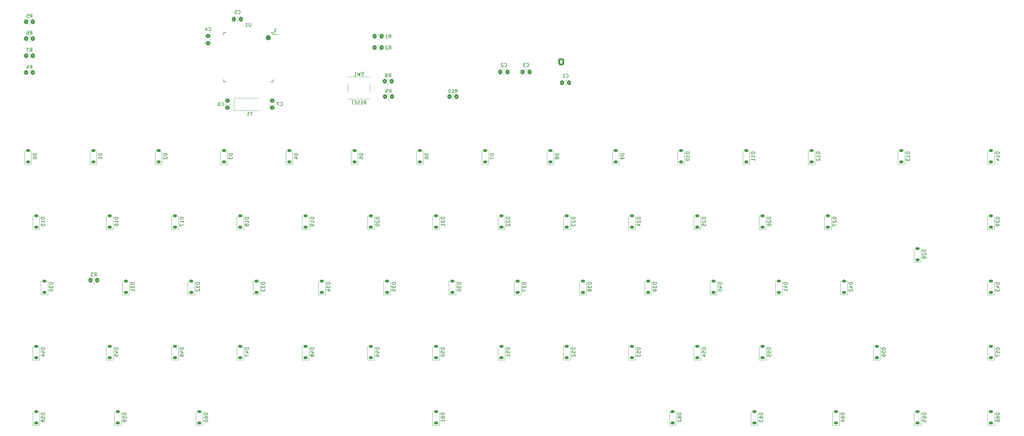
<source format=gbr>
%TF.GenerationSoftware,KiCad,Pcbnew,7.0.9*%
%TF.CreationDate,2023-12-16T14:31:27+00:00*%
%TF.ProjectId,rosco_m68k_keyboard-2,726f7363-6f5f-46d3-9638-6b5f6b657962,1*%
%TF.SameCoordinates,Original*%
%TF.FileFunction,Legend,Bot*%
%TF.FilePolarity,Positive*%
%FSLAX46Y46*%
G04 Gerber Fmt 4.6, Leading zero omitted, Abs format (unit mm)*
G04 Created by KiCad (PCBNEW 7.0.9) date 2023-12-16 14:31:27*
%MOMM*%
%LPD*%
G01*
G04 APERTURE LIST*
G04 Aperture macros list*
%AMRoundRect*
0 Rectangle with rounded corners*
0 $1 Rounding radius*
0 $2 $3 $4 $5 $6 $7 $8 $9 X,Y pos of 4 corners*
0 Add a 4 corners polygon primitive as box body*
4,1,4,$2,$3,$4,$5,$6,$7,$8,$9,$2,$3,0*
0 Add four circle primitives for the rounded corners*
1,1,$1+$1,$2,$3*
1,1,$1+$1,$4,$5*
1,1,$1+$1,$6,$7*
1,1,$1+$1,$8,$9*
0 Add four rect primitives between the rounded corners*
20,1,$1+$1,$2,$3,$4,$5,0*
20,1,$1+$1,$4,$5,$6,$7,0*
20,1,$1+$1,$6,$7,$8,$9,0*
20,1,$1+$1,$8,$9,$2,$3,0*%
G04 Aperture macros list end*
%ADD10C,0.778420*%
%ADD11C,0.150000*%
%ADD12C,0.120000*%
%ADD13C,1.700000*%
%ADD14C,4.000000*%
%ADD15C,2.200000*%
%ADD16C,3.200000*%
%ADD17R,1.700000X1.700000*%
%ADD18O,1.700000X1.700000*%
%ADD19RoundRect,0.250000X-0.600000X-0.750000X0.600000X-0.750000X0.600000X0.750000X-0.600000X0.750000X0*%
%ADD20O,1.700000X2.000000*%
%ADD21R,1.070000X1.800000*%
%ADD22O,1.070000X1.800000*%
%ADD23C,3.050000*%
%ADD24R,1.800000X1.800000*%
%ADD25C,1.800000*%
%ADD26RoundRect,0.225000X0.375000X-0.225000X0.375000X0.225000X-0.375000X0.225000X-0.375000X-0.225000X0*%
%ADD27RoundRect,0.250000X0.325000X0.450000X-0.325000X0.450000X-0.325000X-0.450000X0.325000X-0.450000X0*%
%ADD28RoundRect,0.250000X-0.325000X-0.450000X0.325000X-0.450000X0.325000X0.450000X-0.325000X0.450000X0*%
%ADD29RoundRect,0.250000X0.450000X-0.325000X0.450000X0.325000X-0.450000X0.325000X-0.450000X-0.325000X0*%
%ADD30R,1.550000X1.300000*%
%ADD31R,3.500000X2.400000*%
%ADD32R,1.500000X0.550000*%
%ADD33R,0.550000X1.500000*%
%ADD34RoundRect,0.250000X0.350000X0.450000X-0.350000X0.450000X-0.350000X-0.450000X0.350000X-0.450000X0*%
G04 APERTURE END LIST*
D10*
X143645210Y-91991580D02*
G75*
G03*
X143645210Y-91991580I-389210J0D01*
G01*
D11*
X171186897Y-111375819D02*
X171520230Y-110899628D01*
X171758325Y-111375819D02*
X171758325Y-110375819D01*
X171758325Y-110375819D02*
X171377373Y-110375819D01*
X171377373Y-110375819D02*
X171282135Y-110423438D01*
X171282135Y-110423438D02*
X171234516Y-110471057D01*
X171234516Y-110471057D02*
X171186897Y-110566295D01*
X171186897Y-110566295D02*
X171186897Y-110709152D01*
X171186897Y-110709152D02*
X171234516Y-110804390D01*
X171234516Y-110804390D02*
X171282135Y-110852009D01*
X171282135Y-110852009D02*
X171377373Y-110899628D01*
X171377373Y-110899628D02*
X171758325Y-110899628D01*
X170758325Y-110852009D02*
X170424992Y-110852009D01*
X170282135Y-111375819D02*
X170758325Y-111375819D01*
X170758325Y-111375819D02*
X170758325Y-110375819D01*
X170758325Y-110375819D02*
X170282135Y-110375819D01*
X169901182Y-111328200D02*
X169758325Y-111375819D01*
X169758325Y-111375819D02*
X169520230Y-111375819D01*
X169520230Y-111375819D02*
X169424992Y-111328200D01*
X169424992Y-111328200D02*
X169377373Y-111280580D01*
X169377373Y-111280580D02*
X169329754Y-111185342D01*
X169329754Y-111185342D02*
X169329754Y-111090104D01*
X169329754Y-111090104D02*
X169377373Y-110994866D01*
X169377373Y-110994866D02*
X169424992Y-110947247D01*
X169424992Y-110947247D02*
X169520230Y-110899628D01*
X169520230Y-110899628D02*
X169710706Y-110852009D01*
X169710706Y-110852009D02*
X169805944Y-110804390D01*
X169805944Y-110804390D02*
X169853563Y-110756771D01*
X169853563Y-110756771D02*
X169901182Y-110661533D01*
X169901182Y-110661533D02*
X169901182Y-110566295D01*
X169901182Y-110566295D02*
X169853563Y-110471057D01*
X169853563Y-110471057D02*
X169805944Y-110423438D01*
X169805944Y-110423438D02*
X169710706Y-110375819D01*
X169710706Y-110375819D02*
X169472611Y-110375819D01*
X169472611Y-110375819D02*
X169329754Y-110423438D01*
X168901182Y-110852009D02*
X168567849Y-110852009D01*
X168424992Y-111375819D02*
X168901182Y-111375819D01*
X168901182Y-111375819D02*
X168901182Y-110375819D01*
X168901182Y-110375819D02*
X168424992Y-110375819D01*
X168139277Y-110375819D02*
X167567849Y-110375819D01*
X167853563Y-111375819D02*
X167853563Y-110375819D01*
X144935411Y-90293819D02*
X145506839Y-90293819D01*
X145221125Y-90293819D02*
X145221125Y-89293819D01*
X145221125Y-89293819D02*
X145316363Y-89436676D01*
X145316363Y-89436676D02*
X145411601Y-89531914D01*
X145411601Y-89531914D02*
X145506839Y-89579533D01*
X75606019Y-125850605D02*
X74606019Y-125850605D01*
X74606019Y-125850605D02*
X74606019Y-126088700D01*
X74606019Y-126088700D02*
X74653638Y-126231557D01*
X74653638Y-126231557D02*
X74748876Y-126326795D01*
X74748876Y-126326795D02*
X74844114Y-126374414D01*
X74844114Y-126374414D02*
X75034590Y-126422033D01*
X75034590Y-126422033D02*
X75177447Y-126422033D01*
X75177447Y-126422033D02*
X75367923Y-126374414D01*
X75367923Y-126374414D02*
X75463161Y-126326795D01*
X75463161Y-126326795D02*
X75558400Y-126231557D01*
X75558400Y-126231557D02*
X75606019Y-126088700D01*
X75606019Y-126088700D02*
X75606019Y-125850605D01*
X74606019Y-127041081D02*
X74606019Y-127136319D01*
X74606019Y-127136319D02*
X74653638Y-127231557D01*
X74653638Y-127231557D02*
X74701257Y-127279176D01*
X74701257Y-127279176D02*
X74796495Y-127326795D01*
X74796495Y-127326795D02*
X74986971Y-127374414D01*
X74986971Y-127374414D02*
X75225066Y-127374414D01*
X75225066Y-127374414D02*
X75415542Y-127326795D01*
X75415542Y-127326795D02*
X75510780Y-127279176D01*
X75510780Y-127279176D02*
X75558400Y-127231557D01*
X75558400Y-127231557D02*
X75606019Y-127136319D01*
X75606019Y-127136319D02*
X75606019Y-127041081D01*
X75606019Y-127041081D02*
X75558400Y-126945843D01*
X75558400Y-126945843D02*
X75510780Y-126898224D01*
X75510780Y-126898224D02*
X75415542Y-126850605D01*
X75415542Y-126850605D02*
X75225066Y-126802986D01*
X75225066Y-126802986D02*
X74986971Y-126802986D01*
X74986971Y-126802986D02*
X74796495Y-126850605D01*
X74796495Y-126850605D02*
X74701257Y-126898224D01*
X74701257Y-126898224D02*
X74653638Y-126945843D01*
X74653638Y-126945843D02*
X74606019Y-127041081D01*
X230166666Y-103459580D02*
X230214285Y-103507200D01*
X230214285Y-103507200D02*
X230357142Y-103554819D01*
X230357142Y-103554819D02*
X230452380Y-103554819D01*
X230452380Y-103554819D02*
X230595237Y-103507200D01*
X230595237Y-103507200D02*
X230690475Y-103411961D01*
X230690475Y-103411961D02*
X230738094Y-103316723D01*
X230738094Y-103316723D02*
X230785713Y-103126247D01*
X230785713Y-103126247D02*
X230785713Y-102983390D01*
X230785713Y-102983390D02*
X230738094Y-102792914D01*
X230738094Y-102792914D02*
X230690475Y-102697676D01*
X230690475Y-102697676D02*
X230595237Y-102602438D01*
X230595237Y-102602438D02*
X230452380Y-102554819D01*
X230452380Y-102554819D02*
X230357142Y-102554819D01*
X230357142Y-102554819D02*
X230214285Y-102602438D01*
X230214285Y-102602438D02*
X230166666Y-102650057D01*
X229214285Y-103554819D02*
X229785713Y-103554819D01*
X229499999Y-103554819D02*
X229499999Y-102554819D01*
X229499999Y-102554819D02*
X229595237Y-102697676D01*
X229595237Y-102697676D02*
X229690475Y-102792914D01*
X229690475Y-102792914D02*
X229785713Y-102840533D01*
X212166666Y-100359580D02*
X212214285Y-100407200D01*
X212214285Y-100407200D02*
X212357142Y-100454819D01*
X212357142Y-100454819D02*
X212452380Y-100454819D01*
X212452380Y-100454819D02*
X212595237Y-100407200D01*
X212595237Y-100407200D02*
X212690475Y-100311961D01*
X212690475Y-100311961D02*
X212738094Y-100216723D01*
X212738094Y-100216723D02*
X212785713Y-100026247D01*
X212785713Y-100026247D02*
X212785713Y-99883390D01*
X212785713Y-99883390D02*
X212738094Y-99692914D01*
X212738094Y-99692914D02*
X212690475Y-99597676D01*
X212690475Y-99597676D02*
X212595237Y-99502438D01*
X212595237Y-99502438D02*
X212452380Y-99454819D01*
X212452380Y-99454819D02*
X212357142Y-99454819D01*
X212357142Y-99454819D02*
X212214285Y-99502438D01*
X212214285Y-99502438D02*
X212166666Y-99550057D01*
X211785713Y-99550057D02*
X211738094Y-99502438D01*
X211738094Y-99502438D02*
X211642856Y-99454819D01*
X211642856Y-99454819D02*
X211404761Y-99454819D01*
X211404761Y-99454819D02*
X211309523Y-99502438D01*
X211309523Y-99502438D02*
X211261904Y-99550057D01*
X211261904Y-99550057D02*
X211214285Y-99645295D01*
X211214285Y-99645295D02*
X211214285Y-99740533D01*
X211214285Y-99740533D02*
X211261904Y-99883390D01*
X211261904Y-99883390D02*
X211833332Y-100454819D01*
X211833332Y-100454819D02*
X211214285Y-100454819D01*
X218666666Y-100359580D02*
X218714285Y-100407200D01*
X218714285Y-100407200D02*
X218857142Y-100454819D01*
X218857142Y-100454819D02*
X218952380Y-100454819D01*
X218952380Y-100454819D02*
X219095237Y-100407200D01*
X219095237Y-100407200D02*
X219190475Y-100311961D01*
X219190475Y-100311961D02*
X219238094Y-100216723D01*
X219238094Y-100216723D02*
X219285713Y-100026247D01*
X219285713Y-100026247D02*
X219285713Y-99883390D01*
X219285713Y-99883390D02*
X219238094Y-99692914D01*
X219238094Y-99692914D02*
X219190475Y-99597676D01*
X219190475Y-99597676D02*
X219095237Y-99502438D01*
X219095237Y-99502438D02*
X218952380Y-99454819D01*
X218952380Y-99454819D02*
X218857142Y-99454819D01*
X218857142Y-99454819D02*
X218714285Y-99502438D01*
X218714285Y-99502438D02*
X218666666Y-99550057D01*
X218333332Y-99454819D02*
X217714285Y-99454819D01*
X217714285Y-99454819D02*
X218047618Y-99835771D01*
X218047618Y-99835771D02*
X217904761Y-99835771D01*
X217904761Y-99835771D02*
X217809523Y-99883390D01*
X217809523Y-99883390D02*
X217761904Y-99931009D01*
X217761904Y-99931009D02*
X217714285Y-100026247D01*
X217714285Y-100026247D02*
X217714285Y-100264342D01*
X217714285Y-100264342D02*
X217761904Y-100359580D01*
X217761904Y-100359580D02*
X217809523Y-100407200D01*
X217809523Y-100407200D02*
X217904761Y-100454819D01*
X217904761Y-100454819D02*
X218190475Y-100454819D01*
X218190475Y-100454819D02*
X218285713Y-100407200D01*
X218285713Y-100407200D02*
X218333332Y-100359580D01*
X125826066Y-89896080D02*
X125873685Y-89943700D01*
X125873685Y-89943700D02*
X126016542Y-89991319D01*
X126016542Y-89991319D02*
X126111780Y-89991319D01*
X126111780Y-89991319D02*
X126254637Y-89943700D01*
X126254637Y-89943700D02*
X126349875Y-89848461D01*
X126349875Y-89848461D02*
X126397494Y-89753223D01*
X126397494Y-89753223D02*
X126445113Y-89562747D01*
X126445113Y-89562747D02*
X126445113Y-89419890D01*
X126445113Y-89419890D02*
X126397494Y-89229414D01*
X126397494Y-89229414D02*
X126349875Y-89134176D01*
X126349875Y-89134176D02*
X126254637Y-89038938D01*
X126254637Y-89038938D02*
X126111780Y-88991319D01*
X126111780Y-88991319D02*
X126016542Y-88991319D01*
X126016542Y-88991319D02*
X125873685Y-89038938D01*
X125873685Y-89038938D02*
X125826066Y-89086557D01*
X124968923Y-89324652D02*
X124968923Y-89991319D01*
X125207018Y-88943700D02*
X125445113Y-89657985D01*
X125445113Y-89657985D02*
X124826066Y-89657985D01*
X134421466Y-84943280D02*
X134469085Y-84990900D01*
X134469085Y-84990900D02*
X134611942Y-85038519D01*
X134611942Y-85038519D02*
X134707180Y-85038519D01*
X134707180Y-85038519D02*
X134850037Y-84990900D01*
X134850037Y-84990900D02*
X134945275Y-84895661D01*
X134945275Y-84895661D02*
X134992894Y-84800423D01*
X134992894Y-84800423D02*
X135040513Y-84609947D01*
X135040513Y-84609947D02*
X135040513Y-84467090D01*
X135040513Y-84467090D02*
X134992894Y-84276614D01*
X134992894Y-84276614D02*
X134945275Y-84181376D01*
X134945275Y-84181376D02*
X134850037Y-84086138D01*
X134850037Y-84086138D02*
X134707180Y-84038519D01*
X134707180Y-84038519D02*
X134611942Y-84038519D01*
X134611942Y-84038519D02*
X134469085Y-84086138D01*
X134469085Y-84086138D02*
X134421466Y-84133757D01*
X133516704Y-84038519D02*
X133992894Y-84038519D01*
X133992894Y-84038519D02*
X134040513Y-84514709D01*
X134040513Y-84514709D02*
X133992894Y-84467090D01*
X133992894Y-84467090D02*
X133897656Y-84419471D01*
X133897656Y-84419471D02*
X133659561Y-84419471D01*
X133659561Y-84419471D02*
X133564323Y-84467090D01*
X133564323Y-84467090D02*
X133516704Y-84514709D01*
X133516704Y-84514709D02*
X133469085Y-84609947D01*
X133469085Y-84609947D02*
X133469085Y-84848042D01*
X133469085Y-84848042D02*
X133516704Y-84943280D01*
X133516704Y-84943280D02*
X133564323Y-84990900D01*
X133564323Y-84990900D02*
X133659561Y-85038519D01*
X133659561Y-85038519D02*
X133897656Y-85038519D01*
X133897656Y-85038519D02*
X133992894Y-84990900D01*
X133992894Y-84990900D02*
X134040513Y-84943280D01*
X129558066Y-111784680D02*
X129605685Y-111832300D01*
X129605685Y-111832300D02*
X129748542Y-111879919D01*
X129748542Y-111879919D02*
X129843780Y-111879919D01*
X129843780Y-111879919D02*
X129986637Y-111832300D01*
X129986637Y-111832300D02*
X130081875Y-111737061D01*
X130081875Y-111737061D02*
X130129494Y-111641823D01*
X130129494Y-111641823D02*
X130177113Y-111451347D01*
X130177113Y-111451347D02*
X130177113Y-111308490D01*
X130177113Y-111308490D02*
X130129494Y-111118014D01*
X130129494Y-111118014D02*
X130081875Y-111022776D01*
X130081875Y-111022776D02*
X129986637Y-110927538D01*
X129986637Y-110927538D02*
X129843780Y-110879919D01*
X129843780Y-110879919D02*
X129748542Y-110879919D01*
X129748542Y-110879919D02*
X129605685Y-110927538D01*
X129605685Y-110927538D02*
X129558066Y-110975157D01*
X128700923Y-110879919D02*
X128891399Y-110879919D01*
X128891399Y-110879919D02*
X128986637Y-110927538D01*
X128986637Y-110927538D02*
X129034256Y-110975157D01*
X129034256Y-110975157D02*
X129129494Y-111118014D01*
X129129494Y-111118014D02*
X129177113Y-111308490D01*
X129177113Y-111308490D02*
X129177113Y-111689442D01*
X129177113Y-111689442D02*
X129129494Y-111784680D01*
X129129494Y-111784680D02*
X129081875Y-111832300D01*
X129081875Y-111832300D02*
X128986637Y-111879919D01*
X128986637Y-111879919D02*
X128796161Y-111879919D01*
X128796161Y-111879919D02*
X128700923Y-111832300D01*
X128700923Y-111832300D02*
X128653304Y-111784680D01*
X128653304Y-111784680D02*
X128605685Y-111689442D01*
X128605685Y-111689442D02*
X128605685Y-111451347D01*
X128605685Y-111451347D02*
X128653304Y-111356109D01*
X128653304Y-111356109D02*
X128700923Y-111308490D01*
X128700923Y-111308490D02*
X128796161Y-111260871D01*
X128796161Y-111260871D02*
X128986637Y-111260871D01*
X128986637Y-111260871D02*
X129081875Y-111308490D01*
X129081875Y-111308490D02*
X129129494Y-111356109D01*
X129129494Y-111356109D02*
X129177113Y-111451347D01*
X146721466Y-111743280D02*
X146769085Y-111790900D01*
X146769085Y-111790900D02*
X146911942Y-111838519D01*
X146911942Y-111838519D02*
X147007180Y-111838519D01*
X147007180Y-111838519D02*
X147150037Y-111790900D01*
X147150037Y-111790900D02*
X147245275Y-111695661D01*
X147245275Y-111695661D02*
X147292894Y-111600423D01*
X147292894Y-111600423D02*
X147340513Y-111409947D01*
X147340513Y-111409947D02*
X147340513Y-111267090D01*
X147340513Y-111267090D02*
X147292894Y-111076614D01*
X147292894Y-111076614D02*
X147245275Y-110981376D01*
X147245275Y-110981376D02*
X147150037Y-110886138D01*
X147150037Y-110886138D02*
X147007180Y-110838519D01*
X147007180Y-110838519D02*
X146911942Y-110838519D01*
X146911942Y-110838519D02*
X146769085Y-110886138D01*
X146769085Y-110886138D02*
X146721466Y-110933757D01*
X146388132Y-110838519D02*
X145721466Y-110838519D01*
X145721466Y-110838519D02*
X146150037Y-111838519D01*
X178441666Y-92054819D02*
X178774999Y-91578628D01*
X179013094Y-92054819D02*
X179013094Y-91054819D01*
X179013094Y-91054819D02*
X178632142Y-91054819D01*
X178632142Y-91054819D02*
X178536904Y-91102438D01*
X178536904Y-91102438D02*
X178489285Y-91150057D01*
X178489285Y-91150057D02*
X178441666Y-91245295D01*
X178441666Y-91245295D02*
X178441666Y-91388152D01*
X178441666Y-91388152D02*
X178489285Y-91483390D01*
X178489285Y-91483390D02*
X178536904Y-91531009D01*
X178536904Y-91531009D02*
X178632142Y-91578628D01*
X178632142Y-91578628D02*
X179013094Y-91578628D01*
X177489285Y-92054819D02*
X178060713Y-92054819D01*
X177774999Y-92054819D02*
X177774999Y-91054819D01*
X177774999Y-91054819D02*
X177870237Y-91197676D01*
X177870237Y-91197676D02*
X177965475Y-91292914D01*
X177965475Y-91292914D02*
X178060713Y-91340533D01*
X178416666Y-95354819D02*
X178749999Y-94878628D01*
X178988094Y-95354819D02*
X178988094Y-94354819D01*
X178988094Y-94354819D02*
X178607142Y-94354819D01*
X178607142Y-94354819D02*
X178511904Y-94402438D01*
X178511904Y-94402438D02*
X178464285Y-94450057D01*
X178464285Y-94450057D02*
X178416666Y-94545295D01*
X178416666Y-94545295D02*
X178416666Y-94688152D01*
X178416666Y-94688152D02*
X178464285Y-94783390D01*
X178464285Y-94783390D02*
X178511904Y-94831009D01*
X178511904Y-94831009D02*
X178607142Y-94878628D01*
X178607142Y-94878628D02*
X178988094Y-94878628D01*
X178035713Y-94450057D02*
X177988094Y-94402438D01*
X177988094Y-94402438D02*
X177892856Y-94354819D01*
X177892856Y-94354819D02*
X177654761Y-94354819D01*
X177654761Y-94354819D02*
X177559523Y-94402438D01*
X177559523Y-94402438D02*
X177511904Y-94450057D01*
X177511904Y-94450057D02*
X177464285Y-94545295D01*
X177464285Y-94545295D02*
X177464285Y-94640533D01*
X177464285Y-94640533D02*
X177511904Y-94783390D01*
X177511904Y-94783390D02*
X178083332Y-95354819D01*
X178083332Y-95354819D02*
X177464285Y-95354819D01*
X171041532Y-103009200D02*
X170898675Y-103056819D01*
X170898675Y-103056819D02*
X170660580Y-103056819D01*
X170660580Y-103056819D02*
X170565342Y-103009200D01*
X170565342Y-103009200D02*
X170517723Y-102961580D01*
X170517723Y-102961580D02*
X170470104Y-102866342D01*
X170470104Y-102866342D02*
X170470104Y-102771104D01*
X170470104Y-102771104D02*
X170517723Y-102675866D01*
X170517723Y-102675866D02*
X170565342Y-102628247D01*
X170565342Y-102628247D02*
X170660580Y-102580628D01*
X170660580Y-102580628D02*
X170851056Y-102533009D01*
X170851056Y-102533009D02*
X170946294Y-102485390D01*
X170946294Y-102485390D02*
X170993913Y-102437771D01*
X170993913Y-102437771D02*
X171041532Y-102342533D01*
X171041532Y-102342533D02*
X171041532Y-102247295D01*
X171041532Y-102247295D02*
X170993913Y-102152057D01*
X170993913Y-102152057D02*
X170946294Y-102104438D01*
X170946294Y-102104438D02*
X170851056Y-102056819D01*
X170851056Y-102056819D02*
X170612961Y-102056819D01*
X170612961Y-102056819D02*
X170470104Y-102104438D01*
X170136770Y-102056819D02*
X169898675Y-103056819D01*
X169898675Y-103056819D02*
X169708199Y-102342533D01*
X169708199Y-102342533D02*
X169517723Y-103056819D01*
X169517723Y-103056819D02*
X169279628Y-102056819D01*
X168374866Y-103056819D02*
X168946294Y-103056819D01*
X168660580Y-103056819D02*
X168660580Y-102056819D01*
X168660580Y-102056819D02*
X168755818Y-102199676D01*
X168755818Y-102199676D02*
X168851056Y-102294914D01*
X168851056Y-102294914D02*
X168946294Y-102342533D01*
X138267590Y-114203728D02*
X138267590Y-114679919D01*
X138600923Y-113679919D02*
X138267590Y-114203728D01*
X138267590Y-114203728D02*
X137934257Y-113679919D01*
X137077114Y-114679919D02*
X137648542Y-114679919D01*
X137362828Y-114679919D02*
X137362828Y-113679919D01*
X137362828Y-113679919D02*
X137458066Y-113822776D01*
X137458066Y-113822776D02*
X137553304Y-113918014D01*
X137553304Y-113918014D02*
X137648542Y-113965633D01*
X138200904Y-87659319D02*
X138200904Y-88468842D01*
X138200904Y-88468842D02*
X138153285Y-88564080D01*
X138153285Y-88564080D02*
X138105666Y-88611700D01*
X138105666Y-88611700D02*
X138010428Y-88659319D01*
X138010428Y-88659319D02*
X137819952Y-88659319D01*
X137819952Y-88659319D02*
X137724714Y-88611700D01*
X137724714Y-88611700D02*
X137677095Y-88564080D01*
X137677095Y-88564080D02*
X137629476Y-88468842D01*
X137629476Y-88468842D02*
X137629476Y-87659319D01*
X136629476Y-88659319D02*
X137200904Y-88659319D01*
X136915190Y-88659319D02*
X136915190Y-87659319D01*
X136915190Y-87659319D02*
X137010428Y-87802176D01*
X137010428Y-87802176D02*
X137105666Y-87897414D01*
X137105666Y-87897414D02*
X137200904Y-87945033D01*
X356593519Y-163474414D02*
X355593519Y-163474414D01*
X355593519Y-163474414D02*
X355593519Y-163712509D01*
X355593519Y-163712509D02*
X355641138Y-163855366D01*
X355641138Y-163855366D02*
X355736376Y-163950604D01*
X355736376Y-163950604D02*
X355831614Y-163998223D01*
X355831614Y-163998223D02*
X356022090Y-164045842D01*
X356022090Y-164045842D02*
X356164947Y-164045842D01*
X356164947Y-164045842D02*
X356355423Y-163998223D01*
X356355423Y-163998223D02*
X356450661Y-163950604D01*
X356450661Y-163950604D02*
X356545900Y-163855366D01*
X356545900Y-163855366D02*
X356593519Y-163712509D01*
X356593519Y-163712509D02*
X356593519Y-163474414D01*
X355926852Y-164902985D02*
X356593519Y-164902985D01*
X355545900Y-164664890D02*
X356260185Y-164426795D01*
X356260185Y-164426795D02*
X356260185Y-165045842D01*
X355593519Y-165331557D02*
X355593519Y-165950604D01*
X355593519Y-165950604D02*
X355974471Y-165617271D01*
X355974471Y-165617271D02*
X355974471Y-165760128D01*
X355974471Y-165760128D02*
X356022090Y-165855366D01*
X356022090Y-165855366D02*
X356069709Y-165902985D01*
X356069709Y-165902985D02*
X356164947Y-165950604D01*
X356164947Y-165950604D02*
X356403042Y-165950604D01*
X356403042Y-165950604D02*
X356498280Y-165902985D01*
X356498280Y-165902985D02*
X356545900Y-165855366D01*
X356545900Y-165855366D02*
X356593519Y-165760128D01*
X356593519Y-165760128D02*
X356593519Y-165474414D01*
X356593519Y-165474414D02*
X356545900Y-165379176D01*
X356545900Y-165379176D02*
X356498280Y-165331557D01*
X294681019Y-163474414D02*
X293681019Y-163474414D01*
X293681019Y-163474414D02*
X293681019Y-163712509D01*
X293681019Y-163712509D02*
X293728638Y-163855366D01*
X293728638Y-163855366D02*
X293823876Y-163950604D01*
X293823876Y-163950604D02*
X293919114Y-163998223D01*
X293919114Y-163998223D02*
X294109590Y-164045842D01*
X294109590Y-164045842D02*
X294252447Y-164045842D01*
X294252447Y-164045842D02*
X294442923Y-163998223D01*
X294442923Y-163998223D02*
X294538161Y-163950604D01*
X294538161Y-163950604D02*
X294633400Y-163855366D01*
X294633400Y-163855366D02*
X294681019Y-163712509D01*
X294681019Y-163712509D02*
X294681019Y-163474414D01*
X294014352Y-164902985D02*
X294681019Y-164902985D01*
X293633400Y-164664890D02*
X294347685Y-164426795D01*
X294347685Y-164426795D02*
X294347685Y-165045842D01*
X294681019Y-165950604D02*
X294681019Y-165379176D01*
X294681019Y-165664890D02*
X293681019Y-165664890D01*
X293681019Y-165664890D02*
X293823876Y-165569652D01*
X293823876Y-165569652D02*
X293919114Y-165474414D01*
X293919114Y-165474414D02*
X293966733Y-165379176D01*
X125612219Y-201574414D02*
X124612219Y-201574414D01*
X124612219Y-201574414D02*
X124612219Y-201812509D01*
X124612219Y-201812509D02*
X124659838Y-201955366D01*
X124659838Y-201955366D02*
X124755076Y-202050604D01*
X124755076Y-202050604D02*
X124850314Y-202098223D01*
X124850314Y-202098223D02*
X125040790Y-202145842D01*
X125040790Y-202145842D02*
X125183647Y-202145842D01*
X125183647Y-202145842D02*
X125374123Y-202098223D01*
X125374123Y-202098223D02*
X125469361Y-202050604D01*
X125469361Y-202050604D02*
X125564600Y-201955366D01*
X125564600Y-201955366D02*
X125612219Y-201812509D01*
X125612219Y-201812509D02*
X125612219Y-201574414D01*
X124612219Y-203002985D02*
X124612219Y-202812509D01*
X124612219Y-202812509D02*
X124659838Y-202717271D01*
X124659838Y-202717271D02*
X124707457Y-202669652D01*
X124707457Y-202669652D02*
X124850314Y-202574414D01*
X124850314Y-202574414D02*
X125040790Y-202526795D01*
X125040790Y-202526795D02*
X125421742Y-202526795D01*
X125421742Y-202526795D02*
X125516980Y-202574414D01*
X125516980Y-202574414D02*
X125564600Y-202622033D01*
X125564600Y-202622033D02*
X125612219Y-202717271D01*
X125612219Y-202717271D02*
X125612219Y-202907747D01*
X125612219Y-202907747D02*
X125564600Y-203002985D01*
X125564600Y-203002985D02*
X125516980Y-203050604D01*
X125516980Y-203050604D02*
X125421742Y-203098223D01*
X125421742Y-203098223D02*
X125183647Y-203098223D01*
X125183647Y-203098223D02*
X125088409Y-203050604D01*
X125088409Y-203050604D02*
X125040790Y-203002985D01*
X125040790Y-203002985D02*
X124993171Y-202907747D01*
X124993171Y-202907747D02*
X124993171Y-202717271D01*
X124993171Y-202717271D02*
X125040790Y-202622033D01*
X125040790Y-202622033D02*
X125088409Y-202574414D01*
X125088409Y-202574414D02*
X125183647Y-202526795D01*
X124612219Y-203717271D02*
X124612219Y-203812509D01*
X124612219Y-203812509D02*
X124659838Y-203907747D01*
X124659838Y-203907747D02*
X124707457Y-203955366D01*
X124707457Y-203955366D02*
X124802695Y-204002985D01*
X124802695Y-204002985D02*
X124993171Y-204050604D01*
X124993171Y-204050604D02*
X125231266Y-204050604D01*
X125231266Y-204050604D02*
X125421742Y-204002985D01*
X125421742Y-204002985D02*
X125516980Y-203955366D01*
X125516980Y-203955366D02*
X125564600Y-203907747D01*
X125564600Y-203907747D02*
X125612219Y-203812509D01*
X125612219Y-203812509D02*
X125612219Y-203717271D01*
X125612219Y-203717271D02*
X125564600Y-203622033D01*
X125564600Y-203622033D02*
X125516980Y-203574414D01*
X125516980Y-203574414D02*
X125421742Y-203526795D01*
X125421742Y-203526795D02*
X125231266Y-203479176D01*
X125231266Y-203479176D02*
X124993171Y-203479176D01*
X124993171Y-203479176D02*
X124802695Y-203526795D01*
X124802695Y-203526795D02*
X124707457Y-203574414D01*
X124707457Y-203574414D02*
X124659838Y-203622033D01*
X124659838Y-203622033D02*
X124612219Y-203717271D01*
X77987219Y-182524414D02*
X76987219Y-182524414D01*
X76987219Y-182524414D02*
X76987219Y-182762509D01*
X76987219Y-182762509D02*
X77034838Y-182905366D01*
X77034838Y-182905366D02*
X77130076Y-183000604D01*
X77130076Y-183000604D02*
X77225314Y-183048223D01*
X77225314Y-183048223D02*
X77415790Y-183095842D01*
X77415790Y-183095842D02*
X77558647Y-183095842D01*
X77558647Y-183095842D02*
X77749123Y-183048223D01*
X77749123Y-183048223D02*
X77844361Y-183000604D01*
X77844361Y-183000604D02*
X77939600Y-182905366D01*
X77939600Y-182905366D02*
X77987219Y-182762509D01*
X77987219Y-182762509D02*
X77987219Y-182524414D01*
X77320552Y-183952985D02*
X77987219Y-183952985D01*
X76939600Y-183714890D02*
X77653885Y-183476795D01*
X77653885Y-183476795D02*
X77653885Y-184095842D01*
X77320552Y-184905366D02*
X77987219Y-184905366D01*
X76939600Y-184667271D02*
X77653885Y-184429176D01*
X77653885Y-184429176D02*
X77653885Y-185048223D01*
X180381019Y-163474414D02*
X179381019Y-163474414D01*
X179381019Y-163474414D02*
X179381019Y-163712509D01*
X179381019Y-163712509D02*
X179428638Y-163855366D01*
X179428638Y-163855366D02*
X179523876Y-163950604D01*
X179523876Y-163950604D02*
X179619114Y-163998223D01*
X179619114Y-163998223D02*
X179809590Y-164045842D01*
X179809590Y-164045842D02*
X179952447Y-164045842D01*
X179952447Y-164045842D02*
X180142923Y-163998223D01*
X180142923Y-163998223D02*
X180238161Y-163950604D01*
X180238161Y-163950604D02*
X180333400Y-163855366D01*
X180333400Y-163855366D02*
X180381019Y-163712509D01*
X180381019Y-163712509D02*
X180381019Y-163474414D01*
X179381019Y-164379176D02*
X179381019Y-164998223D01*
X179381019Y-164998223D02*
X179761971Y-164664890D01*
X179761971Y-164664890D02*
X179761971Y-164807747D01*
X179761971Y-164807747D02*
X179809590Y-164902985D01*
X179809590Y-164902985D02*
X179857209Y-164950604D01*
X179857209Y-164950604D02*
X179952447Y-164998223D01*
X179952447Y-164998223D02*
X180190542Y-164998223D01*
X180190542Y-164998223D02*
X180285780Y-164950604D01*
X180285780Y-164950604D02*
X180333400Y-164902985D01*
X180333400Y-164902985D02*
X180381019Y-164807747D01*
X180381019Y-164807747D02*
X180381019Y-164522033D01*
X180381019Y-164522033D02*
X180333400Y-164426795D01*
X180333400Y-164426795D02*
X180285780Y-164379176D01*
X179381019Y-165902985D02*
X179381019Y-165426795D01*
X179381019Y-165426795D02*
X179857209Y-165379176D01*
X179857209Y-165379176D02*
X179809590Y-165426795D01*
X179809590Y-165426795D02*
X179761971Y-165522033D01*
X179761971Y-165522033D02*
X179761971Y-165760128D01*
X179761971Y-165760128D02*
X179809590Y-165855366D01*
X179809590Y-165855366D02*
X179857209Y-165902985D01*
X179857209Y-165902985D02*
X179952447Y-165950604D01*
X179952447Y-165950604D02*
X180190542Y-165950604D01*
X180190542Y-165950604D02*
X180285780Y-165902985D01*
X180285780Y-165902985D02*
X180333400Y-165855366D01*
X180333400Y-165855366D02*
X180381019Y-165760128D01*
X180381019Y-165760128D02*
X180381019Y-165522033D01*
X180381019Y-165522033D02*
X180333400Y-165426795D01*
X180333400Y-165426795D02*
X180285780Y-165379176D01*
X213718519Y-182524414D02*
X212718519Y-182524414D01*
X212718519Y-182524414D02*
X212718519Y-182762509D01*
X212718519Y-182762509D02*
X212766138Y-182905366D01*
X212766138Y-182905366D02*
X212861376Y-183000604D01*
X212861376Y-183000604D02*
X212956614Y-183048223D01*
X212956614Y-183048223D02*
X213147090Y-183095842D01*
X213147090Y-183095842D02*
X213289947Y-183095842D01*
X213289947Y-183095842D02*
X213480423Y-183048223D01*
X213480423Y-183048223D02*
X213575661Y-183000604D01*
X213575661Y-183000604D02*
X213670900Y-182905366D01*
X213670900Y-182905366D02*
X213718519Y-182762509D01*
X213718519Y-182762509D02*
X213718519Y-182524414D01*
X212718519Y-184000604D02*
X212718519Y-183524414D01*
X212718519Y-183524414D02*
X213194709Y-183476795D01*
X213194709Y-183476795D02*
X213147090Y-183524414D01*
X213147090Y-183524414D02*
X213099471Y-183619652D01*
X213099471Y-183619652D02*
X213099471Y-183857747D01*
X213099471Y-183857747D02*
X213147090Y-183952985D01*
X213147090Y-183952985D02*
X213194709Y-184000604D01*
X213194709Y-184000604D02*
X213289947Y-184048223D01*
X213289947Y-184048223D02*
X213528042Y-184048223D01*
X213528042Y-184048223D02*
X213623280Y-184000604D01*
X213623280Y-184000604D02*
X213670900Y-183952985D01*
X213670900Y-183952985D02*
X213718519Y-183857747D01*
X213718519Y-183857747D02*
X213718519Y-183619652D01*
X213718519Y-183619652D02*
X213670900Y-183524414D01*
X213670900Y-183524414D02*
X213623280Y-183476795D01*
X213718519Y-185000604D02*
X213718519Y-184429176D01*
X213718519Y-184714890D02*
X212718519Y-184714890D01*
X212718519Y-184714890D02*
X212861376Y-184619652D01*
X212861376Y-184619652D02*
X212956614Y-184524414D01*
X212956614Y-184524414D02*
X213004233Y-184429176D01*
X323256019Y-182524414D02*
X322256019Y-182524414D01*
X322256019Y-182524414D02*
X322256019Y-182762509D01*
X322256019Y-182762509D02*
X322303638Y-182905366D01*
X322303638Y-182905366D02*
X322398876Y-183000604D01*
X322398876Y-183000604D02*
X322494114Y-183048223D01*
X322494114Y-183048223D02*
X322684590Y-183095842D01*
X322684590Y-183095842D02*
X322827447Y-183095842D01*
X322827447Y-183095842D02*
X323017923Y-183048223D01*
X323017923Y-183048223D02*
X323113161Y-183000604D01*
X323113161Y-183000604D02*
X323208400Y-182905366D01*
X323208400Y-182905366D02*
X323256019Y-182762509D01*
X323256019Y-182762509D02*
X323256019Y-182524414D01*
X322256019Y-184000604D02*
X322256019Y-183524414D01*
X322256019Y-183524414D02*
X322732209Y-183476795D01*
X322732209Y-183476795D02*
X322684590Y-183524414D01*
X322684590Y-183524414D02*
X322636971Y-183619652D01*
X322636971Y-183619652D02*
X322636971Y-183857747D01*
X322636971Y-183857747D02*
X322684590Y-183952985D01*
X322684590Y-183952985D02*
X322732209Y-184000604D01*
X322732209Y-184000604D02*
X322827447Y-184048223D01*
X322827447Y-184048223D02*
X323065542Y-184048223D01*
X323065542Y-184048223D02*
X323160780Y-184000604D01*
X323160780Y-184000604D02*
X323208400Y-183952985D01*
X323208400Y-183952985D02*
X323256019Y-183857747D01*
X323256019Y-183857747D02*
X323256019Y-183619652D01*
X323256019Y-183619652D02*
X323208400Y-183524414D01*
X323208400Y-183524414D02*
X323160780Y-183476795D01*
X322256019Y-184905366D02*
X322256019Y-184714890D01*
X322256019Y-184714890D02*
X322303638Y-184619652D01*
X322303638Y-184619652D02*
X322351257Y-184572033D01*
X322351257Y-184572033D02*
X322494114Y-184476795D01*
X322494114Y-184476795D02*
X322684590Y-184429176D01*
X322684590Y-184429176D02*
X323065542Y-184429176D01*
X323065542Y-184429176D02*
X323160780Y-184476795D01*
X323160780Y-184476795D02*
X323208400Y-184524414D01*
X323208400Y-184524414D02*
X323256019Y-184619652D01*
X323256019Y-184619652D02*
X323256019Y-184810128D01*
X323256019Y-184810128D02*
X323208400Y-184905366D01*
X323208400Y-184905366D02*
X323160780Y-184952985D01*
X323160780Y-184952985D02*
X323065542Y-185000604D01*
X323065542Y-185000604D02*
X322827447Y-185000604D01*
X322827447Y-185000604D02*
X322732209Y-184952985D01*
X322732209Y-184952985D02*
X322684590Y-184905366D01*
X322684590Y-184905366D02*
X322636971Y-184810128D01*
X322636971Y-184810128D02*
X322636971Y-184619652D01*
X322636971Y-184619652D02*
X322684590Y-184524414D01*
X322684590Y-184524414D02*
X322732209Y-184476795D01*
X322732209Y-184476795D02*
X322827447Y-184429176D01*
X270868519Y-182524414D02*
X269868519Y-182524414D01*
X269868519Y-182524414D02*
X269868519Y-182762509D01*
X269868519Y-182762509D02*
X269916138Y-182905366D01*
X269916138Y-182905366D02*
X270011376Y-183000604D01*
X270011376Y-183000604D02*
X270106614Y-183048223D01*
X270106614Y-183048223D02*
X270297090Y-183095842D01*
X270297090Y-183095842D02*
X270439947Y-183095842D01*
X270439947Y-183095842D02*
X270630423Y-183048223D01*
X270630423Y-183048223D02*
X270725661Y-183000604D01*
X270725661Y-183000604D02*
X270820900Y-182905366D01*
X270820900Y-182905366D02*
X270868519Y-182762509D01*
X270868519Y-182762509D02*
X270868519Y-182524414D01*
X269868519Y-184000604D02*
X269868519Y-183524414D01*
X269868519Y-183524414D02*
X270344709Y-183476795D01*
X270344709Y-183476795D02*
X270297090Y-183524414D01*
X270297090Y-183524414D02*
X270249471Y-183619652D01*
X270249471Y-183619652D02*
X270249471Y-183857747D01*
X270249471Y-183857747D02*
X270297090Y-183952985D01*
X270297090Y-183952985D02*
X270344709Y-184000604D01*
X270344709Y-184000604D02*
X270439947Y-184048223D01*
X270439947Y-184048223D02*
X270678042Y-184048223D01*
X270678042Y-184048223D02*
X270773280Y-184000604D01*
X270773280Y-184000604D02*
X270820900Y-183952985D01*
X270820900Y-183952985D02*
X270868519Y-183857747D01*
X270868519Y-183857747D02*
X270868519Y-183619652D01*
X270868519Y-183619652D02*
X270820900Y-183524414D01*
X270820900Y-183524414D02*
X270773280Y-183476795D01*
X270201852Y-184905366D02*
X270868519Y-184905366D01*
X269820900Y-184667271D02*
X270535185Y-184429176D01*
X270535185Y-184429176D02*
X270535185Y-185048223D01*
X137518519Y-182524414D02*
X136518519Y-182524414D01*
X136518519Y-182524414D02*
X136518519Y-182762509D01*
X136518519Y-182762509D02*
X136566138Y-182905366D01*
X136566138Y-182905366D02*
X136661376Y-183000604D01*
X136661376Y-183000604D02*
X136756614Y-183048223D01*
X136756614Y-183048223D02*
X136947090Y-183095842D01*
X136947090Y-183095842D02*
X137089947Y-183095842D01*
X137089947Y-183095842D02*
X137280423Y-183048223D01*
X137280423Y-183048223D02*
X137375661Y-183000604D01*
X137375661Y-183000604D02*
X137470900Y-182905366D01*
X137470900Y-182905366D02*
X137518519Y-182762509D01*
X137518519Y-182762509D02*
X137518519Y-182524414D01*
X136851852Y-183952985D02*
X137518519Y-183952985D01*
X136470900Y-183714890D02*
X137185185Y-183476795D01*
X137185185Y-183476795D02*
X137185185Y-184095842D01*
X136518519Y-184381557D02*
X136518519Y-185048223D01*
X136518519Y-185048223D02*
X137518519Y-184619652D01*
X335162219Y-153949414D02*
X334162219Y-153949414D01*
X334162219Y-153949414D02*
X334162219Y-154187509D01*
X334162219Y-154187509D02*
X334209838Y-154330366D01*
X334209838Y-154330366D02*
X334305076Y-154425604D01*
X334305076Y-154425604D02*
X334400314Y-154473223D01*
X334400314Y-154473223D02*
X334590790Y-154520842D01*
X334590790Y-154520842D02*
X334733647Y-154520842D01*
X334733647Y-154520842D02*
X334924123Y-154473223D01*
X334924123Y-154473223D02*
X335019361Y-154425604D01*
X335019361Y-154425604D02*
X335114600Y-154330366D01*
X335114600Y-154330366D02*
X335162219Y-154187509D01*
X335162219Y-154187509D02*
X335162219Y-153949414D01*
X334257457Y-154901795D02*
X334209838Y-154949414D01*
X334209838Y-154949414D02*
X334162219Y-155044652D01*
X334162219Y-155044652D02*
X334162219Y-155282747D01*
X334162219Y-155282747D02*
X334209838Y-155377985D01*
X334209838Y-155377985D02*
X334257457Y-155425604D01*
X334257457Y-155425604D02*
X334352695Y-155473223D01*
X334352695Y-155473223D02*
X334447933Y-155473223D01*
X334447933Y-155473223D02*
X334590790Y-155425604D01*
X334590790Y-155425604D02*
X335162219Y-154854176D01*
X335162219Y-154854176D02*
X335162219Y-155473223D01*
X334590790Y-156044652D02*
X334543171Y-155949414D01*
X334543171Y-155949414D02*
X334495552Y-155901795D01*
X334495552Y-155901795D02*
X334400314Y-155854176D01*
X334400314Y-155854176D02*
X334352695Y-155854176D01*
X334352695Y-155854176D02*
X334257457Y-155901795D01*
X334257457Y-155901795D02*
X334209838Y-155949414D01*
X334209838Y-155949414D02*
X334162219Y-156044652D01*
X334162219Y-156044652D02*
X334162219Y-156235128D01*
X334162219Y-156235128D02*
X334209838Y-156330366D01*
X334209838Y-156330366D02*
X334257457Y-156377985D01*
X334257457Y-156377985D02*
X334352695Y-156425604D01*
X334352695Y-156425604D02*
X334400314Y-156425604D01*
X334400314Y-156425604D02*
X334495552Y-156377985D01*
X334495552Y-156377985D02*
X334543171Y-156330366D01*
X334543171Y-156330366D02*
X334590790Y-156235128D01*
X334590790Y-156235128D02*
X334590790Y-156044652D01*
X334590790Y-156044652D02*
X334638409Y-155949414D01*
X334638409Y-155949414D02*
X334686028Y-155901795D01*
X334686028Y-155901795D02*
X334781266Y-155854176D01*
X334781266Y-155854176D02*
X334971742Y-155854176D01*
X334971742Y-155854176D02*
X335066980Y-155901795D01*
X335066980Y-155901795D02*
X335114600Y-155949414D01*
X335114600Y-155949414D02*
X335162219Y-156044652D01*
X335162219Y-156044652D02*
X335162219Y-156235128D01*
X335162219Y-156235128D02*
X335114600Y-156330366D01*
X335114600Y-156330366D02*
X335066980Y-156377985D01*
X335066980Y-156377985D02*
X334971742Y-156425604D01*
X334971742Y-156425604D02*
X334781266Y-156425604D01*
X334781266Y-156425604D02*
X334686028Y-156377985D01*
X334686028Y-156377985D02*
X334638409Y-156330366D01*
X334638409Y-156330366D02*
X334590790Y-156235128D01*
X311349719Y-201574414D02*
X310349719Y-201574414D01*
X310349719Y-201574414D02*
X310349719Y-201812509D01*
X310349719Y-201812509D02*
X310397338Y-201955366D01*
X310397338Y-201955366D02*
X310492576Y-202050604D01*
X310492576Y-202050604D02*
X310587814Y-202098223D01*
X310587814Y-202098223D02*
X310778290Y-202145842D01*
X310778290Y-202145842D02*
X310921147Y-202145842D01*
X310921147Y-202145842D02*
X311111623Y-202098223D01*
X311111623Y-202098223D02*
X311206861Y-202050604D01*
X311206861Y-202050604D02*
X311302100Y-201955366D01*
X311302100Y-201955366D02*
X311349719Y-201812509D01*
X311349719Y-201812509D02*
X311349719Y-201574414D01*
X310349719Y-203002985D02*
X310349719Y-202812509D01*
X310349719Y-202812509D02*
X310397338Y-202717271D01*
X310397338Y-202717271D02*
X310444957Y-202669652D01*
X310444957Y-202669652D02*
X310587814Y-202574414D01*
X310587814Y-202574414D02*
X310778290Y-202526795D01*
X310778290Y-202526795D02*
X311159242Y-202526795D01*
X311159242Y-202526795D02*
X311254480Y-202574414D01*
X311254480Y-202574414D02*
X311302100Y-202622033D01*
X311302100Y-202622033D02*
X311349719Y-202717271D01*
X311349719Y-202717271D02*
X311349719Y-202907747D01*
X311349719Y-202907747D02*
X311302100Y-203002985D01*
X311302100Y-203002985D02*
X311254480Y-203050604D01*
X311254480Y-203050604D02*
X311159242Y-203098223D01*
X311159242Y-203098223D02*
X310921147Y-203098223D01*
X310921147Y-203098223D02*
X310825909Y-203050604D01*
X310825909Y-203050604D02*
X310778290Y-203002985D01*
X310778290Y-203002985D02*
X310730671Y-202907747D01*
X310730671Y-202907747D02*
X310730671Y-202717271D01*
X310730671Y-202717271D02*
X310778290Y-202622033D01*
X310778290Y-202622033D02*
X310825909Y-202574414D01*
X310825909Y-202574414D02*
X310921147Y-202526795D01*
X310683052Y-203955366D02*
X311349719Y-203955366D01*
X310302100Y-203717271D02*
X311016385Y-203479176D01*
X311016385Y-203479176D02*
X311016385Y-204098223D01*
X189906019Y-125850605D02*
X188906019Y-125850605D01*
X188906019Y-125850605D02*
X188906019Y-126088700D01*
X188906019Y-126088700D02*
X188953638Y-126231557D01*
X188953638Y-126231557D02*
X189048876Y-126326795D01*
X189048876Y-126326795D02*
X189144114Y-126374414D01*
X189144114Y-126374414D02*
X189334590Y-126422033D01*
X189334590Y-126422033D02*
X189477447Y-126422033D01*
X189477447Y-126422033D02*
X189667923Y-126374414D01*
X189667923Y-126374414D02*
X189763161Y-126326795D01*
X189763161Y-126326795D02*
X189858400Y-126231557D01*
X189858400Y-126231557D02*
X189906019Y-126088700D01*
X189906019Y-126088700D02*
X189906019Y-125850605D01*
X188906019Y-127279176D02*
X188906019Y-127088700D01*
X188906019Y-127088700D02*
X188953638Y-126993462D01*
X188953638Y-126993462D02*
X189001257Y-126945843D01*
X189001257Y-126945843D02*
X189144114Y-126850605D01*
X189144114Y-126850605D02*
X189334590Y-126802986D01*
X189334590Y-126802986D02*
X189715542Y-126802986D01*
X189715542Y-126802986D02*
X189810780Y-126850605D01*
X189810780Y-126850605D02*
X189858400Y-126898224D01*
X189858400Y-126898224D02*
X189906019Y-126993462D01*
X189906019Y-126993462D02*
X189906019Y-127183938D01*
X189906019Y-127183938D02*
X189858400Y-127279176D01*
X189858400Y-127279176D02*
X189810780Y-127326795D01*
X189810780Y-127326795D02*
X189715542Y-127374414D01*
X189715542Y-127374414D02*
X189477447Y-127374414D01*
X189477447Y-127374414D02*
X189382209Y-127326795D01*
X189382209Y-127326795D02*
X189334590Y-127279176D01*
X189334590Y-127279176D02*
X189286971Y-127183938D01*
X189286971Y-127183938D02*
X189286971Y-126993462D01*
X189286971Y-126993462D02*
X189334590Y-126898224D01*
X189334590Y-126898224D02*
X189382209Y-126850605D01*
X189382209Y-126850605D02*
X189477447Y-126802986D01*
X99418519Y-144424414D02*
X98418519Y-144424414D01*
X98418519Y-144424414D02*
X98418519Y-144662509D01*
X98418519Y-144662509D02*
X98466138Y-144805366D01*
X98466138Y-144805366D02*
X98561376Y-144900604D01*
X98561376Y-144900604D02*
X98656614Y-144948223D01*
X98656614Y-144948223D02*
X98847090Y-144995842D01*
X98847090Y-144995842D02*
X98989947Y-144995842D01*
X98989947Y-144995842D02*
X99180423Y-144948223D01*
X99180423Y-144948223D02*
X99275661Y-144900604D01*
X99275661Y-144900604D02*
X99370900Y-144805366D01*
X99370900Y-144805366D02*
X99418519Y-144662509D01*
X99418519Y-144662509D02*
X99418519Y-144424414D01*
X99418519Y-145948223D02*
X99418519Y-145376795D01*
X99418519Y-145662509D02*
X98418519Y-145662509D01*
X98418519Y-145662509D02*
X98561376Y-145567271D01*
X98561376Y-145567271D02*
X98656614Y-145472033D01*
X98656614Y-145472033D02*
X98704233Y-145376795D01*
X98418519Y-146805366D02*
X98418519Y-146614890D01*
X98418519Y-146614890D02*
X98466138Y-146519652D01*
X98466138Y-146519652D02*
X98513757Y-146472033D01*
X98513757Y-146472033D02*
X98656614Y-146376795D01*
X98656614Y-146376795D02*
X98847090Y-146329176D01*
X98847090Y-146329176D02*
X99228042Y-146329176D01*
X99228042Y-146329176D02*
X99323280Y-146376795D01*
X99323280Y-146376795D02*
X99370900Y-146424414D01*
X99370900Y-146424414D02*
X99418519Y-146519652D01*
X99418519Y-146519652D02*
X99418519Y-146710128D01*
X99418519Y-146710128D02*
X99370900Y-146805366D01*
X99370900Y-146805366D02*
X99323280Y-146852985D01*
X99323280Y-146852985D02*
X99228042Y-146900604D01*
X99228042Y-146900604D02*
X98989947Y-146900604D01*
X98989947Y-146900604D02*
X98894709Y-146852985D01*
X98894709Y-146852985D02*
X98847090Y-146805366D01*
X98847090Y-146805366D02*
X98799471Y-146710128D01*
X98799471Y-146710128D02*
X98799471Y-146519652D01*
X98799471Y-146519652D02*
X98847090Y-146424414D01*
X98847090Y-146424414D02*
X98894709Y-146376795D01*
X98894709Y-146376795D02*
X98989947Y-146329176D01*
X289918519Y-182524414D02*
X288918519Y-182524414D01*
X288918519Y-182524414D02*
X288918519Y-182762509D01*
X288918519Y-182762509D02*
X288966138Y-182905366D01*
X288966138Y-182905366D02*
X289061376Y-183000604D01*
X289061376Y-183000604D02*
X289156614Y-183048223D01*
X289156614Y-183048223D02*
X289347090Y-183095842D01*
X289347090Y-183095842D02*
X289489947Y-183095842D01*
X289489947Y-183095842D02*
X289680423Y-183048223D01*
X289680423Y-183048223D02*
X289775661Y-183000604D01*
X289775661Y-183000604D02*
X289870900Y-182905366D01*
X289870900Y-182905366D02*
X289918519Y-182762509D01*
X289918519Y-182762509D02*
X289918519Y-182524414D01*
X288918519Y-184000604D02*
X288918519Y-183524414D01*
X288918519Y-183524414D02*
X289394709Y-183476795D01*
X289394709Y-183476795D02*
X289347090Y-183524414D01*
X289347090Y-183524414D02*
X289299471Y-183619652D01*
X289299471Y-183619652D02*
X289299471Y-183857747D01*
X289299471Y-183857747D02*
X289347090Y-183952985D01*
X289347090Y-183952985D02*
X289394709Y-184000604D01*
X289394709Y-184000604D02*
X289489947Y-184048223D01*
X289489947Y-184048223D02*
X289728042Y-184048223D01*
X289728042Y-184048223D02*
X289823280Y-184000604D01*
X289823280Y-184000604D02*
X289870900Y-183952985D01*
X289870900Y-183952985D02*
X289918519Y-183857747D01*
X289918519Y-183857747D02*
X289918519Y-183619652D01*
X289918519Y-183619652D02*
X289870900Y-183524414D01*
X289870900Y-183524414D02*
X289823280Y-183476795D01*
X288918519Y-184952985D02*
X288918519Y-184476795D01*
X288918519Y-184476795D02*
X289394709Y-184429176D01*
X289394709Y-184429176D02*
X289347090Y-184476795D01*
X289347090Y-184476795D02*
X289299471Y-184572033D01*
X289299471Y-184572033D02*
X289299471Y-184810128D01*
X289299471Y-184810128D02*
X289347090Y-184905366D01*
X289347090Y-184905366D02*
X289394709Y-184952985D01*
X289394709Y-184952985D02*
X289489947Y-185000604D01*
X289489947Y-185000604D02*
X289728042Y-185000604D01*
X289728042Y-185000604D02*
X289823280Y-184952985D01*
X289823280Y-184952985D02*
X289870900Y-184905366D01*
X289870900Y-184905366D02*
X289918519Y-184810128D01*
X289918519Y-184810128D02*
X289918519Y-184572033D01*
X289918519Y-184572033D02*
X289870900Y-184476795D01*
X289870900Y-184476795D02*
X289823280Y-184429176D01*
X92536266Y-161614119D02*
X92869599Y-161137928D01*
X93107694Y-161614119D02*
X93107694Y-160614119D01*
X93107694Y-160614119D02*
X92726742Y-160614119D01*
X92726742Y-160614119D02*
X92631504Y-160661738D01*
X92631504Y-160661738D02*
X92583885Y-160709357D01*
X92583885Y-160709357D02*
X92536266Y-160804595D01*
X92536266Y-160804595D02*
X92536266Y-160947452D01*
X92536266Y-160947452D02*
X92583885Y-161042690D01*
X92583885Y-161042690D02*
X92631504Y-161090309D01*
X92631504Y-161090309D02*
X92726742Y-161137928D01*
X92726742Y-161137928D02*
X93107694Y-161137928D01*
X92202932Y-160614119D02*
X91583885Y-160614119D01*
X91583885Y-160614119D02*
X91917218Y-160995071D01*
X91917218Y-160995071D02*
X91774361Y-160995071D01*
X91774361Y-160995071D02*
X91679123Y-161042690D01*
X91679123Y-161042690D02*
X91631504Y-161090309D01*
X91631504Y-161090309D02*
X91583885Y-161185547D01*
X91583885Y-161185547D02*
X91583885Y-161423642D01*
X91583885Y-161423642D02*
X91631504Y-161518880D01*
X91631504Y-161518880D02*
X91679123Y-161566500D01*
X91679123Y-161566500D02*
X91774361Y-161614119D01*
X91774361Y-161614119D02*
X92060075Y-161614119D01*
X92060075Y-161614119D02*
X92155313Y-161566500D01*
X92155313Y-161566500D02*
X92202932Y-161518880D01*
X73749666Y-86099919D02*
X74082999Y-85623728D01*
X74321094Y-86099919D02*
X74321094Y-85099919D01*
X74321094Y-85099919D02*
X73940142Y-85099919D01*
X73940142Y-85099919D02*
X73844904Y-85147538D01*
X73844904Y-85147538D02*
X73797285Y-85195157D01*
X73797285Y-85195157D02*
X73749666Y-85290395D01*
X73749666Y-85290395D02*
X73749666Y-85433252D01*
X73749666Y-85433252D02*
X73797285Y-85528490D01*
X73797285Y-85528490D02*
X73844904Y-85576109D01*
X73844904Y-85576109D02*
X73940142Y-85623728D01*
X73940142Y-85623728D02*
X74321094Y-85623728D01*
X72844904Y-85099919D02*
X73321094Y-85099919D01*
X73321094Y-85099919D02*
X73368713Y-85576109D01*
X73368713Y-85576109D02*
X73321094Y-85528490D01*
X73321094Y-85528490D02*
X73225856Y-85480871D01*
X73225856Y-85480871D02*
X72987761Y-85480871D01*
X72987761Y-85480871D02*
X72892523Y-85528490D01*
X72892523Y-85528490D02*
X72844904Y-85576109D01*
X72844904Y-85576109D02*
X72797285Y-85671347D01*
X72797285Y-85671347D02*
X72797285Y-85909442D01*
X72797285Y-85909442D02*
X72844904Y-86004680D01*
X72844904Y-86004680D02*
X72892523Y-86052300D01*
X72892523Y-86052300D02*
X72987761Y-86099919D01*
X72987761Y-86099919D02*
X73225856Y-86099919D01*
X73225856Y-86099919D02*
X73321094Y-86052300D01*
X73321094Y-86052300D02*
X73368713Y-86004680D01*
X289918519Y-144424414D02*
X288918519Y-144424414D01*
X288918519Y-144424414D02*
X288918519Y-144662509D01*
X288918519Y-144662509D02*
X288966138Y-144805366D01*
X288966138Y-144805366D02*
X289061376Y-144900604D01*
X289061376Y-144900604D02*
X289156614Y-144948223D01*
X289156614Y-144948223D02*
X289347090Y-144995842D01*
X289347090Y-144995842D02*
X289489947Y-144995842D01*
X289489947Y-144995842D02*
X289680423Y-144948223D01*
X289680423Y-144948223D02*
X289775661Y-144900604D01*
X289775661Y-144900604D02*
X289870900Y-144805366D01*
X289870900Y-144805366D02*
X289918519Y-144662509D01*
X289918519Y-144662509D02*
X289918519Y-144424414D01*
X289013757Y-145376795D02*
X288966138Y-145424414D01*
X288966138Y-145424414D02*
X288918519Y-145519652D01*
X288918519Y-145519652D02*
X288918519Y-145757747D01*
X288918519Y-145757747D02*
X288966138Y-145852985D01*
X288966138Y-145852985D02*
X289013757Y-145900604D01*
X289013757Y-145900604D02*
X289108995Y-145948223D01*
X289108995Y-145948223D02*
X289204233Y-145948223D01*
X289204233Y-145948223D02*
X289347090Y-145900604D01*
X289347090Y-145900604D02*
X289918519Y-145329176D01*
X289918519Y-145329176D02*
X289918519Y-145948223D01*
X288918519Y-146805366D02*
X288918519Y-146614890D01*
X288918519Y-146614890D02*
X288966138Y-146519652D01*
X288966138Y-146519652D02*
X289013757Y-146472033D01*
X289013757Y-146472033D02*
X289156614Y-146376795D01*
X289156614Y-146376795D02*
X289347090Y-146329176D01*
X289347090Y-146329176D02*
X289728042Y-146329176D01*
X289728042Y-146329176D02*
X289823280Y-146376795D01*
X289823280Y-146376795D02*
X289870900Y-146424414D01*
X289870900Y-146424414D02*
X289918519Y-146519652D01*
X289918519Y-146519652D02*
X289918519Y-146710128D01*
X289918519Y-146710128D02*
X289870900Y-146805366D01*
X289870900Y-146805366D02*
X289823280Y-146852985D01*
X289823280Y-146852985D02*
X289728042Y-146900604D01*
X289728042Y-146900604D02*
X289489947Y-146900604D01*
X289489947Y-146900604D02*
X289394709Y-146852985D01*
X289394709Y-146852985D02*
X289347090Y-146805366D01*
X289347090Y-146805366D02*
X289299471Y-146710128D01*
X289299471Y-146710128D02*
X289299471Y-146519652D01*
X289299471Y-146519652D02*
X289347090Y-146424414D01*
X289347090Y-146424414D02*
X289394709Y-146376795D01*
X289394709Y-146376795D02*
X289489947Y-146329176D01*
X77987219Y-201574414D02*
X76987219Y-201574414D01*
X76987219Y-201574414D02*
X76987219Y-201812509D01*
X76987219Y-201812509D02*
X77034838Y-201955366D01*
X77034838Y-201955366D02*
X77130076Y-202050604D01*
X77130076Y-202050604D02*
X77225314Y-202098223D01*
X77225314Y-202098223D02*
X77415790Y-202145842D01*
X77415790Y-202145842D02*
X77558647Y-202145842D01*
X77558647Y-202145842D02*
X77749123Y-202098223D01*
X77749123Y-202098223D02*
X77844361Y-202050604D01*
X77844361Y-202050604D02*
X77939600Y-201955366D01*
X77939600Y-201955366D02*
X77987219Y-201812509D01*
X77987219Y-201812509D02*
X77987219Y-201574414D01*
X76987219Y-203050604D02*
X76987219Y-202574414D01*
X76987219Y-202574414D02*
X77463409Y-202526795D01*
X77463409Y-202526795D02*
X77415790Y-202574414D01*
X77415790Y-202574414D02*
X77368171Y-202669652D01*
X77368171Y-202669652D02*
X77368171Y-202907747D01*
X77368171Y-202907747D02*
X77415790Y-203002985D01*
X77415790Y-203002985D02*
X77463409Y-203050604D01*
X77463409Y-203050604D02*
X77558647Y-203098223D01*
X77558647Y-203098223D02*
X77796742Y-203098223D01*
X77796742Y-203098223D02*
X77891980Y-203050604D01*
X77891980Y-203050604D02*
X77939600Y-203002985D01*
X77939600Y-203002985D02*
X77987219Y-202907747D01*
X77987219Y-202907747D02*
X77987219Y-202669652D01*
X77987219Y-202669652D02*
X77939600Y-202574414D01*
X77939600Y-202574414D02*
X77891980Y-202526795D01*
X77415790Y-203669652D02*
X77368171Y-203574414D01*
X77368171Y-203574414D02*
X77320552Y-203526795D01*
X77320552Y-203526795D02*
X77225314Y-203479176D01*
X77225314Y-203479176D02*
X77177695Y-203479176D01*
X77177695Y-203479176D02*
X77082457Y-203526795D01*
X77082457Y-203526795D02*
X77034838Y-203574414D01*
X77034838Y-203574414D02*
X76987219Y-203669652D01*
X76987219Y-203669652D02*
X76987219Y-203860128D01*
X76987219Y-203860128D02*
X77034838Y-203955366D01*
X77034838Y-203955366D02*
X77082457Y-204002985D01*
X77082457Y-204002985D02*
X77177695Y-204050604D01*
X77177695Y-204050604D02*
X77225314Y-204050604D01*
X77225314Y-204050604D02*
X77320552Y-204002985D01*
X77320552Y-204002985D02*
X77368171Y-203955366D01*
X77368171Y-203955366D02*
X77415790Y-203860128D01*
X77415790Y-203860128D02*
X77415790Y-203669652D01*
X77415790Y-203669652D02*
X77463409Y-203574414D01*
X77463409Y-203574414D02*
X77511028Y-203526795D01*
X77511028Y-203526795D02*
X77606266Y-203479176D01*
X77606266Y-203479176D02*
X77796742Y-203479176D01*
X77796742Y-203479176D02*
X77891980Y-203526795D01*
X77891980Y-203526795D02*
X77939600Y-203574414D01*
X77939600Y-203574414D02*
X77987219Y-203669652D01*
X77987219Y-203669652D02*
X77987219Y-203860128D01*
X77987219Y-203860128D02*
X77939600Y-203955366D01*
X77939600Y-203955366D02*
X77891980Y-204002985D01*
X77891980Y-204002985D02*
X77796742Y-204050604D01*
X77796742Y-204050604D02*
X77606266Y-204050604D01*
X77606266Y-204050604D02*
X77511028Y-204002985D01*
X77511028Y-204002985D02*
X77463409Y-203955366D01*
X77463409Y-203955366D02*
X77415790Y-203860128D01*
X73749666Y-100998319D02*
X74082999Y-100522128D01*
X74321094Y-100998319D02*
X74321094Y-99998319D01*
X74321094Y-99998319D02*
X73940142Y-99998319D01*
X73940142Y-99998319D02*
X73844904Y-100045938D01*
X73844904Y-100045938D02*
X73797285Y-100093557D01*
X73797285Y-100093557D02*
X73749666Y-100188795D01*
X73749666Y-100188795D02*
X73749666Y-100331652D01*
X73749666Y-100331652D02*
X73797285Y-100426890D01*
X73797285Y-100426890D02*
X73844904Y-100474509D01*
X73844904Y-100474509D02*
X73940142Y-100522128D01*
X73940142Y-100522128D02*
X74321094Y-100522128D01*
X72892523Y-100331652D02*
X72892523Y-100998319D01*
X73130618Y-99950700D02*
X73368713Y-100664985D01*
X73368713Y-100664985D02*
X72749666Y-100664985D01*
X356593519Y-125374414D02*
X355593519Y-125374414D01*
X355593519Y-125374414D02*
X355593519Y-125612509D01*
X355593519Y-125612509D02*
X355641138Y-125755366D01*
X355641138Y-125755366D02*
X355736376Y-125850604D01*
X355736376Y-125850604D02*
X355831614Y-125898223D01*
X355831614Y-125898223D02*
X356022090Y-125945842D01*
X356022090Y-125945842D02*
X356164947Y-125945842D01*
X356164947Y-125945842D02*
X356355423Y-125898223D01*
X356355423Y-125898223D02*
X356450661Y-125850604D01*
X356450661Y-125850604D02*
X356545900Y-125755366D01*
X356545900Y-125755366D02*
X356593519Y-125612509D01*
X356593519Y-125612509D02*
X356593519Y-125374414D01*
X356593519Y-126898223D02*
X356593519Y-126326795D01*
X356593519Y-126612509D02*
X355593519Y-126612509D01*
X355593519Y-126612509D02*
X355736376Y-126517271D01*
X355736376Y-126517271D02*
X355831614Y-126422033D01*
X355831614Y-126422033D02*
X355879233Y-126326795D01*
X355926852Y-127755366D02*
X356593519Y-127755366D01*
X355545900Y-127517271D02*
X356260185Y-127279176D01*
X356260185Y-127279176D02*
X356260185Y-127898223D01*
X170856019Y-125850605D02*
X169856019Y-125850605D01*
X169856019Y-125850605D02*
X169856019Y-126088700D01*
X169856019Y-126088700D02*
X169903638Y-126231557D01*
X169903638Y-126231557D02*
X169998876Y-126326795D01*
X169998876Y-126326795D02*
X170094114Y-126374414D01*
X170094114Y-126374414D02*
X170284590Y-126422033D01*
X170284590Y-126422033D02*
X170427447Y-126422033D01*
X170427447Y-126422033D02*
X170617923Y-126374414D01*
X170617923Y-126374414D02*
X170713161Y-126326795D01*
X170713161Y-126326795D02*
X170808400Y-126231557D01*
X170808400Y-126231557D02*
X170856019Y-126088700D01*
X170856019Y-126088700D02*
X170856019Y-125850605D01*
X169856019Y-127326795D02*
X169856019Y-126850605D01*
X169856019Y-126850605D02*
X170332209Y-126802986D01*
X170332209Y-126802986D02*
X170284590Y-126850605D01*
X170284590Y-126850605D02*
X170236971Y-126945843D01*
X170236971Y-126945843D02*
X170236971Y-127183938D01*
X170236971Y-127183938D02*
X170284590Y-127279176D01*
X170284590Y-127279176D02*
X170332209Y-127326795D01*
X170332209Y-127326795D02*
X170427447Y-127374414D01*
X170427447Y-127374414D02*
X170665542Y-127374414D01*
X170665542Y-127374414D02*
X170760780Y-127326795D01*
X170760780Y-127326795D02*
X170808400Y-127279176D01*
X170808400Y-127279176D02*
X170856019Y-127183938D01*
X170856019Y-127183938D02*
X170856019Y-126945843D01*
X170856019Y-126945843D02*
X170808400Y-126850605D01*
X170808400Y-126850605D02*
X170760780Y-126802986D01*
X175618519Y-182524414D02*
X174618519Y-182524414D01*
X174618519Y-182524414D02*
X174618519Y-182762509D01*
X174618519Y-182762509D02*
X174666138Y-182905366D01*
X174666138Y-182905366D02*
X174761376Y-183000604D01*
X174761376Y-183000604D02*
X174856614Y-183048223D01*
X174856614Y-183048223D02*
X175047090Y-183095842D01*
X175047090Y-183095842D02*
X175189947Y-183095842D01*
X175189947Y-183095842D02*
X175380423Y-183048223D01*
X175380423Y-183048223D02*
X175475661Y-183000604D01*
X175475661Y-183000604D02*
X175570900Y-182905366D01*
X175570900Y-182905366D02*
X175618519Y-182762509D01*
X175618519Y-182762509D02*
X175618519Y-182524414D01*
X174951852Y-183952985D02*
X175618519Y-183952985D01*
X174570900Y-183714890D02*
X175285185Y-183476795D01*
X175285185Y-183476795D02*
X175285185Y-184095842D01*
X175618519Y-184524414D02*
X175618519Y-184714890D01*
X175618519Y-184714890D02*
X175570900Y-184810128D01*
X175570900Y-184810128D02*
X175523280Y-184857747D01*
X175523280Y-184857747D02*
X175380423Y-184952985D01*
X175380423Y-184952985D02*
X175189947Y-185000604D01*
X175189947Y-185000604D02*
X174808995Y-185000604D01*
X174808995Y-185000604D02*
X174713757Y-184952985D01*
X174713757Y-184952985D02*
X174666138Y-184905366D01*
X174666138Y-184905366D02*
X174618519Y-184810128D01*
X174618519Y-184810128D02*
X174618519Y-184619652D01*
X174618519Y-184619652D02*
X174666138Y-184524414D01*
X174666138Y-184524414D02*
X174713757Y-184476795D01*
X174713757Y-184476795D02*
X174808995Y-184429176D01*
X174808995Y-184429176D02*
X175047090Y-184429176D01*
X175047090Y-184429176D02*
X175142328Y-184476795D01*
X175142328Y-184476795D02*
X175189947Y-184524414D01*
X175189947Y-184524414D02*
X175237566Y-184619652D01*
X175237566Y-184619652D02*
X175237566Y-184810128D01*
X175237566Y-184810128D02*
X175189947Y-184905366D01*
X175189947Y-184905366D02*
X175142328Y-184952985D01*
X175142328Y-184952985D02*
X175047090Y-185000604D01*
X99418519Y-182524414D02*
X98418519Y-182524414D01*
X98418519Y-182524414D02*
X98418519Y-182762509D01*
X98418519Y-182762509D02*
X98466138Y-182905366D01*
X98466138Y-182905366D02*
X98561376Y-183000604D01*
X98561376Y-183000604D02*
X98656614Y-183048223D01*
X98656614Y-183048223D02*
X98847090Y-183095842D01*
X98847090Y-183095842D02*
X98989947Y-183095842D01*
X98989947Y-183095842D02*
X99180423Y-183048223D01*
X99180423Y-183048223D02*
X99275661Y-183000604D01*
X99275661Y-183000604D02*
X99370900Y-182905366D01*
X99370900Y-182905366D02*
X99418519Y-182762509D01*
X99418519Y-182762509D02*
X99418519Y-182524414D01*
X98751852Y-183952985D02*
X99418519Y-183952985D01*
X98370900Y-183714890D02*
X99085185Y-183476795D01*
X99085185Y-183476795D02*
X99085185Y-184095842D01*
X98418519Y-184952985D02*
X98418519Y-184476795D01*
X98418519Y-184476795D02*
X98894709Y-184429176D01*
X98894709Y-184429176D02*
X98847090Y-184476795D01*
X98847090Y-184476795D02*
X98799471Y-184572033D01*
X98799471Y-184572033D02*
X98799471Y-184810128D01*
X98799471Y-184810128D02*
X98847090Y-184905366D01*
X98847090Y-184905366D02*
X98894709Y-184952985D01*
X98894709Y-184952985D02*
X98989947Y-185000604D01*
X98989947Y-185000604D02*
X99228042Y-185000604D01*
X99228042Y-185000604D02*
X99323280Y-184952985D01*
X99323280Y-184952985D02*
X99370900Y-184905366D01*
X99370900Y-184905366D02*
X99418519Y-184810128D01*
X99418519Y-184810128D02*
X99418519Y-184572033D01*
X99418519Y-184572033D02*
X99370900Y-184476795D01*
X99370900Y-184476795D02*
X99323280Y-184429176D01*
X178504066Y-108026219D02*
X178837399Y-107550028D01*
X179075494Y-108026219D02*
X179075494Y-107026219D01*
X179075494Y-107026219D02*
X178694542Y-107026219D01*
X178694542Y-107026219D02*
X178599304Y-107073838D01*
X178599304Y-107073838D02*
X178551685Y-107121457D01*
X178551685Y-107121457D02*
X178504066Y-107216695D01*
X178504066Y-107216695D02*
X178504066Y-107359552D01*
X178504066Y-107359552D02*
X178551685Y-107454790D01*
X178551685Y-107454790D02*
X178599304Y-107502409D01*
X178599304Y-107502409D02*
X178694542Y-107550028D01*
X178694542Y-107550028D02*
X179075494Y-107550028D01*
X178027875Y-108026219D02*
X177837399Y-108026219D01*
X177837399Y-108026219D02*
X177742161Y-107978600D01*
X177742161Y-107978600D02*
X177694542Y-107930980D01*
X177694542Y-107930980D02*
X177599304Y-107788123D01*
X177599304Y-107788123D02*
X177551685Y-107597647D01*
X177551685Y-107597647D02*
X177551685Y-107216695D01*
X177551685Y-107216695D02*
X177599304Y-107121457D01*
X177599304Y-107121457D02*
X177646923Y-107073838D01*
X177646923Y-107073838D02*
X177742161Y-107026219D01*
X177742161Y-107026219D02*
X177932637Y-107026219D01*
X177932637Y-107026219D02*
X178027875Y-107073838D01*
X178027875Y-107073838D02*
X178075494Y-107121457D01*
X178075494Y-107121457D02*
X178123113Y-107216695D01*
X178123113Y-107216695D02*
X178123113Y-107454790D01*
X178123113Y-107454790D02*
X178075494Y-107550028D01*
X178075494Y-107550028D02*
X178027875Y-107597647D01*
X178027875Y-107597647D02*
X177932637Y-107645266D01*
X177932637Y-107645266D02*
X177742161Y-107645266D01*
X177742161Y-107645266D02*
X177646923Y-107597647D01*
X177646923Y-107597647D02*
X177599304Y-107550028D01*
X177599304Y-107550028D02*
X177551685Y-107454790D01*
X73749666Y-91066019D02*
X74082999Y-90589828D01*
X74321094Y-91066019D02*
X74321094Y-90066019D01*
X74321094Y-90066019D02*
X73940142Y-90066019D01*
X73940142Y-90066019D02*
X73844904Y-90113638D01*
X73844904Y-90113638D02*
X73797285Y-90161257D01*
X73797285Y-90161257D02*
X73749666Y-90256495D01*
X73749666Y-90256495D02*
X73749666Y-90399352D01*
X73749666Y-90399352D02*
X73797285Y-90494590D01*
X73797285Y-90494590D02*
X73844904Y-90542209D01*
X73844904Y-90542209D02*
X73940142Y-90589828D01*
X73940142Y-90589828D02*
X74321094Y-90589828D01*
X72892523Y-90066019D02*
X73082999Y-90066019D01*
X73082999Y-90066019D02*
X73178237Y-90113638D01*
X73178237Y-90113638D02*
X73225856Y-90161257D01*
X73225856Y-90161257D02*
X73321094Y-90304114D01*
X73321094Y-90304114D02*
X73368713Y-90494590D01*
X73368713Y-90494590D02*
X73368713Y-90875542D01*
X73368713Y-90875542D02*
X73321094Y-90970780D01*
X73321094Y-90970780D02*
X73273475Y-91018400D01*
X73273475Y-91018400D02*
X73178237Y-91066019D01*
X73178237Y-91066019D02*
X72987761Y-91066019D01*
X72987761Y-91066019D02*
X72892523Y-91018400D01*
X72892523Y-91018400D02*
X72844904Y-90970780D01*
X72844904Y-90970780D02*
X72797285Y-90875542D01*
X72797285Y-90875542D02*
X72797285Y-90637447D01*
X72797285Y-90637447D02*
X72844904Y-90542209D01*
X72844904Y-90542209D02*
X72892523Y-90494590D01*
X72892523Y-90494590D02*
X72987761Y-90446971D01*
X72987761Y-90446971D02*
X73178237Y-90446971D01*
X73178237Y-90446971D02*
X73273475Y-90494590D01*
X73273475Y-90494590D02*
X73321094Y-90542209D01*
X73321094Y-90542209D02*
X73368713Y-90637447D01*
X308968519Y-144424414D02*
X307968519Y-144424414D01*
X307968519Y-144424414D02*
X307968519Y-144662509D01*
X307968519Y-144662509D02*
X308016138Y-144805366D01*
X308016138Y-144805366D02*
X308111376Y-144900604D01*
X308111376Y-144900604D02*
X308206614Y-144948223D01*
X308206614Y-144948223D02*
X308397090Y-144995842D01*
X308397090Y-144995842D02*
X308539947Y-144995842D01*
X308539947Y-144995842D02*
X308730423Y-144948223D01*
X308730423Y-144948223D02*
X308825661Y-144900604D01*
X308825661Y-144900604D02*
X308920900Y-144805366D01*
X308920900Y-144805366D02*
X308968519Y-144662509D01*
X308968519Y-144662509D02*
X308968519Y-144424414D01*
X308063757Y-145376795D02*
X308016138Y-145424414D01*
X308016138Y-145424414D02*
X307968519Y-145519652D01*
X307968519Y-145519652D02*
X307968519Y-145757747D01*
X307968519Y-145757747D02*
X308016138Y-145852985D01*
X308016138Y-145852985D02*
X308063757Y-145900604D01*
X308063757Y-145900604D02*
X308158995Y-145948223D01*
X308158995Y-145948223D02*
X308254233Y-145948223D01*
X308254233Y-145948223D02*
X308397090Y-145900604D01*
X308397090Y-145900604D02*
X308968519Y-145329176D01*
X308968519Y-145329176D02*
X308968519Y-145948223D01*
X307968519Y-146281557D02*
X307968519Y-146948223D01*
X307968519Y-146948223D02*
X308968519Y-146519652D01*
X356593519Y-201574414D02*
X355593519Y-201574414D01*
X355593519Y-201574414D02*
X355593519Y-201812509D01*
X355593519Y-201812509D02*
X355641138Y-201955366D01*
X355641138Y-201955366D02*
X355736376Y-202050604D01*
X355736376Y-202050604D02*
X355831614Y-202098223D01*
X355831614Y-202098223D02*
X356022090Y-202145842D01*
X356022090Y-202145842D02*
X356164947Y-202145842D01*
X356164947Y-202145842D02*
X356355423Y-202098223D01*
X356355423Y-202098223D02*
X356450661Y-202050604D01*
X356450661Y-202050604D02*
X356545900Y-201955366D01*
X356545900Y-201955366D02*
X356593519Y-201812509D01*
X356593519Y-201812509D02*
X356593519Y-201574414D01*
X355593519Y-203002985D02*
X355593519Y-202812509D01*
X355593519Y-202812509D02*
X355641138Y-202717271D01*
X355641138Y-202717271D02*
X355688757Y-202669652D01*
X355688757Y-202669652D02*
X355831614Y-202574414D01*
X355831614Y-202574414D02*
X356022090Y-202526795D01*
X356022090Y-202526795D02*
X356403042Y-202526795D01*
X356403042Y-202526795D02*
X356498280Y-202574414D01*
X356498280Y-202574414D02*
X356545900Y-202622033D01*
X356545900Y-202622033D02*
X356593519Y-202717271D01*
X356593519Y-202717271D02*
X356593519Y-202907747D01*
X356593519Y-202907747D02*
X356545900Y-203002985D01*
X356545900Y-203002985D02*
X356498280Y-203050604D01*
X356498280Y-203050604D02*
X356403042Y-203098223D01*
X356403042Y-203098223D02*
X356164947Y-203098223D01*
X356164947Y-203098223D02*
X356069709Y-203050604D01*
X356069709Y-203050604D02*
X356022090Y-203002985D01*
X356022090Y-203002985D02*
X355974471Y-202907747D01*
X355974471Y-202907747D02*
X355974471Y-202717271D01*
X355974471Y-202717271D02*
X356022090Y-202622033D01*
X356022090Y-202622033D02*
X356069709Y-202574414D01*
X356069709Y-202574414D02*
X356164947Y-202526795D01*
X355593519Y-203955366D02*
X355593519Y-203764890D01*
X355593519Y-203764890D02*
X355641138Y-203669652D01*
X355641138Y-203669652D02*
X355688757Y-203622033D01*
X355688757Y-203622033D02*
X355831614Y-203526795D01*
X355831614Y-203526795D02*
X356022090Y-203479176D01*
X356022090Y-203479176D02*
X356403042Y-203479176D01*
X356403042Y-203479176D02*
X356498280Y-203526795D01*
X356498280Y-203526795D02*
X356545900Y-203574414D01*
X356545900Y-203574414D02*
X356593519Y-203669652D01*
X356593519Y-203669652D02*
X356593519Y-203860128D01*
X356593519Y-203860128D02*
X356545900Y-203955366D01*
X356545900Y-203955366D02*
X356498280Y-204002985D01*
X356498280Y-204002985D02*
X356403042Y-204050604D01*
X356403042Y-204050604D02*
X356164947Y-204050604D01*
X356164947Y-204050604D02*
X356069709Y-204002985D01*
X356069709Y-204002985D02*
X356022090Y-203955366D01*
X356022090Y-203955366D02*
X355974471Y-203860128D01*
X355974471Y-203860128D02*
X355974471Y-203669652D01*
X355974471Y-203669652D02*
X356022090Y-203574414D01*
X356022090Y-203574414D02*
X356069709Y-203526795D01*
X356069709Y-203526795D02*
X356164947Y-203479176D01*
X73749666Y-96032119D02*
X74082999Y-95555928D01*
X74321094Y-96032119D02*
X74321094Y-95032119D01*
X74321094Y-95032119D02*
X73940142Y-95032119D01*
X73940142Y-95032119D02*
X73844904Y-95079738D01*
X73844904Y-95079738D02*
X73797285Y-95127357D01*
X73797285Y-95127357D02*
X73749666Y-95222595D01*
X73749666Y-95222595D02*
X73749666Y-95365452D01*
X73749666Y-95365452D02*
X73797285Y-95460690D01*
X73797285Y-95460690D02*
X73844904Y-95508309D01*
X73844904Y-95508309D02*
X73940142Y-95555928D01*
X73940142Y-95555928D02*
X74321094Y-95555928D01*
X73416332Y-95032119D02*
X72749666Y-95032119D01*
X72749666Y-95032119D02*
X73178237Y-96032119D01*
X313731019Y-163474414D02*
X312731019Y-163474414D01*
X312731019Y-163474414D02*
X312731019Y-163712509D01*
X312731019Y-163712509D02*
X312778638Y-163855366D01*
X312778638Y-163855366D02*
X312873876Y-163950604D01*
X312873876Y-163950604D02*
X312969114Y-163998223D01*
X312969114Y-163998223D02*
X313159590Y-164045842D01*
X313159590Y-164045842D02*
X313302447Y-164045842D01*
X313302447Y-164045842D02*
X313492923Y-163998223D01*
X313492923Y-163998223D02*
X313588161Y-163950604D01*
X313588161Y-163950604D02*
X313683400Y-163855366D01*
X313683400Y-163855366D02*
X313731019Y-163712509D01*
X313731019Y-163712509D02*
X313731019Y-163474414D01*
X313064352Y-164902985D02*
X313731019Y-164902985D01*
X312683400Y-164664890D02*
X313397685Y-164426795D01*
X313397685Y-164426795D02*
X313397685Y-165045842D01*
X312826257Y-165379176D02*
X312778638Y-165426795D01*
X312778638Y-165426795D02*
X312731019Y-165522033D01*
X312731019Y-165522033D02*
X312731019Y-165760128D01*
X312731019Y-165760128D02*
X312778638Y-165855366D01*
X312778638Y-165855366D02*
X312826257Y-165902985D01*
X312826257Y-165902985D02*
X312921495Y-165950604D01*
X312921495Y-165950604D02*
X313016733Y-165950604D01*
X313016733Y-165950604D02*
X313159590Y-165902985D01*
X313159590Y-165902985D02*
X313731019Y-165331557D01*
X313731019Y-165331557D02*
X313731019Y-165950604D01*
X118468519Y-144424414D02*
X117468519Y-144424414D01*
X117468519Y-144424414D02*
X117468519Y-144662509D01*
X117468519Y-144662509D02*
X117516138Y-144805366D01*
X117516138Y-144805366D02*
X117611376Y-144900604D01*
X117611376Y-144900604D02*
X117706614Y-144948223D01*
X117706614Y-144948223D02*
X117897090Y-144995842D01*
X117897090Y-144995842D02*
X118039947Y-144995842D01*
X118039947Y-144995842D02*
X118230423Y-144948223D01*
X118230423Y-144948223D02*
X118325661Y-144900604D01*
X118325661Y-144900604D02*
X118420900Y-144805366D01*
X118420900Y-144805366D02*
X118468519Y-144662509D01*
X118468519Y-144662509D02*
X118468519Y-144424414D01*
X118468519Y-145948223D02*
X118468519Y-145376795D01*
X118468519Y-145662509D02*
X117468519Y-145662509D01*
X117468519Y-145662509D02*
X117611376Y-145567271D01*
X117611376Y-145567271D02*
X117706614Y-145472033D01*
X117706614Y-145472033D02*
X117754233Y-145376795D01*
X117468519Y-146281557D02*
X117468519Y-146948223D01*
X117468519Y-146948223D02*
X118468519Y-146519652D01*
X232768519Y-144424414D02*
X231768519Y-144424414D01*
X231768519Y-144424414D02*
X231768519Y-144662509D01*
X231768519Y-144662509D02*
X231816138Y-144805366D01*
X231816138Y-144805366D02*
X231911376Y-144900604D01*
X231911376Y-144900604D02*
X232006614Y-144948223D01*
X232006614Y-144948223D02*
X232197090Y-144995842D01*
X232197090Y-144995842D02*
X232339947Y-144995842D01*
X232339947Y-144995842D02*
X232530423Y-144948223D01*
X232530423Y-144948223D02*
X232625661Y-144900604D01*
X232625661Y-144900604D02*
X232720900Y-144805366D01*
X232720900Y-144805366D02*
X232768519Y-144662509D01*
X232768519Y-144662509D02*
X232768519Y-144424414D01*
X231863757Y-145376795D02*
X231816138Y-145424414D01*
X231816138Y-145424414D02*
X231768519Y-145519652D01*
X231768519Y-145519652D02*
X231768519Y-145757747D01*
X231768519Y-145757747D02*
X231816138Y-145852985D01*
X231816138Y-145852985D02*
X231863757Y-145900604D01*
X231863757Y-145900604D02*
X231958995Y-145948223D01*
X231958995Y-145948223D02*
X232054233Y-145948223D01*
X232054233Y-145948223D02*
X232197090Y-145900604D01*
X232197090Y-145900604D02*
X232768519Y-145329176D01*
X232768519Y-145329176D02*
X232768519Y-145948223D01*
X231768519Y-146281557D02*
X231768519Y-146900604D01*
X231768519Y-146900604D02*
X232149471Y-146567271D01*
X232149471Y-146567271D02*
X232149471Y-146710128D01*
X232149471Y-146710128D02*
X232197090Y-146805366D01*
X232197090Y-146805366D02*
X232244709Y-146852985D01*
X232244709Y-146852985D02*
X232339947Y-146900604D01*
X232339947Y-146900604D02*
X232578042Y-146900604D01*
X232578042Y-146900604D02*
X232673280Y-146852985D01*
X232673280Y-146852985D02*
X232720900Y-146805366D01*
X232720900Y-146805366D02*
X232768519Y-146710128D01*
X232768519Y-146710128D02*
X232768519Y-146424414D01*
X232768519Y-146424414D02*
X232720900Y-146329176D01*
X232720900Y-146329176D02*
X232673280Y-146281557D01*
X194668519Y-144424414D02*
X193668519Y-144424414D01*
X193668519Y-144424414D02*
X193668519Y-144662509D01*
X193668519Y-144662509D02*
X193716138Y-144805366D01*
X193716138Y-144805366D02*
X193811376Y-144900604D01*
X193811376Y-144900604D02*
X193906614Y-144948223D01*
X193906614Y-144948223D02*
X194097090Y-144995842D01*
X194097090Y-144995842D02*
X194239947Y-144995842D01*
X194239947Y-144995842D02*
X194430423Y-144948223D01*
X194430423Y-144948223D02*
X194525661Y-144900604D01*
X194525661Y-144900604D02*
X194620900Y-144805366D01*
X194620900Y-144805366D02*
X194668519Y-144662509D01*
X194668519Y-144662509D02*
X194668519Y-144424414D01*
X193763757Y-145376795D02*
X193716138Y-145424414D01*
X193716138Y-145424414D02*
X193668519Y-145519652D01*
X193668519Y-145519652D02*
X193668519Y-145757747D01*
X193668519Y-145757747D02*
X193716138Y-145852985D01*
X193716138Y-145852985D02*
X193763757Y-145900604D01*
X193763757Y-145900604D02*
X193858995Y-145948223D01*
X193858995Y-145948223D02*
X193954233Y-145948223D01*
X193954233Y-145948223D02*
X194097090Y-145900604D01*
X194097090Y-145900604D02*
X194668519Y-145329176D01*
X194668519Y-145329176D02*
X194668519Y-145948223D01*
X194668519Y-146900604D02*
X194668519Y-146329176D01*
X194668519Y-146614890D02*
X193668519Y-146614890D01*
X193668519Y-146614890D02*
X193811376Y-146519652D01*
X193811376Y-146519652D02*
X193906614Y-146424414D01*
X193906614Y-146424414D02*
X193954233Y-146329176D01*
X213718519Y-144424414D02*
X212718519Y-144424414D01*
X212718519Y-144424414D02*
X212718519Y-144662509D01*
X212718519Y-144662509D02*
X212766138Y-144805366D01*
X212766138Y-144805366D02*
X212861376Y-144900604D01*
X212861376Y-144900604D02*
X212956614Y-144948223D01*
X212956614Y-144948223D02*
X213147090Y-144995842D01*
X213147090Y-144995842D02*
X213289947Y-144995842D01*
X213289947Y-144995842D02*
X213480423Y-144948223D01*
X213480423Y-144948223D02*
X213575661Y-144900604D01*
X213575661Y-144900604D02*
X213670900Y-144805366D01*
X213670900Y-144805366D02*
X213718519Y-144662509D01*
X213718519Y-144662509D02*
X213718519Y-144424414D01*
X212813757Y-145376795D02*
X212766138Y-145424414D01*
X212766138Y-145424414D02*
X212718519Y-145519652D01*
X212718519Y-145519652D02*
X212718519Y-145757747D01*
X212718519Y-145757747D02*
X212766138Y-145852985D01*
X212766138Y-145852985D02*
X212813757Y-145900604D01*
X212813757Y-145900604D02*
X212908995Y-145948223D01*
X212908995Y-145948223D02*
X213004233Y-145948223D01*
X213004233Y-145948223D02*
X213147090Y-145900604D01*
X213147090Y-145900604D02*
X213718519Y-145329176D01*
X213718519Y-145329176D02*
X213718519Y-145948223D01*
X212813757Y-146329176D02*
X212766138Y-146376795D01*
X212766138Y-146376795D02*
X212718519Y-146472033D01*
X212718519Y-146472033D02*
X212718519Y-146710128D01*
X212718519Y-146710128D02*
X212766138Y-146805366D01*
X212766138Y-146805366D02*
X212813757Y-146852985D01*
X212813757Y-146852985D02*
X212908995Y-146900604D01*
X212908995Y-146900604D02*
X213004233Y-146900604D01*
X213004233Y-146900604D02*
X213147090Y-146852985D01*
X213147090Y-146852985D02*
X213718519Y-146281557D01*
X213718519Y-146281557D02*
X213718519Y-146900604D01*
X156568519Y-144424414D02*
X155568519Y-144424414D01*
X155568519Y-144424414D02*
X155568519Y-144662509D01*
X155568519Y-144662509D02*
X155616138Y-144805366D01*
X155616138Y-144805366D02*
X155711376Y-144900604D01*
X155711376Y-144900604D02*
X155806614Y-144948223D01*
X155806614Y-144948223D02*
X155997090Y-144995842D01*
X155997090Y-144995842D02*
X156139947Y-144995842D01*
X156139947Y-144995842D02*
X156330423Y-144948223D01*
X156330423Y-144948223D02*
X156425661Y-144900604D01*
X156425661Y-144900604D02*
X156520900Y-144805366D01*
X156520900Y-144805366D02*
X156568519Y-144662509D01*
X156568519Y-144662509D02*
X156568519Y-144424414D01*
X156568519Y-145948223D02*
X156568519Y-145376795D01*
X156568519Y-145662509D02*
X155568519Y-145662509D01*
X155568519Y-145662509D02*
X155711376Y-145567271D01*
X155711376Y-145567271D02*
X155806614Y-145472033D01*
X155806614Y-145472033D02*
X155854233Y-145376795D01*
X156568519Y-146424414D02*
X156568519Y-146614890D01*
X156568519Y-146614890D02*
X156520900Y-146710128D01*
X156520900Y-146710128D02*
X156473280Y-146757747D01*
X156473280Y-146757747D02*
X156330423Y-146852985D01*
X156330423Y-146852985D02*
X156139947Y-146900604D01*
X156139947Y-146900604D02*
X155758995Y-146900604D01*
X155758995Y-146900604D02*
X155663757Y-146852985D01*
X155663757Y-146852985D02*
X155616138Y-146805366D01*
X155616138Y-146805366D02*
X155568519Y-146710128D01*
X155568519Y-146710128D02*
X155568519Y-146519652D01*
X155568519Y-146519652D02*
X155616138Y-146424414D01*
X155616138Y-146424414D02*
X155663757Y-146376795D01*
X155663757Y-146376795D02*
X155758995Y-146329176D01*
X155758995Y-146329176D02*
X155997090Y-146329176D01*
X155997090Y-146329176D02*
X156092328Y-146376795D01*
X156092328Y-146376795D02*
X156139947Y-146424414D01*
X156139947Y-146424414D02*
X156187566Y-146519652D01*
X156187566Y-146519652D02*
X156187566Y-146710128D01*
X156187566Y-146710128D02*
X156139947Y-146805366D01*
X156139947Y-146805366D02*
X156092328Y-146852985D01*
X156092328Y-146852985D02*
X155997090Y-146900604D01*
X123231019Y-163474414D02*
X122231019Y-163474414D01*
X122231019Y-163474414D02*
X122231019Y-163712509D01*
X122231019Y-163712509D02*
X122278638Y-163855366D01*
X122278638Y-163855366D02*
X122373876Y-163950604D01*
X122373876Y-163950604D02*
X122469114Y-163998223D01*
X122469114Y-163998223D02*
X122659590Y-164045842D01*
X122659590Y-164045842D02*
X122802447Y-164045842D01*
X122802447Y-164045842D02*
X122992923Y-163998223D01*
X122992923Y-163998223D02*
X123088161Y-163950604D01*
X123088161Y-163950604D02*
X123183400Y-163855366D01*
X123183400Y-163855366D02*
X123231019Y-163712509D01*
X123231019Y-163712509D02*
X123231019Y-163474414D01*
X122231019Y-164379176D02*
X122231019Y-164998223D01*
X122231019Y-164998223D02*
X122611971Y-164664890D01*
X122611971Y-164664890D02*
X122611971Y-164807747D01*
X122611971Y-164807747D02*
X122659590Y-164902985D01*
X122659590Y-164902985D02*
X122707209Y-164950604D01*
X122707209Y-164950604D02*
X122802447Y-164998223D01*
X122802447Y-164998223D02*
X123040542Y-164998223D01*
X123040542Y-164998223D02*
X123135780Y-164950604D01*
X123135780Y-164950604D02*
X123183400Y-164902985D01*
X123183400Y-164902985D02*
X123231019Y-164807747D01*
X123231019Y-164807747D02*
X123231019Y-164522033D01*
X123231019Y-164522033D02*
X123183400Y-164426795D01*
X123183400Y-164426795D02*
X123135780Y-164379176D01*
X122326257Y-165379176D02*
X122278638Y-165426795D01*
X122278638Y-165426795D02*
X122231019Y-165522033D01*
X122231019Y-165522033D02*
X122231019Y-165760128D01*
X122231019Y-165760128D02*
X122278638Y-165855366D01*
X122278638Y-165855366D02*
X122326257Y-165902985D01*
X122326257Y-165902985D02*
X122421495Y-165950604D01*
X122421495Y-165950604D02*
X122516733Y-165950604D01*
X122516733Y-165950604D02*
X122659590Y-165902985D01*
X122659590Y-165902985D02*
X123231019Y-165331557D01*
X123231019Y-165331557D02*
X123231019Y-165950604D01*
X335162219Y-201574414D02*
X334162219Y-201574414D01*
X334162219Y-201574414D02*
X334162219Y-201812509D01*
X334162219Y-201812509D02*
X334209838Y-201955366D01*
X334209838Y-201955366D02*
X334305076Y-202050604D01*
X334305076Y-202050604D02*
X334400314Y-202098223D01*
X334400314Y-202098223D02*
X334590790Y-202145842D01*
X334590790Y-202145842D02*
X334733647Y-202145842D01*
X334733647Y-202145842D02*
X334924123Y-202098223D01*
X334924123Y-202098223D02*
X335019361Y-202050604D01*
X335019361Y-202050604D02*
X335114600Y-201955366D01*
X335114600Y-201955366D02*
X335162219Y-201812509D01*
X335162219Y-201812509D02*
X335162219Y-201574414D01*
X334162219Y-203002985D02*
X334162219Y-202812509D01*
X334162219Y-202812509D02*
X334209838Y-202717271D01*
X334209838Y-202717271D02*
X334257457Y-202669652D01*
X334257457Y-202669652D02*
X334400314Y-202574414D01*
X334400314Y-202574414D02*
X334590790Y-202526795D01*
X334590790Y-202526795D02*
X334971742Y-202526795D01*
X334971742Y-202526795D02*
X335066980Y-202574414D01*
X335066980Y-202574414D02*
X335114600Y-202622033D01*
X335114600Y-202622033D02*
X335162219Y-202717271D01*
X335162219Y-202717271D02*
X335162219Y-202907747D01*
X335162219Y-202907747D02*
X335114600Y-203002985D01*
X335114600Y-203002985D02*
X335066980Y-203050604D01*
X335066980Y-203050604D02*
X334971742Y-203098223D01*
X334971742Y-203098223D02*
X334733647Y-203098223D01*
X334733647Y-203098223D02*
X334638409Y-203050604D01*
X334638409Y-203050604D02*
X334590790Y-203002985D01*
X334590790Y-203002985D02*
X334543171Y-202907747D01*
X334543171Y-202907747D02*
X334543171Y-202717271D01*
X334543171Y-202717271D02*
X334590790Y-202622033D01*
X334590790Y-202622033D02*
X334638409Y-202574414D01*
X334638409Y-202574414D02*
X334733647Y-202526795D01*
X334162219Y-204002985D02*
X334162219Y-203526795D01*
X334162219Y-203526795D02*
X334638409Y-203479176D01*
X334638409Y-203479176D02*
X334590790Y-203526795D01*
X334590790Y-203526795D02*
X334543171Y-203622033D01*
X334543171Y-203622033D02*
X334543171Y-203860128D01*
X334543171Y-203860128D02*
X334590790Y-203955366D01*
X334590790Y-203955366D02*
X334638409Y-204002985D01*
X334638409Y-204002985D02*
X334733647Y-204050604D01*
X334733647Y-204050604D02*
X334971742Y-204050604D01*
X334971742Y-204050604D02*
X335066980Y-204002985D01*
X335066980Y-204002985D02*
X335114600Y-203955366D01*
X335114600Y-203955366D02*
X335162219Y-203860128D01*
X335162219Y-203860128D02*
X335162219Y-203622033D01*
X335162219Y-203622033D02*
X335114600Y-203526795D01*
X335114600Y-203526795D02*
X335066980Y-203479176D01*
X77987219Y-144424414D02*
X76987219Y-144424414D01*
X76987219Y-144424414D02*
X76987219Y-144662509D01*
X76987219Y-144662509D02*
X77034838Y-144805366D01*
X77034838Y-144805366D02*
X77130076Y-144900604D01*
X77130076Y-144900604D02*
X77225314Y-144948223D01*
X77225314Y-144948223D02*
X77415790Y-144995842D01*
X77415790Y-144995842D02*
X77558647Y-144995842D01*
X77558647Y-144995842D02*
X77749123Y-144948223D01*
X77749123Y-144948223D02*
X77844361Y-144900604D01*
X77844361Y-144900604D02*
X77939600Y-144805366D01*
X77939600Y-144805366D02*
X77987219Y-144662509D01*
X77987219Y-144662509D02*
X77987219Y-144424414D01*
X77987219Y-145948223D02*
X77987219Y-145376795D01*
X77987219Y-145662509D02*
X76987219Y-145662509D01*
X76987219Y-145662509D02*
X77130076Y-145567271D01*
X77130076Y-145567271D02*
X77225314Y-145472033D01*
X77225314Y-145472033D02*
X77272933Y-145376795D01*
X76987219Y-146852985D02*
X76987219Y-146376795D01*
X76987219Y-146376795D02*
X77463409Y-146329176D01*
X77463409Y-146329176D02*
X77415790Y-146376795D01*
X77415790Y-146376795D02*
X77368171Y-146472033D01*
X77368171Y-146472033D02*
X77368171Y-146710128D01*
X77368171Y-146710128D02*
X77415790Y-146805366D01*
X77415790Y-146805366D02*
X77463409Y-146852985D01*
X77463409Y-146852985D02*
X77558647Y-146900604D01*
X77558647Y-146900604D02*
X77796742Y-146900604D01*
X77796742Y-146900604D02*
X77891980Y-146852985D01*
X77891980Y-146852985D02*
X77939600Y-146805366D01*
X77939600Y-146805366D02*
X77987219Y-146710128D01*
X77987219Y-146710128D02*
X77987219Y-146472033D01*
X77987219Y-146472033D02*
X77939600Y-146376795D01*
X77939600Y-146376795D02*
X77891980Y-146329176D01*
X247056019Y-125850605D02*
X246056019Y-125850605D01*
X246056019Y-125850605D02*
X246056019Y-126088700D01*
X246056019Y-126088700D02*
X246103638Y-126231557D01*
X246103638Y-126231557D02*
X246198876Y-126326795D01*
X246198876Y-126326795D02*
X246294114Y-126374414D01*
X246294114Y-126374414D02*
X246484590Y-126422033D01*
X246484590Y-126422033D02*
X246627447Y-126422033D01*
X246627447Y-126422033D02*
X246817923Y-126374414D01*
X246817923Y-126374414D02*
X246913161Y-126326795D01*
X246913161Y-126326795D02*
X247008400Y-126231557D01*
X247008400Y-126231557D02*
X247056019Y-126088700D01*
X247056019Y-126088700D02*
X247056019Y-125850605D01*
X247056019Y-126898224D02*
X247056019Y-127088700D01*
X247056019Y-127088700D02*
X247008400Y-127183938D01*
X247008400Y-127183938D02*
X246960780Y-127231557D01*
X246960780Y-127231557D02*
X246817923Y-127326795D01*
X246817923Y-127326795D02*
X246627447Y-127374414D01*
X246627447Y-127374414D02*
X246246495Y-127374414D01*
X246246495Y-127374414D02*
X246151257Y-127326795D01*
X246151257Y-127326795D02*
X246103638Y-127279176D01*
X246103638Y-127279176D02*
X246056019Y-127183938D01*
X246056019Y-127183938D02*
X246056019Y-126993462D01*
X246056019Y-126993462D02*
X246103638Y-126898224D01*
X246103638Y-126898224D02*
X246151257Y-126850605D01*
X246151257Y-126850605D02*
X246246495Y-126802986D01*
X246246495Y-126802986D02*
X246484590Y-126802986D01*
X246484590Y-126802986D02*
X246579828Y-126850605D01*
X246579828Y-126850605D02*
X246627447Y-126898224D01*
X246627447Y-126898224D02*
X246675066Y-126993462D01*
X246675066Y-126993462D02*
X246675066Y-127183938D01*
X246675066Y-127183938D02*
X246627447Y-127279176D01*
X246627447Y-127279176D02*
X246579828Y-127326795D01*
X246579828Y-127326795D02*
X246484590Y-127374414D01*
X266106019Y-125374414D02*
X265106019Y-125374414D01*
X265106019Y-125374414D02*
X265106019Y-125612509D01*
X265106019Y-125612509D02*
X265153638Y-125755366D01*
X265153638Y-125755366D02*
X265248876Y-125850604D01*
X265248876Y-125850604D02*
X265344114Y-125898223D01*
X265344114Y-125898223D02*
X265534590Y-125945842D01*
X265534590Y-125945842D02*
X265677447Y-125945842D01*
X265677447Y-125945842D02*
X265867923Y-125898223D01*
X265867923Y-125898223D02*
X265963161Y-125850604D01*
X265963161Y-125850604D02*
X266058400Y-125755366D01*
X266058400Y-125755366D02*
X266106019Y-125612509D01*
X266106019Y-125612509D02*
X266106019Y-125374414D01*
X266106019Y-126898223D02*
X266106019Y-126326795D01*
X266106019Y-126612509D02*
X265106019Y-126612509D01*
X265106019Y-126612509D02*
X265248876Y-126517271D01*
X265248876Y-126517271D02*
X265344114Y-126422033D01*
X265344114Y-126422033D02*
X265391733Y-126326795D01*
X265106019Y-127517271D02*
X265106019Y-127612509D01*
X265106019Y-127612509D02*
X265153638Y-127707747D01*
X265153638Y-127707747D02*
X265201257Y-127755366D01*
X265201257Y-127755366D02*
X265296495Y-127802985D01*
X265296495Y-127802985D02*
X265486971Y-127850604D01*
X265486971Y-127850604D02*
X265725066Y-127850604D01*
X265725066Y-127850604D02*
X265915542Y-127802985D01*
X265915542Y-127802985D02*
X266010780Y-127755366D01*
X266010780Y-127755366D02*
X266058400Y-127707747D01*
X266058400Y-127707747D02*
X266106019Y-127612509D01*
X266106019Y-127612509D02*
X266106019Y-127517271D01*
X266106019Y-127517271D02*
X266058400Y-127422033D01*
X266058400Y-127422033D02*
X266010780Y-127374414D01*
X266010780Y-127374414D02*
X265915542Y-127326795D01*
X265915542Y-127326795D02*
X265725066Y-127279176D01*
X265725066Y-127279176D02*
X265486971Y-127279176D01*
X265486971Y-127279176D02*
X265296495Y-127326795D01*
X265296495Y-127326795D02*
X265201257Y-127374414D01*
X265201257Y-127374414D02*
X265153638Y-127422033D01*
X265153638Y-127422033D02*
X265106019Y-127517271D01*
X80368519Y-163474414D02*
X79368519Y-163474414D01*
X79368519Y-163474414D02*
X79368519Y-163712509D01*
X79368519Y-163712509D02*
X79416138Y-163855366D01*
X79416138Y-163855366D02*
X79511376Y-163950604D01*
X79511376Y-163950604D02*
X79606614Y-163998223D01*
X79606614Y-163998223D02*
X79797090Y-164045842D01*
X79797090Y-164045842D02*
X79939947Y-164045842D01*
X79939947Y-164045842D02*
X80130423Y-163998223D01*
X80130423Y-163998223D02*
X80225661Y-163950604D01*
X80225661Y-163950604D02*
X80320900Y-163855366D01*
X80320900Y-163855366D02*
X80368519Y-163712509D01*
X80368519Y-163712509D02*
X80368519Y-163474414D01*
X79368519Y-164379176D02*
X79368519Y-164998223D01*
X79368519Y-164998223D02*
X79749471Y-164664890D01*
X79749471Y-164664890D02*
X79749471Y-164807747D01*
X79749471Y-164807747D02*
X79797090Y-164902985D01*
X79797090Y-164902985D02*
X79844709Y-164950604D01*
X79844709Y-164950604D02*
X79939947Y-164998223D01*
X79939947Y-164998223D02*
X80178042Y-164998223D01*
X80178042Y-164998223D02*
X80273280Y-164950604D01*
X80273280Y-164950604D02*
X80320900Y-164902985D01*
X80320900Y-164902985D02*
X80368519Y-164807747D01*
X80368519Y-164807747D02*
X80368519Y-164522033D01*
X80368519Y-164522033D02*
X80320900Y-164426795D01*
X80320900Y-164426795D02*
X80273280Y-164379176D01*
X79368519Y-165617271D02*
X79368519Y-165712509D01*
X79368519Y-165712509D02*
X79416138Y-165807747D01*
X79416138Y-165807747D02*
X79463757Y-165855366D01*
X79463757Y-165855366D02*
X79558995Y-165902985D01*
X79558995Y-165902985D02*
X79749471Y-165950604D01*
X79749471Y-165950604D02*
X79987566Y-165950604D01*
X79987566Y-165950604D02*
X80178042Y-165902985D01*
X80178042Y-165902985D02*
X80273280Y-165855366D01*
X80273280Y-165855366D02*
X80320900Y-165807747D01*
X80320900Y-165807747D02*
X80368519Y-165712509D01*
X80368519Y-165712509D02*
X80368519Y-165617271D01*
X80368519Y-165617271D02*
X80320900Y-165522033D01*
X80320900Y-165522033D02*
X80273280Y-165474414D01*
X80273280Y-165474414D02*
X80178042Y-165426795D01*
X80178042Y-165426795D02*
X79987566Y-165379176D01*
X79987566Y-165379176D02*
X79749471Y-165379176D01*
X79749471Y-165379176D02*
X79558995Y-165426795D01*
X79558995Y-165426795D02*
X79463757Y-165474414D01*
X79463757Y-165474414D02*
X79416138Y-165522033D01*
X79416138Y-165522033D02*
X79368519Y-165617271D01*
X194668519Y-201574414D02*
X193668519Y-201574414D01*
X193668519Y-201574414D02*
X193668519Y-201812509D01*
X193668519Y-201812509D02*
X193716138Y-201955366D01*
X193716138Y-201955366D02*
X193811376Y-202050604D01*
X193811376Y-202050604D02*
X193906614Y-202098223D01*
X193906614Y-202098223D02*
X194097090Y-202145842D01*
X194097090Y-202145842D02*
X194239947Y-202145842D01*
X194239947Y-202145842D02*
X194430423Y-202098223D01*
X194430423Y-202098223D02*
X194525661Y-202050604D01*
X194525661Y-202050604D02*
X194620900Y-201955366D01*
X194620900Y-201955366D02*
X194668519Y-201812509D01*
X194668519Y-201812509D02*
X194668519Y-201574414D01*
X193668519Y-203002985D02*
X193668519Y-202812509D01*
X193668519Y-202812509D02*
X193716138Y-202717271D01*
X193716138Y-202717271D02*
X193763757Y-202669652D01*
X193763757Y-202669652D02*
X193906614Y-202574414D01*
X193906614Y-202574414D02*
X194097090Y-202526795D01*
X194097090Y-202526795D02*
X194478042Y-202526795D01*
X194478042Y-202526795D02*
X194573280Y-202574414D01*
X194573280Y-202574414D02*
X194620900Y-202622033D01*
X194620900Y-202622033D02*
X194668519Y-202717271D01*
X194668519Y-202717271D02*
X194668519Y-202907747D01*
X194668519Y-202907747D02*
X194620900Y-203002985D01*
X194620900Y-203002985D02*
X194573280Y-203050604D01*
X194573280Y-203050604D02*
X194478042Y-203098223D01*
X194478042Y-203098223D02*
X194239947Y-203098223D01*
X194239947Y-203098223D02*
X194144709Y-203050604D01*
X194144709Y-203050604D02*
X194097090Y-203002985D01*
X194097090Y-203002985D02*
X194049471Y-202907747D01*
X194049471Y-202907747D02*
X194049471Y-202717271D01*
X194049471Y-202717271D02*
X194097090Y-202622033D01*
X194097090Y-202622033D02*
X194144709Y-202574414D01*
X194144709Y-202574414D02*
X194239947Y-202526795D01*
X194668519Y-204050604D02*
X194668519Y-203479176D01*
X194668519Y-203764890D02*
X193668519Y-203764890D01*
X193668519Y-203764890D02*
X193811376Y-203669652D01*
X193811376Y-203669652D02*
X193906614Y-203574414D01*
X193906614Y-203574414D02*
X193954233Y-203479176D01*
X208956019Y-125850605D02*
X207956019Y-125850605D01*
X207956019Y-125850605D02*
X207956019Y-126088700D01*
X207956019Y-126088700D02*
X208003638Y-126231557D01*
X208003638Y-126231557D02*
X208098876Y-126326795D01*
X208098876Y-126326795D02*
X208194114Y-126374414D01*
X208194114Y-126374414D02*
X208384590Y-126422033D01*
X208384590Y-126422033D02*
X208527447Y-126422033D01*
X208527447Y-126422033D02*
X208717923Y-126374414D01*
X208717923Y-126374414D02*
X208813161Y-126326795D01*
X208813161Y-126326795D02*
X208908400Y-126231557D01*
X208908400Y-126231557D02*
X208956019Y-126088700D01*
X208956019Y-126088700D02*
X208956019Y-125850605D01*
X207956019Y-126755367D02*
X207956019Y-127422033D01*
X207956019Y-127422033D02*
X208956019Y-126993462D01*
X356593519Y-144424414D02*
X355593519Y-144424414D01*
X355593519Y-144424414D02*
X355593519Y-144662509D01*
X355593519Y-144662509D02*
X355641138Y-144805366D01*
X355641138Y-144805366D02*
X355736376Y-144900604D01*
X355736376Y-144900604D02*
X355831614Y-144948223D01*
X355831614Y-144948223D02*
X356022090Y-144995842D01*
X356022090Y-144995842D02*
X356164947Y-144995842D01*
X356164947Y-144995842D02*
X356355423Y-144948223D01*
X356355423Y-144948223D02*
X356450661Y-144900604D01*
X356450661Y-144900604D02*
X356545900Y-144805366D01*
X356545900Y-144805366D02*
X356593519Y-144662509D01*
X356593519Y-144662509D02*
X356593519Y-144424414D01*
X355688757Y-145376795D02*
X355641138Y-145424414D01*
X355641138Y-145424414D02*
X355593519Y-145519652D01*
X355593519Y-145519652D02*
X355593519Y-145757747D01*
X355593519Y-145757747D02*
X355641138Y-145852985D01*
X355641138Y-145852985D02*
X355688757Y-145900604D01*
X355688757Y-145900604D02*
X355783995Y-145948223D01*
X355783995Y-145948223D02*
X355879233Y-145948223D01*
X355879233Y-145948223D02*
X356022090Y-145900604D01*
X356022090Y-145900604D02*
X356593519Y-145329176D01*
X356593519Y-145329176D02*
X356593519Y-145948223D01*
X356593519Y-146424414D02*
X356593519Y-146614890D01*
X356593519Y-146614890D02*
X356545900Y-146710128D01*
X356545900Y-146710128D02*
X356498280Y-146757747D01*
X356498280Y-146757747D02*
X356355423Y-146852985D01*
X356355423Y-146852985D02*
X356164947Y-146900604D01*
X356164947Y-146900604D02*
X355783995Y-146900604D01*
X355783995Y-146900604D02*
X355688757Y-146852985D01*
X355688757Y-146852985D02*
X355641138Y-146805366D01*
X355641138Y-146805366D02*
X355593519Y-146710128D01*
X355593519Y-146710128D02*
X355593519Y-146519652D01*
X355593519Y-146519652D02*
X355641138Y-146424414D01*
X355641138Y-146424414D02*
X355688757Y-146376795D01*
X355688757Y-146376795D02*
X355783995Y-146329176D01*
X355783995Y-146329176D02*
X356022090Y-146329176D01*
X356022090Y-146329176D02*
X356117328Y-146376795D01*
X356117328Y-146376795D02*
X356164947Y-146424414D01*
X356164947Y-146424414D02*
X356212566Y-146519652D01*
X356212566Y-146519652D02*
X356212566Y-146710128D01*
X356212566Y-146710128D02*
X356164947Y-146805366D01*
X356164947Y-146805366D02*
X356117328Y-146852985D01*
X356117328Y-146852985D02*
X356022090Y-146900604D01*
X256581019Y-163474414D02*
X255581019Y-163474414D01*
X255581019Y-163474414D02*
X255581019Y-163712509D01*
X255581019Y-163712509D02*
X255628638Y-163855366D01*
X255628638Y-163855366D02*
X255723876Y-163950604D01*
X255723876Y-163950604D02*
X255819114Y-163998223D01*
X255819114Y-163998223D02*
X256009590Y-164045842D01*
X256009590Y-164045842D02*
X256152447Y-164045842D01*
X256152447Y-164045842D02*
X256342923Y-163998223D01*
X256342923Y-163998223D02*
X256438161Y-163950604D01*
X256438161Y-163950604D02*
X256533400Y-163855366D01*
X256533400Y-163855366D02*
X256581019Y-163712509D01*
X256581019Y-163712509D02*
X256581019Y-163474414D01*
X255581019Y-164379176D02*
X255581019Y-164998223D01*
X255581019Y-164998223D02*
X255961971Y-164664890D01*
X255961971Y-164664890D02*
X255961971Y-164807747D01*
X255961971Y-164807747D02*
X256009590Y-164902985D01*
X256009590Y-164902985D02*
X256057209Y-164950604D01*
X256057209Y-164950604D02*
X256152447Y-164998223D01*
X256152447Y-164998223D02*
X256390542Y-164998223D01*
X256390542Y-164998223D02*
X256485780Y-164950604D01*
X256485780Y-164950604D02*
X256533400Y-164902985D01*
X256533400Y-164902985D02*
X256581019Y-164807747D01*
X256581019Y-164807747D02*
X256581019Y-164522033D01*
X256581019Y-164522033D02*
X256533400Y-164426795D01*
X256533400Y-164426795D02*
X256485780Y-164379176D01*
X256581019Y-165474414D02*
X256581019Y-165664890D01*
X256581019Y-165664890D02*
X256533400Y-165760128D01*
X256533400Y-165760128D02*
X256485780Y-165807747D01*
X256485780Y-165807747D02*
X256342923Y-165902985D01*
X256342923Y-165902985D02*
X256152447Y-165950604D01*
X256152447Y-165950604D02*
X255771495Y-165950604D01*
X255771495Y-165950604D02*
X255676257Y-165902985D01*
X255676257Y-165902985D02*
X255628638Y-165855366D01*
X255628638Y-165855366D02*
X255581019Y-165760128D01*
X255581019Y-165760128D02*
X255581019Y-165569652D01*
X255581019Y-165569652D02*
X255628638Y-165474414D01*
X255628638Y-165474414D02*
X255676257Y-165426795D01*
X255676257Y-165426795D02*
X255771495Y-165379176D01*
X255771495Y-165379176D02*
X256009590Y-165379176D01*
X256009590Y-165379176D02*
X256104828Y-165426795D01*
X256104828Y-165426795D02*
X256152447Y-165474414D01*
X256152447Y-165474414D02*
X256200066Y-165569652D01*
X256200066Y-165569652D02*
X256200066Y-165760128D01*
X256200066Y-165760128D02*
X256152447Y-165855366D01*
X256152447Y-165855366D02*
X256104828Y-165902985D01*
X256104828Y-165902985D02*
X256009590Y-165950604D01*
X330399719Y-125374414D02*
X329399719Y-125374414D01*
X329399719Y-125374414D02*
X329399719Y-125612509D01*
X329399719Y-125612509D02*
X329447338Y-125755366D01*
X329447338Y-125755366D02*
X329542576Y-125850604D01*
X329542576Y-125850604D02*
X329637814Y-125898223D01*
X329637814Y-125898223D02*
X329828290Y-125945842D01*
X329828290Y-125945842D02*
X329971147Y-125945842D01*
X329971147Y-125945842D02*
X330161623Y-125898223D01*
X330161623Y-125898223D02*
X330256861Y-125850604D01*
X330256861Y-125850604D02*
X330352100Y-125755366D01*
X330352100Y-125755366D02*
X330399719Y-125612509D01*
X330399719Y-125612509D02*
X330399719Y-125374414D01*
X330399719Y-126898223D02*
X330399719Y-126326795D01*
X330399719Y-126612509D02*
X329399719Y-126612509D01*
X329399719Y-126612509D02*
X329542576Y-126517271D01*
X329542576Y-126517271D02*
X329637814Y-126422033D01*
X329637814Y-126422033D02*
X329685433Y-126326795D01*
X329399719Y-127231557D02*
X329399719Y-127850604D01*
X329399719Y-127850604D02*
X329780671Y-127517271D01*
X329780671Y-127517271D02*
X329780671Y-127660128D01*
X329780671Y-127660128D02*
X329828290Y-127755366D01*
X329828290Y-127755366D02*
X329875909Y-127802985D01*
X329875909Y-127802985D02*
X329971147Y-127850604D01*
X329971147Y-127850604D02*
X330209242Y-127850604D01*
X330209242Y-127850604D02*
X330304480Y-127802985D01*
X330304480Y-127802985D02*
X330352100Y-127755366D01*
X330352100Y-127755366D02*
X330399719Y-127660128D01*
X330399719Y-127660128D02*
X330399719Y-127374414D01*
X330399719Y-127374414D02*
X330352100Y-127279176D01*
X330352100Y-127279176D02*
X330304480Y-127231557D01*
X251818519Y-182524414D02*
X250818519Y-182524414D01*
X250818519Y-182524414D02*
X250818519Y-182762509D01*
X250818519Y-182762509D02*
X250866138Y-182905366D01*
X250866138Y-182905366D02*
X250961376Y-183000604D01*
X250961376Y-183000604D02*
X251056614Y-183048223D01*
X251056614Y-183048223D02*
X251247090Y-183095842D01*
X251247090Y-183095842D02*
X251389947Y-183095842D01*
X251389947Y-183095842D02*
X251580423Y-183048223D01*
X251580423Y-183048223D02*
X251675661Y-183000604D01*
X251675661Y-183000604D02*
X251770900Y-182905366D01*
X251770900Y-182905366D02*
X251818519Y-182762509D01*
X251818519Y-182762509D02*
X251818519Y-182524414D01*
X250818519Y-184000604D02*
X250818519Y-183524414D01*
X250818519Y-183524414D02*
X251294709Y-183476795D01*
X251294709Y-183476795D02*
X251247090Y-183524414D01*
X251247090Y-183524414D02*
X251199471Y-183619652D01*
X251199471Y-183619652D02*
X251199471Y-183857747D01*
X251199471Y-183857747D02*
X251247090Y-183952985D01*
X251247090Y-183952985D02*
X251294709Y-184000604D01*
X251294709Y-184000604D02*
X251389947Y-184048223D01*
X251389947Y-184048223D02*
X251628042Y-184048223D01*
X251628042Y-184048223D02*
X251723280Y-184000604D01*
X251723280Y-184000604D02*
X251770900Y-183952985D01*
X251770900Y-183952985D02*
X251818519Y-183857747D01*
X251818519Y-183857747D02*
X251818519Y-183619652D01*
X251818519Y-183619652D02*
X251770900Y-183524414D01*
X251770900Y-183524414D02*
X251723280Y-183476795D01*
X250818519Y-184381557D02*
X250818519Y-185000604D01*
X250818519Y-185000604D02*
X251199471Y-184667271D01*
X251199471Y-184667271D02*
X251199471Y-184810128D01*
X251199471Y-184810128D02*
X251247090Y-184905366D01*
X251247090Y-184905366D02*
X251294709Y-184952985D01*
X251294709Y-184952985D02*
X251389947Y-185000604D01*
X251389947Y-185000604D02*
X251628042Y-185000604D01*
X251628042Y-185000604D02*
X251723280Y-184952985D01*
X251723280Y-184952985D02*
X251770900Y-184905366D01*
X251770900Y-184905366D02*
X251818519Y-184810128D01*
X251818519Y-184810128D02*
X251818519Y-184524414D01*
X251818519Y-184524414D02*
X251770900Y-184429176D01*
X251770900Y-184429176D02*
X251723280Y-184381557D01*
X194668519Y-182524414D02*
X193668519Y-182524414D01*
X193668519Y-182524414D02*
X193668519Y-182762509D01*
X193668519Y-182762509D02*
X193716138Y-182905366D01*
X193716138Y-182905366D02*
X193811376Y-183000604D01*
X193811376Y-183000604D02*
X193906614Y-183048223D01*
X193906614Y-183048223D02*
X194097090Y-183095842D01*
X194097090Y-183095842D02*
X194239947Y-183095842D01*
X194239947Y-183095842D02*
X194430423Y-183048223D01*
X194430423Y-183048223D02*
X194525661Y-183000604D01*
X194525661Y-183000604D02*
X194620900Y-182905366D01*
X194620900Y-182905366D02*
X194668519Y-182762509D01*
X194668519Y-182762509D02*
X194668519Y-182524414D01*
X193668519Y-184000604D02*
X193668519Y-183524414D01*
X193668519Y-183524414D02*
X194144709Y-183476795D01*
X194144709Y-183476795D02*
X194097090Y-183524414D01*
X194097090Y-183524414D02*
X194049471Y-183619652D01*
X194049471Y-183619652D02*
X194049471Y-183857747D01*
X194049471Y-183857747D02*
X194097090Y-183952985D01*
X194097090Y-183952985D02*
X194144709Y-184000604D01*
X194144709Y-184000604D02*
X194239947Y-184048223D01*
X194239947Y-184048223D02*
X194478042Y-184048223D01*
X194478042Y-184048223D02*
X194573280Y-184000604D01*
X194573280Y-184000604D02*
X194620900Y-183952985D01*
X194620900Y-183952985D02*
X194668519Y-183857747D01*
X194668519Y-183857747D02*
X194668519Y-183619652D01*
X194668519Y-183619652D02*
X194620900Y-183524414D01*
X194620900Y-183524414D02*
X194573280Y-183476795D01*
X193668519Y-184667271D02*
X193668519Y-184762509D01*
X193668519Y-184762509D02*
X193716138Y-184857747D01*
X193716138Y-184857747D02*
X193763757Y-184905366D01*
X193763757Y-184905366D02*
X193858995Y-184952985D01*
X193858995Y-184952985D02*
X194049471Y-185000604D01*
X194049471Y-185000604D02*
X194287566Y-185000604D01*
X194287566Y-185000604D02*
X194478042Y-184952985D01*
X194478042Y-184952985D02*
X194573280Y-184905366D01*
X194573280Y-184905366D02*
X194620900Y-184857747D01*
X194620900Y-184857747D02*
X194668519Y-184762509D01*
X194668519Y-184762509D02*
X194668519Y-184667271D01*
X194668519Y-184667271D02*
X194620900Y-184572033D01*
X194620900Y-184572033D02*
X194573280Y-184524414D01*
X194573280Y-184524414D02*
X194478042Y-184476795D01*
X194478042Y-184476795D02*
X194287566Y-184429176D01*
X194287566Y-184429176D02*
X194049471Y-184429176D01*
X194049471Y-184429176D02*
X193858995Y-184476795D01*
X193858995Y-184476795D02*
X193763757Y-184524414D01*
X193763757Y-184524414D02*
X193716138Y-184572033D01*
X193716138Y-184572033D02*
X193668519Y-184667271D01*
X285156019Y-125374414D02*
X284156019Y-125374414D01*
X284156019Y-125374414D02*
X284156019Y-125612509D01*
X284156019Y-125612509D02*
X284203638Y-125755366D01*
X284203638Y-125755366D02*
X284298876Y-125850604D01*
X284298876Y-125850604D02*
X284394114Y-125898223D01*
X284394114Y-125898223D02*
X284584590Y-125945842D01*
X284584590Y-125945842D02*
X284727447Y-125945842D01*
X284727447Y-125945842D02*
X284917923Y-125898223D01*
X284917923Y-125898223D02*
X285013161Y-125850604D01*
X285013161Y-125850604D02*
X285108400Y-125755366D01*
X285108400Y-125755366D02*
X285156019Y-125612509D01*
X285156019Y-125612509D02*
X285156019Y-125374414D01*
X285156019Y-126898223D02*
X285156019Y-126326795D01*
X285156019Y-126612509D02*
X284156019Y-126612509D01*
X284156019Y-126612509D02*
X284298876Y-126517271D01*
X284298876Y-126517271D02*
X284394114Y-126422033D01*
X284394114Y-126422033D02*
X284441733Y-126326795D01*
X285156019Y-127850604D02*
X285156019Y-127279176D01*
X285156019Y-127564890D02*
X284156019Y-127564890D01*
X284156019Y-127564890D02*
X284298876Y-127469652D01*
X284298876Y-127469652D02*
X284394114Y-127374414D01*
X284394114Y-127374414D02*
X284441733Y-127279176D01*
X104181019Y-163474414D02*
X103181019Y-163474414D01*
X103181019Y-163474414D02*
X103181019Y-163712509D01*
X103181019Y-163712509D02*
X103228638Y-163855366D01*
X103228638Y-163855366D02*
X103323876Y-163950604D01*
X103323876Y-163950604D02*
X103419114Y-163998223D01*
X103419114Y-163998223D02*
X103609590Y-164045842D01*
X103609590Y-164045842D02*
X103752447Y-164045842D01*
X103752447Y-164045842D02*
X103942923Y-163998223D01*
X103942923Y-163998223D02*
X104038161Y-163950604D01*
X104038161Y-163950604D02*
X104133400Y-163855366D01*
X104133400Y-163855366D02*
X104181019Y-163712509D01*
X104181019Y-163712509D02*
X104181019Y-163474414D01*
X103181019Y-164379176D02*
X103181019Y-164998223D01*
X103181019Y-164998223D02*
X103561971Y-164664890D01*
X103561971Y-164664890D02*
X103561971Y-164807747D01*
X103561971Y-164807747D02*
X103609590Y-164902985D01*
X103609590Y-164902985D02*
X103657209Y-164950604D01*
X103657209Y-164950604D02*
X103752447Y-164998223D01*
X103752447Y-164998223D02*
X103990542Y-164998223D01*
X103990542Y-164998223D02*
X104085780Y-164950604D01*
X104085780Y-164950604D02*
X104133400Y-164902985D01*
X104133400Y-164902985D02*
X104181019Y-164807747D01*
X104181019Y-164807747D02*
X104181019Y-164522033D01*
X104181019Y-164522033D02*
X104133400Y-164426795D01*
X104133400Y-164426795D02*
X104085780Y-164379176D01*
X104181019Y-165950604D02*
X104181019Y-165379176D01*
X104181019Y-165664890D02*
X103181019Y-165664890D01*
X103181019Y-165664890D02*
X103323876Y-165569652D01*
X103323876Y-165569652D02*
X103419114Y-165474414D01*
X103419114Y-165474414D02*
X103466733Y-165379176D01*
X270868519Y-144424414D02*
X269868519Y-144424414D01*
X269868519Y-144424414D02*
X269868519Y-144662509D01*
X269868519Y-144662509D02*
X269916138Y-144805366D01*
X269916138Y-144805366D02*
X270011376Y-144900604D01*
X270011376Y-144900604D02*
X270106614Y-144948223D01*
X270106614Y-144948223D02*
X270297090Y-144995842D01*
X270297090Y-144995842D02*
X270439947Y-144995842D01*
X270439947Y-144995842D02*
X270630423Y-144948223D01*
X270630423Y-144948223D02*
X270725661Y-144900604D01*
X270725661Y-144900604D02*
X270820900Y-144805366D01*
X270820900Y-144805366D02*
X270868519Y-144662509D01*
X270868519Y-144662509D02*
X270868519Y-144424414D01*
X269963757Y-145376795D02*
X269916138Y-145424414D01*
X269916138Y-145424414D02*
X269868519Y-145519652D01*
X269868519Y-145519652D02*
X269868519Y-145757747D01*
X269868519Y-145757747D02*
X269916138Y-145852985D01*
X269916138Y-145852985D02*
X269963757Y-145900604D01*
X269963757Y-145900604D02*
X270058995Y-145948223D01*
X270058995Y-145948223D02*
X270154233Y-145948223D01*
X270154233Y-145948223D02*
X270297090Y-145900604D01*
X270297090Y-145900604D02*
X270868519Y-145329176D01*
X270868519Y-145329176D02*
X270868519Y-145948223D01*
X269868519Y-146852985D02*
X269868519Y-146376795D01*
X269868519Y-146376795D02*
X270344709Y-146329176D01*
X270344709Y-146329176D02*
X270297090Y-146376795D01*
X270297090Y-146376795D02*
X270249471Y-146472033D01*
X270249471Y-146472033D02*
X270249471Y-146710128D01*
X270249471Y-146710128D02*
X270297090Y-146805366D01*
X270297090Y-146805366D02*
X270344709Y-146852985D01*
X270344709Y-146852985D02*
X270439947Y-146900604D01*
X270439947Y-146900604D02*
X270678042Y-146900604D01*
X270678042Y-146900604D02*
X270773280Y-146852985D01*
X270773280Y-146852985D02*
X270820900Y-146805366D01*
X270820900Y-146805366D02*
X270868519Y-146710128D01*
X270868519Y-146710128D02*
X270868519Y-146472033D01*
X270868519Y-146472033D02*
X270820900Y-146376795D01*
X270820900Y-146376795D02*
X270773280Y-146329176D01*
X275631019Y-163474414D02*
X274631019Y-163474414D01*
X274631019Y-163474414D02*
X274631019Y-163712509D01*
X274631019Y-163712509D02*
X274678638Y-163855366D01*
X274678638Y-163855366D02*
X274773876Y-163950604D01*
X274773876Y-163950604D02*
X274869114Y-163998223D01*
X274869114Y-163998223D02*
X275059590Y-164045842D01*
X275059590Y-164045842D02*
X275202447Y-164045842D01*
X275202447Y-164045842D02*
X275392923Y-163998223D01*
X275392923Y-163998223D02*
X275488161Y-163950604D01*
X275488161Y-163950604D02*
X275583400Y-163855366D01*
X275583400Y-163855366D02*
X275631019Y-163712509D01*
X275631019Y-163712509D02*
X275631019Y-163474414D01*
X274964352Y-164902985D02*
X275631019Y-164902985D01*
X274583400Y-164664890D02*
X275297685Y-164426795D01*
X275297685Y-164426795D02*
X275297685Y-165045842D01*
X274631019Y-165617271D02*
X274631019Y-165712509D01*
X274631019Y-165712509D02*
X274678638Y-165807747D01*
X274678638Y-165807747D02*
X274726257Y-165855366D01*
X274726257Y-165855366D02*
X274821495Y-165902985D01*
X274821495Y-165902985D02*
X275011971Y-165950604D01*
X275011971Y-165950604D02*
X275250066Y-165950604D01*
X275250066Y-165950604D02*
X275440542Y-165902985D01*
X275440542Y-165902985D02*
X275535780Y-165855366D01*
X275535780Y-165855366D02*
X275583400Y-165807747D01*
X275583400Y-165807747D02*
X275631019Y-165712509D01*
X275631019Y-165712509D02*
X275631019Y-165617271D01*
X275631019Y-165617271D02*
X275583400Y-165522033D01*
X275583400Y-165522033D02*
X275535780Y-165474414D01*
X275535780Y-165474414D02*
X275440542Y-165426795D01*
X275440542Y-165426795D02*
X275250066Y-165379176D01*
X275250066Y-165379176D02*
X275011971Y-165379176D01*
X275011971Y-165379176D02*
X274821495Y-165426795D01*
X274821495Y-165426795D02*
X274726257Y-165474414D01*
X274726257Y-165474414D02*
X274678638Y-165522033D01*
X274678638Y-165522033D02*
X274631019Y-165617271D01*
X287537219Y-201574414D02*
X286537219Y-201574414D01*
X286537219Y-201574414D02*
X286537219Y-201812509D01*
X286537219Y-201812509D02*
X286584838Y-201955366D01*
X286584838Y-201955366D02*
X286680076Y-202050604D01*
X286680076Y-202050604D02*
X286775314Y-202098223D01*
X286775314Y-202098223D02*
X286965790Y-202145842D01*
X286965790Y-202145842D02*
X287108647Y-202145842D01*
X287108647Y-202145842D02*
X287299123Y-202098223D01*
X287299123Y-202098223D02*
X287394361Y-202050604D01*
X287394361Y-202050604D02*
X287489600Y-201955366D01*
X287489600Y-201955366D02*
X287537219Y-201812509D01*
X287537219Y-201812509D02*
X287537219Y-201574414D01*
X286537219Y-203002985D02*
X286537219Y-202812509D01*
X286537219Y-202812509D02*
X286584838Y-202717271D01*
X286584838Y-202717271D02*
X286632457Y-202669652D01*
X286632457Y-202669652D02*
X286775314Y-202574414D01*
X286775314Y-202574414D02*
X286965790Y-202526795D01*
X286965790Y-202526795D02*
X287346742Y-202526795D01*
X287346742Y-202526795D02*
X287441980Y-202574414D01*
X287441980Y-202574414D02*
X287489600Y-202622033D01*
X287489600Y-202622033D02*
X287537219Y-202717271D01*
X287537219Y-202717271D02*
X287537219Y-202907747D01*
X287537219Y-202907747D02*
X287489600Y-203002985D01*
X287489600Y-203002985D02*
X287441980Y-203050604D01*
X287441980Y-203050604D02*
X287346742Y-203098223D01*
X287346742Y-203098223D02*
X287108647Y-203098223D01*
X287108647Y-203098223D02*
X287013409Y-203050604D01*
X287013409Y-203050604D02*
X286965790Y-203002985D01*
X286965790Y-203002985D02*
X286918171Y-202907747D01*
X286918171Y-202907747D02*
X286918171Y-202717271D01*
X286918171Y-202717271D02*
X286965790Y-202622033D01*
X286965790Y-202622033D02*
X287013409Y-202574414D01*
X287013409Y-202574414D02*
X287108647Y-202526795D01*
X286537219Y-203431557D02*
X286537219Y-204050604D01*
X286537219Y-204050604D02*
X286918171Y-203717271D01*
X286918171Y-203717271D02*
X286918171Y-203860128D01*
X286918171Y-203860128D02*
X286965790Y-203955366D01*
X286965790Y-203955366D02*
X287013409Y-204002985D01*
X287013409Y-204002985D02*
X287108647Y-204050604D01*
X287108647Y-204050604D02*
X287346742Y-204050604D01*
X287346742Y-204050604D02*
X287441980Y-204002985D01*
X287441980Y-204002985D02*
X287489600Y-203955366D01*
X287489600Y-203955366D02*
X287537219Y-203860128D01*
X287537219Y-203860128D02*
X287537219Y-203574414D01*
X287537219Y-203574414D02*
X287489600Y-203479176D01*
X287489600Y-203479176D02*
X287441980Y-203431557D01*
X178427866Y-103533219D02*
X178761199Y-103057028D01*
X178999294Y-103533219D02*
X178999294Y-102533219D01*
X178999294Y-102533219D02*
X178618342Y-102533219D01*
X178618342Y-102533219D02*
X178523104Y-102580838D01*
X178523104Y-102580838D02*
X178475485Y-102628457D01*
X178475485Y-102628457D02*
X178427866Y-102723695D01*
X178427866Y-102723695D02*
X178427866Y-102866552D01*
X178427866Y-102866552D02*
X178475485Y-102961790D01*
X178475485Y-102961790D02*
X178523104Y-103009409D01*
X178523104Y-103009409D02*
X178618342Y-103057028D01*
X178618342Y-103057028D02*
X178999294Y-103057028D01*
X177856437Y-102961790D02*
X177951675Y-102914171D01*
X177951675Y-102914171D02*
X177999294Y-102866552D01*
X177999294Y-102866552D02*
X178046913Y-102771314D01*
X178046913Y-102771314D02*
X178046913Y-102723695D01*
X178046913Y-102723695D02*
X177999294Y-102628457D01*
X177999294Y-102628457D02*
X177951675Y-102580838D01*
X177951675Y-102580838D02*
X177856437Y-102533219D01*
X177856437Y-102533219D02*
X177665961Y-102533219D01*
X177665961Y-102533219D02*
X177570723Y-102580838D01*
X177570723Y-102580838D02*
X177523104Y-102628457D01*
X177523104Y-102628457D02*
X177475485Y-102723695D01*
X177475485Y-102723695D02*
X177475485Y-102771314D01*
X177475485Y-102771314D02*
X177523104Y-102866552D01*
X177523104Y-102866552D02*
X177570723Y-102914171D01*
X177570723Y-102914171D02*
X177665961Y-102961790D01*
X177665961Y-102961790D02*
X177856437Y-102961790D01*
X177856437Y-102961790D02*
X177951675Y-103009409D01*
X177951675Y-103009409D02*
X177999294Y-103057028D01*
X177999294Y-103057028D02*
X178046913Y-103152266D01*
X178046913Y-103152266D02*
X178046913Y-103342742D01*
X178046913Y-103342742D02*
X177999294Y-103437980D01*
X177999294Y-103437980D02*
X177951675Y-103485600D01*
X177951675Y-103485600D02*
X177856437Y-103533219D01*
X177856437Y-103533219D02*
X177665961Y-103533219D01*
X177665961Y-103533219D02*
X177570723Y-103485600D01*
X177570723Y-103485600D02*
X177523104Y-103437980D01*
X177523104Y-103437980D02*
X177475485Y-103342742D01*
X177475485Y-103342742D02*
X177475485Y-103152266D01*
X177475485Y-103152266D02*
X177523104Y-103057028D01*
X177523104Y-103057028D02*
X177570723Y-103009409D01*
X177570723Y-103009409D02*
X177665961Y-102961790D01*
X218481019Y-163474414D02*
X217481019Y-163474414D01*
X217481019Y-163474414D02*
X217481019Y-163712509D01*
X217481019Y-163712509D02*
X217528638Y-163855366D01*
X217528638Y-163855366D02*
X217623876Y-163950604D01*
X217623876Y-163950604D02*
X217719114Y-163998223D01*
X217719114Y-163998223D02*
X217909590Y-164045842D01*
X217909590Y-164045842D02*
X218052447Y-164045842D01*
X218052447Y-164045842D02*
X218242923Y-163998223D01*
X218242923Y-163998223D02*
X218338161Y-163950604D01*
X218338161Y-163950604D02*
X218433400Y-163855366D01*
X218433400Y-163855366D02*
X218481019Y-163712509D01*
X218481019Y-163712509D02*
X218481019Y-163474414D01*
X217481019Y-164379176D02*
X217481019Y-164998223D01*
X217481019Y-164998223D02*
X217861971Y-164664890D01*
X217861971Y-164664890D02*
X217861971Y-164807747D01*
X217861971Y-164807747D02*
X217909590Y-164902985D01*
X217909590Y-164902985D02*
X217957209Y-164950604D01*
X217957209Y-164950604D02*
X218052447Y-164998223D01*
X218052447Y-164998223D02*
X218290542Y-164998223D01*
X218290542Y-164998223D02*
X218385780Y-164950604D01*
X218385780Y-164950604D02*
X218433400Y-164902985D01*
X218433400Y-164902985D02*
X218481019Y-164807747D01*
X218481019Y-164807747D02*
X218481019Y-164522033D01*
X218481019Y-164522033D02*
X218433400Y-164426795D01*
X218433400Y-164426795D02*
X218385780Y-164379176D01*
X217481019Y-165331557D02*
X217481019Y-165998223D01*
X217481019Y-165998223D02*
X218481019Y-165569652D01*
X263724719Y-201574414D02*
X262724719Y-201574414D01*
X262724719Y-201574414D02*
X262724719Y-201812509D01*
X262724719Y-201812509D02*
X262772338Y-201955366D01*
X262772338Y-201955366D02*
X262867576Y-202050604D01*
X262867576Y-202050604D02*
X262962814Y-202098223D01*
X262962814Y-202098223D02*
X263153290Y-202145842D01*
X263153290Y-202145842D02*
X263296147Y-202145842D01*
X263296147Y-202145842D02*
X263486623Y-202098223D01*
X263486623Y-202098223D02*
X263581861Y-202050604D01*
X263581861Y-202050604D02*
X263677100Y-201955366D01*
X263677100Y-201955366D02*
X263724719Y-201812509D01*
X263724719Y-201812509D02*
X263724719Y-201574414D01*
X262724719Y-203002985D02*
X262724719Y-202812509D01*
X262724719Y-202812509D02*
X262772338Y-202717271D01*
X262772338Y-202717271D02*
X262819957Y-202669652D01*
X262819957Y-202669652D02*
X262962814Y-202574414D01*
X262962814Y-202574414D02*
X263153290Y-202526795D01*
X263153290Y-202526795D02*
X263534242Y-202526795D01*
X263534242Y-202526795D02*
X263629480Y-202574414D01*
X263629480Y-202574414D02*
X263677100Y-202622033D01*
X263677100Y-202622033D02*
X263724719Y-202717271D01*
X263724719Y-202717271D02*
X263724719Y-202907747D01*
X263724719Y-202907747D02*
X263677100Y-203002985D01*
X263677100Y-203002985D02*
X263629480Y-203050604D01*
X263629480Y-203050604D02*
X263534242Y-203098223D01*
X263534242Y-203098223D02*
X263296147Y-203098223D01*
X263296147Y-203098223D02*
X263200909Y-203050604D01*
X263200909Y-203050604D02*
X263153290Y-203002985D01*
X263153290Y-203002985D02*
X263105671Y-202907747D01*
X263105671Y-202907747D02*
X263105671Y-202717271D01*
X263105671Y-202717271D02*
X263153290Y-202622033D01*
X263153290Y-202622033D02*
X263200909Y-202574414D01*
X263200909Y-202574414D02*
X263296147Y-202526795D01*
X262819957Y-203479176D02*
X262772338Y-203526795D01*
X262772338Y-203526795D02*
X262724719Y-203622033D01*
X262724719Y-203622033D02*
X262724719Y-203860128D01*
X262724719Y-203860128D02*
X262772338Y-203955366D01*
X262772338Y-203955366D02*
X262819957Y-204002985D01*
X262819957Y-204002985D02*
X262915195Y-204050604D01*
X262915195Y-204050604D02*
X263010433Y-204050604D01*
X263010433Y-204050604D02*
X263153290Y-204002985D01*
X263153290Y-204002985D02*
X263724719Y-203431557D01*
X263724719Y-203431557D02*
X263724719Y-204050604D01*
X101799719Y-201574414D02*
X100799719Y-201574414D01*
X100799719Y-201574414D02*
X100799719Y-201812509D01*
X100799719Y-201812509D02*
X100847338Y-201955366D01*
X100847338Y-201955366D02*
X100942576Y-202050604D01*
X100942576Y-202050604D02*
X101037814Y-202098223D01*
X101037814Y-202098223D02*
X101228290Y-202145842D01*
X101228290Y-202145842D02*
X101371147Y-202145842D01*
X101371147Y-202145842D02*
X101561623Y-202098223D01*
X101561623Y-202098223D02*
X101656861Y-202050604D01*
X101656861Y-202050604D02*
X101752100Y-201955366D01*
X101752100Y-201955366D02*
X101799719Y-201812509D01*
X101799719Y-201812509D02*
X101799719Y-201574414D01*
X100799719Y-203050604D02*
X100799719Y-202574414D01*
X100799719Y-202574414D02*
X101275909Y-202526795D01*
X101275909Y-202526795D02*
X101228290Y-202574414D01*
X101228290Y-202574414D02*
X101180671Y-202669652D01*
X101180671Y-202669652D02*
X101180671Y-202907747D01*
X101180671Y-202907747D02*
X101228290Y-203002985D01*
X101228290Y-203002985D02*
X101275909Y-203050604D01*
X101275909Y-203050604D02*
X101371147Y-203098223D01*
X101371147Y-203098223D02*
X101609242Y-203098223D01*
X101609242Y-203098223D02*
X101704480Y-203050604D01*
X101704480Y-203050604D02*
X101752100Y-203002985D01*
X101752100Y-203002985D02*
X101799719Y-202907747D01*
X101799719Y-202907747D02*
X101799719Y-202669652D01*
X101799719Y-202669652D02*
X101752100Y-202574414D01*
X101752100Y-202574414D02*
X101704480Y-202526795D01*
X101799719Y-203574414D02*
X101799719Y-203764890D01*
X101799719Y-203764890D02*
X101752100Y-203860128D01*
X101752100Y-203860128D02*
X101704480Y-203907747D01*
X101704480Y-203907747D02*
X101561623Y-204002985D01*
X101561623Y-204002985D02*
X101371147Y-204050604D01*
X101371147Y-204050604D02*
X100990195Y-204050604D01*
X100990195Y-204050604D02*
X100894957Y-204002985D01*
X100894957Y-204002985D02*
X100847338Y-203955366D01*
X100847338Y-203955366D02*
X100799719Y-203860128D01*
X100799719Y-203860128D02*
X100799719Y-203669652D01*
X100799719Y-203669652D02*
X100847338Y-203574414D01*
X100847338Y-203574414D02*
X100894957Y-203526795D01*
X100894957Y-203526795D02*
X100990195Y-203479176D01*
X100990195Y-203479176D02*
X101228290Y-203479176D01*
X101228290Y-203479176D02*
X101323528Y-203526795D01*
X101323528Y-203526795D02*
X101371147Y-203574414D01*
X101371147Y-203574414D02*
X101418766Y-203669652D01*
X101418766Y-203669652D02*
X101418766Y-203860128D01*
X101418766Y-203860128D02*
X101371147Y-203955366D01*
X101371147Y-203955366D02*
X101323528Y-204002985D01*
X101323528Y-204002985D02*
X101228290Y-204050604D01*
X356593519Y-182524414D02*
X355593519Y-182524414D01*
X355593519Y-182524414D02*
X355593519Y-182762509D01*
X355593519Y-182762509D02*
X355641138Y-182905366D01*
X355641138Y-182905366D02*
X355736376Y-183000604D01*
X355736376Y-183000604D02*
X355831614Y-183048223D01*
X355831614Y-183048223D02*
X356022090Y-183095842D01*
X356022090Y-183095842D02*
X356164947Y-183095842D01*
X356164947Y-183095842D02*
X356355423Y-183048223D01*
X356355423Y-183048223D02*
X356450661Y-183000604D01*
X356450661Y-183000604D02*
X356545900Y-182905366D01*
X356545900Y-182905366D02*
X356593519Y-182762509D01*
X356593519Y-182762509D02*
X356593519Y-182524414D01*
X355593519Y-184000604D02*
X355593519Y-183524414D01*
X355593519Y-183524414D02*
X356069709Y-183476795D01*
X356069709Y-183476795D02*
X356022090Y-183524414D01*
X356022090Y-183524414D02*
X355974471Y-183619652D01*
X355974471Y-183619652D02*
X355974471Y-183857747D01*
X355974471Y-183857747D02*
X356022090Y-183952985D01*
X356022090Y-183952985D02*
X356069709Y-184000604D01*
X356069709Y-184000604D02*
X356164947Y-184048223D01*
X356164947Y-184048223D02*
X356403042Y-184048223D01*
X356403042Y-184048223D02*
X356498280Y-184000604D01*
X356498280Y-184000604D02*
X356545900Y-183952985D01*
X356545900Y-183952985D02*
X356593519Y-183857747D01*
X356593519Y-183857747D02*
X356593519Y-183619652D01*
X356593519Y-183619652D02*
X356545900Y-183524414D01*
X356545900Y-183524414D02*
X356498280Y-183476795D01*
X355593519Y-184381557D02*
X355593519Y-185048223D01*
X355593519Y-185048223D02*
X356593519Y-184619652D01*
X94656019Y-125850605D02*
X93656019Y-125850605D01*
X93656019Y-125850605D02*
X93656019Y-126088700D01*
X93656019Y-126088700D02*
X93703638Y-126231557D01*
X93703638Y-126231557D02*
X93798876Y-126326795D01*
X93798876Y-126326795D02*
X93894114Y-126374414D01*
X93894114Y-126374414D02*
X94084590Y-126422033D01*
X94084590Y-126422033D02*
X94227447Y-126422033D01*
X94227447Y-126422033D02*
X94417923Y-126374414D01*
X94417923Y-126374414D02*
X94513161Y-126326795D01*
X94513161Y-126326795D02*
X94608400Y-126231557D01*
X94608400Y-126231557D02*
X94656019Y-126088700D01*
X94656019Y-126088700D02*
X94656019Y-125850605D01*
X94656019Y-127374414D02*
X94656019Y-126802986D01*
X94656019Y-127088700D02*
X93656019Y-127088700D01*
X93656019Y-127088700D02*
X93798876Y-126993462D01*
X93798876Y-126993462D02*
X93894114Y-126898224D01*
X93894114Y-126898224D02*
X93941733Y-126802986D01*
X199431019Y-163474414D02*
X198431019Y-163474414D01*
X198431019Y-163474414D02*
X198431019Y-163712509D01*
X198431019Y-163712509D02*
X198478638Y-163855366D01*
X198478638Y-163855366D02*
X198573876Y-163950604D01*
X198573876Y-163950604D02*
X198669114Y-163998223D01*
X198669114Y-163998223D02*
X198859590Y-164045842D01*
X198859590Y-164045842D02*
X199002447Y-164045842D01*
X199002447Y-164045842D02*
X199192923Y-163998223D01*
X199192923Y-163998223D02*
X199288161Y-163950604D01*
X199288161Y-163950604D02*
X199383400Y-163855366D01*
X199383400Y-163855366D02*
X199431019Y-163712509D01*
X199431019Y-163712509D02*
X199431019Y-163474414D01*
X198431019Y-164379176D02*
X198431019Y-164998223D01*
X198431019Y-164998223D02*
X198811971Y-164664890D01*
X198811971Y-164664890D02*
X198811971Y-164807747D01*
X198811971Y-164807747D02*
X198859590Y-164902985D01*
X198859590Y-164902985D02*
X198907209Y-164950604D01*
X198907209Y-164950604D02*
X199002447Y-164998223D01*
X199002447Y-164998223D02*
X199240542Y-164998223D01*
X199240542Y-164998223D02*
X199335780Y-164950604D01*
X199335780Y-164950604D02*
X199383400Y-164902985D01*
X199383400Y-164902985D02*
X199431019Y-164807747D01*
X199431019Y-164807747D02*
X199431019Y-164522033D01*
X199431019Y-164522033D02*
X199383400Y-164426795D01*
X199383400Y-164426795D02*
X199335780Y-164379176D01*
X198431019Y-165855366D02*
X198431019Y-165664890D01*
X198431019Y-165664890D02*
X198478638Y-165569652D01*
X198478638Y-165569652D02*
X198526257Y-165522033D01*
X198526257Y-165522033D02*
X198669114Y-165426795D01*
X198669114Y-165426795D02*
X198859590Y-165379176D01*
X198859590Y-165379176D02*
X199240542Y-165379176D01*
X199240542Y-165379176D02*
X199335780Y-165426795D01*
X199335780Y-165426795D02*
X199383400Y-165474414D01*
X199383400Y-165474414D02*
X199431019Y-165569652D01*
X199431019Y-165569652D02*
X199431019Y-165760128D01*
X199431019Y-165760128D02*
X199383400Y-165855366D01*
X199383400Y-165855366D02*
X199335780Y-165902985D01*
X199335780Y-165902985D02*
X199240542Y-165950604D01*
X199240542Y-165950604D02*
X199002447Y-165950604D01*
X199002447Y-165950604D02*
X198907209Y-165902985D01*
X198907209Y-165902985D02*
X198859590Y-165855366D01*
X198859590Y-165855366D02*
X198811971Y-165760128D01*
X198811971Y-165760128D02*
X198811971Y-165569652D01*
X198811971Y-165569652D02*
X198859590Y-165474414D01*
X198859590Y-165474414D02*
X198907209Y-165426795D01*
X198907209Y-165426795D02*
X199002447Y-165379176D01*
X137518519Y-144424414D02*
X136518519Y-144424414D01*
X136518519Y-144424414D02*
X136518519Y-144662509D01*
X136518519Y-144662509D02*
X136566138Y-144805366D01*
X136566138Y-144805366D02*
X136661376Y-144900604D01*
X136661376Y-144900604D02*
X136756614Y-144948223D01*
X136756614Y-144948223D02*
X136947090Y-144995842D01*
X136947090Y-144995842D02*
X137089947Y-144995842D01*
X137089947Y-144995842D02*
X137280423Y-144948223D01*
X137280423Y-144948223D02*
X137375661Y-144900604D01*
X137375661Y-144900604D02*
X137470900Y-144805366D01*
X137470900Y-144805366D02*
X137518519Y-144662509D01*
X137518519Y-144662509D02*
X137518519Y-144424414D01*
X137518519Y-145948223D02*
X137518519Y-145376795D01*
X137518519Y-145662509D02*
X136518519Y-145662509D01*
X136518519Y-145662509D02*
X136661376Y-145567271D01*
X136661376Y-145567271D02*
X136756614Y-145472033D01*
X136756614Y-145472033D02*
X136804233Y-145376795D01*
X136947090Y-146519652D02*
X136899471Y-146424414D01*
X136899471Y-146424414D02*
X136851852Y-146376795D01*
X136851852Y-146376795D02*
X136756614Y-146329176D01*
X136756614Y-146329176D02*
X136708995Y-146329176D01*
X136708995Y-146329176D02*
X136613757Y-146376795D01*
X136613757Y-146376795D02*
X136566138Y-146424414D01*
X136566138Y-146424414D02*
X136518519Y-146519652D01*
X136518519Y-146519652D02*
X136518519Y-146710128D01*
X136518519Y-146710128D02*
X136566138Y-146805366D01*
X136566138Y-146805366D02*
X136613757Y-146852985D01*
X136613757Y-146852985D02*
X136708995Y-146900604D01*
X136708995Y-146900604D02*
X136756614Y-146900604D01*
X136756614Y-146900604D02*
X136851852Y-146852985D01*
X136851852Y-146852985D02*
X136899471Y-146805366D01*
X136899471Y-146805366D02*
X136947090Y-146710128D01*
X136947090Y-146710128D02*
X136947090Y-146519652D01*
X136947090Y-146519652D02*
X136994709Y-146424414D01*
X136994709Y-146424414D02*
X137042328Y-146376795D01*
X137042328Y-146376795D02*
X137137566Y-146329176D01*
X137137566Y-146329176D02*
X137328042Y-146329176D01*
X137328042Y-146329176D02*
X137423280Y-146376795D01*
X137423280Y-146376795D02*
X137470900Y-146424414D01*
X137470900Y-146424414D02*
X137518519Y-146519652D01*
X137518519Y-146519652D02*
X137518519Y-146710128D01*
X137518519Y-146710128D02*
X137470900Y-146805366D01*
X137470900Y-146805366D02*
X137423280Y-146852985D01*
X137423280Y-146852985D02*
X137328042Y-146900604D01*
X137328042Y-146900604D02*
X137137566Y-146900604D01*
X137137566Y-146900604D02*
X137042328Y-146852985D01*
X137042328Y-146852985D02*
X136994709Y-146805366D01*
X136994709Y-146805366D02*
X136947090Y-146710128D01*
X197775057Y-108026219D02*
X198108390Y-107550028D01*
X198346485Y-108026219D02*
X198346485Y-107026219D01*
X198346485Y-107026219D02*
X197965533Y-107026219D01*
X197965533Y-107026219D02*
X197870295Y-107073838D01*
X197870295Y-107073838D02*
X197822676Y-107121457D01*
X197822676Y-107121457D02*
X197775057Y-107216695D01*
X197775057Y-107216695D02*
X197775057Y-107359552D01*
X197775057Y-107359552D02*
X197822676Y-107454790D01*
X197822676Y-107454790D02*
X197870295Y-107502409D01*
X197870295Y-107502409D02*
X197965533Y-107550028D01*
X197965533Y-107550028D02*
X198346485Y-107550028D01*
X196822676Y-108026219D02*
X197394104Y-108026219D01*
X197108390Y-108026219D02*
X197108390Y-107026219D01*
X197108390Y-107026219D02*
X197203628Y-107169076D01*
X197203628Y-107169076D02*
X197298866Y-107264314D01*
X197298866Y-107264314D02*
X197394104Y-107311933D01*
X196203628Y-107026219D02*
X196108390Y-107026219D01*
X196108390Y-107026219D02*
X196013152Y-107073838D01*
X196013152Y-107073838D02*
X195965533Y-107121457D01*
X195965533Y-107121457D02*
X195917914Y-107216695D01*
X195917914Y-107216695D02*
X195870295Y-107407171D01*
X195870295Y-107407171D02*
X195870295Y-107645266D01*
X195870295Y-107645266D02*
X195917914Y-107835742D01*
X195917914Y-107835742D02*
X195965533Y-107930980D01*
X195965533Y-107930980D02*
X196013152Y-107978600D01*
X196013152Y-107978600D02*
X196108390Y-108026219D01*
X196108390Y-108026219D02*
X196203628Y-108026219D01*
X196203628Y-108026219D02*
X196298866Y-107978600D01*
X196298866Y-107978600D02*
X196346485Y-107930980D01*
X196346485Y-107930980D02*
X196394104Y-107835742D01*
X196394104Y-107835742D02*
X196441723Y-107645266D01*
X196441723Y-107645266D02*
X196441723Y-107407171D01*
X196441723Y-107407171D02*
X196394104Y-107216695D01*
X196394104Y-107216695D02*
X196346485Y-107121457D01*
X196346485Y-107121457D02*
X196298866Y-107073838D01*
X196298866Y-107073838D02*
X196203628Y-107026219D01*
X151806019Y-125850605D02*
X150806019Y-125850605D01*
X150806019Y-125850605D02*
X150806019Y-126088700D01*
X150806019Y-126088700D02*
X150853638Y-126231557D01*
X150853638Y-126231557D02*
X150948876Y-126326795D01*
X150948876Y-126326795D02*
X151044114Y-126374414D01*
X151044114Y-126374414D02*
X151234590Y-126422033D01*
X151234590Y-126422033D02*
X151377447Y-126422033D01*
X151377447Y-126422033D02*
X151567923Y-126374414D01*
X151567923Y-126374414D02*
X151663161Y-126326795D01*
X151663161Y-126326795D02*
X151758400Y-126231557D01*
X151758400Y-126231557D02*
X151806019Y-126088700D01*
X151806019Y-126088700D02*
X151806019Y-125850605D01*
X151139352Y-127279176D02*
X151806019Y-127279176D01*
X150758400Y-127041081D02*
X151472685Y-126802986D01*
X151472685Y-126802986D02*
X151472685Y-127422033D01*
X142281019Y-163474414D02*
X141281019Y-163474414D01*
X141281019Y-163474414D02*
X141281019Y-163712509D01*
X141281019Y-163712509D02*
X141328638Y-163855366D01*
X141328638Y-163855366D02*
X141423876Y-163950604D01*
X141423876Y-163950604D02*
X141519114Y-163998223D01*
X141519114Y-163998223D02*
X141709590Y-164045842D01*
X141709590Y-164045842D02*
X141852447Y-164045842D01*
X141852447Y-164045842D02*
X142042923Y-163998223D01*
X142042923Y-163998223D02*
X142138161Y-163950604D01*
X142138161Y-163950604D02*
X142233400Y-163855366D01*
X142233400Y-163855366D02*
X142281019Y-163712509D01*
X142281019Y-163712509D02*
X142281019Y-163474414D01*
X141281019Y-164379176D02*
X141281019Y-164998223D01*
X141281019Y-164998223D02*
X141661971Y-164664890D01*
X141661971Y-164664890D02*
X141661971Y-164807747D01*
X141661971Y-164807747D02*
X141709590Y-164902985D01*
X141709590Y-164902985D02*
X141757209Y-164950604D01*
X141757209Y-164950604D02*
X141852447Y-164998223D01*
X141852447Y-164998223D02*
X142090542Y-164998223D01*
X142090542Y-164998223D02*
X142185780Y-164950604D01*
X142185780Y-164950604D02*
X142233400Y-164902985D01*
X142233400Y-164902985D02*
X142281019Y-164807747D01*
X142281019Y-164807747D02*
X142281019Y-164522033D01*
X142281019Y-164522033D02*
X142233400Y-164426795D01*
X142233400Y-164426795D02*
X142185780Y-164379176D01*
X141281019Y-165331557D02*
X141281019Y-165950604D01*
X141281019Y-165950604D02*
X141661971Y-165617271D01*
X141661971Y-165617271D02*
X141661971Y-165760128D01*
X141661971Y-165760128D02*
X141709590Y-165855366D01*
X141709590Y-165855366D02*
X141757209Y-165902985D01*
X141757209Y-165902985D02*
X141852447Y-165950604D01*
X141852447Y-165950604D02*
X142090542Y-165950604D01*
X142090542Y-165950604D02*
X142185780Y-165902985D01*
X142185780Y-165902985D02*
X142233400Y-165855366D01*
X142233400Y-165855366D02*
X142281019Y-165760128D01*
X142281019Y-165760128D02*
X142281019Y-165474414D01*
X142281019Y-165474414D02*
X142233400Y-165379176D01*
X142233400Y-165379176D02*
X142185780Y-165331557D01*
X118468519Y-182524414D02*
X117468519Y-182524414D01*
X117468519Y-182524414D02*
X117468519Y-182762509D01*
X117468519Y-182762509D02*
X117516138Y-182905366D01*
X117516138Y-182905366D02*
X117611376Y-183000604D01*
X117611376Y-183000604D02*
X117706614Y-183048223D01*
X117706614Y-183048223D02*
X117897090Y-183095842D01*
X117897090Y-183095842D02*
X118039947Y-183095842D01*
X118039947Y-183095842D02*
X118230423Y-183048223D01*
X118230423Y-183048223D02*
X118325661Y-183000604D01*
X118325661Y-183000604D02*
X118420900Y-182905366D01*
X118420900Y-182905366D02*
X118468519Y-182762509D01*
X118468519Y-182762509D02*
X118468519Y-182524414D01*
X117801852Y-183952985D02*
X118468519Y-183952985D01*
X117420900Y-183714890D02*
X118135185Y-183476795D01*
X118135185Y-183476795D02*
X118135185Y-184095842D01*
X117468519Y-184905366D02*
X117468519Y-184714890D01*
X117468519Y-184714890D02*
X117516138Y-184619652D01*
X117516138Y-184619652D02*
X117563757Y-184572033D01*
X117563757Y-184572033D02*
X117706614Y-184476795D01*
X117706614Y-184476795D02*
X117897090Y-184429176D01*
X117897090Y-184429176D02*
X118278042Y-184429176D01*
X118278042Y-184429176D02*
X118373280Y-184476795D01*
X118373280Y-184476795D02*
X118420900Y-184524414D01*
X118420900Y-184524414D02*
X118468519Y-184619652D01*
X118468519Y-184619652D02*
X118468519Y-184810128D01*
X118468519Y-184810128D02*
X118420900Y-184905366D01*
X118420900Y-184905366D02*
X118373280Y-184952985D01*
X118373280Y-184952985D02*
X118278042Y-185000604D01*
X118278042Y-185000604D02*
X118039947Y-185000604D01*
X118039947Y-185000604D02*
X117944709Y-184952985D01*
X117944709Y-184952985D02*
X117897090Y-184905366D01*
X117897090Y-184905366D02*
X117849471Y-184810128D01*
X117849471Y-184810128D02*
X117849471Y-184619652D01*
X117849471Y-184619652D02*
X117897090Y-184524414D01*
X117897090Y-184524414D02*
X117944709Y-184476795D01*
X117944709Y-184476795D02*
X118039947Y-184429176D01*
X161331019Y-163474414D02*
X160331019Y-163474414D01*
X160331019Y-163474414D02*
X160331019Y-163712509D01*
X160331019Y-163712509D02*
X160378638Y-163855366D01*
X160378638Y-163855366D02*
X160473876Y-163950604D01*
X160473876Y-163950604D02*
X160569114Y-163998223D01*
X160569114Y-163998223D02*
X160759590Y-164045842D01*
X160759590Y-164045842D02*
X160902447Y-164045842D01*
X160902447Y-164045842D02*
X161092923Y-163998223D01*
X161092923Y-163998223D02*
X161188161Y-163950604D01*
X161188161Y-163950604D02*
X161283400Y-163855366D01*
X161283400Y-163855366D02*
X161331019Y-163712509D01*
X161331019Y-163712509D02*
X161331019Y-163474414D01*
X160331019Y-164379176D02*
X160331019Y-164998223D01*
X160331019Y-164998223D02*
X160711971Y-164664890D01*
X160711971Y-164664890D02*
X160711971Y-164807747D01*
X160711971Y-164807747D02*
X160759590Y-164902985D01*
X160759590Y-164902985D02*
X160807209Y-164950604D01*
X160807209Y-164950604D02*
X160902447Y-164998223D01*
X160902447Y-164998223D02*
X161140542Y-164998223D01*
X161140542Y-164998223D02*
X161235780Y-164950604D01*
X161235780Y-164950604D02*
X161283400Y-164902985D01*
X161283400Y-164902985D02*
X161331019Y-164807747D01*
X161331019Y-164807747D02*
X161331019Y-164522033D01*
X161331019Y-164522033D02*
X161283400Y-164426795D01*
X161283400Y-164426795D02*
X161235780Y-164379176D01*
X160664352Y-165855366D02*
X161331019Y-165855366D01*
X160283400Y-165617271D02*
X160997685Y-165379176D01*
X160997685Y-165379176D02*
X160997685Y-165998223D01*
X304206019Y-125374414D02*
X303206019Y-125374414D01*
X303206019Y-125374414D02*
X303206019Y-125612509D01*
X303206019Y-125612509D02*
X303253638Y-125755366D01*
X303253638Y-125755366D02*
X303348876Y-125850604D01*
X303348876Y-125850604D02*
X303444114Y-125898223D01*
X303444114Y-125898223D02*
X303634590Y-125945842D01*
X303634590Y-125945842D02*
X303777447Y-125945842D01*
X303777447Y-125945842D02*
X303967923Y-125898223D01*
X303967923Y-125898223D02*
X304063161Y-125850604D01*
X304063161Y-125850604D02*
X304158400Y-125755366D01*
X304158400Y-125755366D02*
X304206019Y-125612509D01*
X304206019Y-125612509D02*
X304206019Y-125374414D01*
X304206019Y-126898223D02*
X304206019Y-126326795D01*
X304206019Y-126612509D02*
X303206019Y-126612509D01*
X303206019Y-126612509D02*
X303348876Y-126517271D01*
X303348876Y-126517271D02*
X303444114Y-126422033D01*
X303444114Y-126422033D02*
X303491733Y-126326795D01*
X303301257Y-127279176D02*
X303253638Y-127326795D01*
X303253638Y-127326795D02*
X303206019Y-127422033D01*
X303206019Y-127422033D02*
X303206019Y-127660128D01*
X303206019Y-127660128D02*
X303253638Y-127755366D01*
X303253638Y-127755366D02*
X303301257Y-127802985D01*
X303301257Y-127802985D02*
X303396495Y-127850604D01*
X303396495Y-127850604D02*
X303491733Y-127850604D01*
X303491733Y-127850604D02*
X303634590Y-127802985D01*
X303634590Y-127802985D02*
X304206019Y-127231557D01*
X304206019Y-127231557D02*
X304206019Y-127850604D01*
X251818519Y-144424414D02*
X250818519Y-144424414D01*
X250818519Y-144424414D02*
X250818519Y-144662509D01*
X250818519Y-144662509D02*
X250866138Y-144805366D01*
X250866138Y-144805366D02*
X250961376Y-144900604D01*
X250961376Y-144900604D02*
X251056614Y-144948223D01*
X251056614Y-144948223D02*
X251247090Y-144995842D01*
X251247090Y-144995842D02*
X251389947Y-144995842D01*
X251389947Y-144995842D02*
X251580423Y-144948223D01*
X251580423Y-144948223D02*
X251675661Y-144900604D01*
X251675661Y-144900604D02*
X251770900Y-144805366D01*
X251770900Y-144805366D02*
X251818519Y-144662509D01*
X251818519Y-144662509D02*
X251818519Y-144424414D01*
X250913757Y-145376795D02*
X250866138Y-145424414D01*
X250866138Y-145424414D02*
X250818519Y-145519652D01*
X250818519Y-145519652D02*
X250818519Y-145757747D01*
X250818519Y-145757747D02*
X250866138Y-145852985D01*
X250866138Y-145852985D02*
X250913757Y-145900604D01*
X250913757Y-145900604D02*
X251008995Y-145948223D01*
X251008995Y-145948223D02*
X251104233Y-145948223D01*
X251104233Y-145948223D02*
X251247090Y-145900604D01*
X251247090Y-145900604D02*
X251818519Y-145329176D01*
X251818519Y-145329176D02*
X251818519Y-145948223D01*
X251151852Y-146805366D02*
X251818519Y-146805366D01*
X250770900Y-146567271D02*
X251485185Y-146329176D01*
X251485185Y-146329176D02*
X251485185Y-146948223D01*
X156568519Y-182524414D02*
X155568519Y-182524414D01*
X155568519Y-182524414D02*
X155568519Y-182762509D01*
X155568519Y-182762509D02*
X155616138Y-182905366D01*
X155616138Y-182905366D02*
X155711376Y-183000604D01*
X155711376Y-183000604D02*
X155806614Y-183048223D01*
X155806614Y-183048223D02*
X155997090Y-183095842D01*
X155997090Y-183095842D02*
X156139947Y-183095842D01*
X156139947Y-183095842D02*
X156330423Y-183048223D01*
X156330423Y-183048223D02*
X156425661Y-183000604D01*
X156425661Y-183000604D02*
X156520900Y-182905366D01*
X156520900Y-182905366D02*
X156568519Y-182762509D01*
X156568519Y-182762509D02*
X156568519Y-182524414D01*
X155901852Y-183952985D02*
X156568519Y-183952985D01*
X155520900Y-183714890D02*
X156235185Y-183476795D01*
X156235185Y-183476795D02*
X156235185Y-184095842D01*
X155997090Y-184619652D02*
X155949471Y-184524414D01*
X155949471Y-184524414D02*
X155901852Y-184476795D01*
X155901852Y-184476795D02*
X155806614Y-184429176D01*
X155806614Y-184429176D02*
X155758995Y-184429176D01*
X155758995Y-184429176D02*
X155663757Y-184476795D01*
X155663757Y-184476795D02*
X155616138Y-184524414D01*
X155616138Y-184524414D02*
X155568519Y-184619652D01*
X155568519Y-184619652D02*
X155568519Y-184810128D01*
X155568519Y-184810128D02*
X155616138Y-184905366D01*
X155616138Y-184905366D02*
X155663757Y-184952985D01*
X155663757Y-184952985D02*
X155758995Y-185000604D01*
X155758995Y-185000604D02*
X155806614Y-185000604D01*
X155806614Y-185000604D02*
X155901852Y-184952985D01*
X155901852Y-184952985D02*
X155949471Y-184905366D01*
X155949471Y-184905366D02*
X155997090Y-184810128D01*
X155997090Y-184810128D02*
X155997090Y-184619652D01*
X155997090Y-184619652D02*
X156044709Y-184524414D01*
X156044709Y-184524414D02*
X156092328Y-184476795D01*
X156092328Y-184476795D02*
X156187566Y-184429176D01*
X156187566Y-184429176D02*
X156378042Y-184429176D01*
X156378042Y-184429176D02*
X156473280Y-184476795D01*
X156473280Y-184476795D02*
X156520900Y-184524414D01*
X156520900Y-184524414D02*
X156568519Y-184619652D01*
X156568519Y-184619652D02*
X156568519Y-184810128D01*
X156568519Y-184810128D02*
X156520900Y-184905366D01*
X156520900Y-184905366D02*
X156473280Y-184952985D01*
X156473280Y-184952985D02*
X156378042Y-185000604D01*
X156378042Y-185000604D02*
X156187566Y-185000604D01*
X156187566Y-185000604D02*
X156092328Y-184952985D01*
X156092328Y-184952985D02*
X156044709Y-184905366D01*
X156044709Y-184905366D02*
X155997090Y-184810128D01*
X237531019Y-163474414D02*
X236531019Y-163474414D01*
X236531019Y-163474414D02*
X236531019Y-163712509D01*
X236531019Y-163712509D02*
X236578638Y-163855366D01*
X236578638Y-163855366D02*
X236673876Y-163950604D01*
X236673876Y-163950604D02*
X236769114Y-163998223D01*
X236769114Y-163998223D02*
X236959590Y-164045842D01*
X236959590Y-164045842D02*
X237102447Y-164045842D01*
X237102447Y-164045842D02*
X237292923Y-163998223D01*
X237292923Y-163998223D02*
X237388161Y-163950604D01*
X237388161Y-163950604D02*
X237483400Y-163855366D01*
X237483400Y-163855366D02*
X237531019Y-163712509D01*
X237531019Y-163712509D02*
X237531019Y-163474414D01*
X236531019Y-164379176D02*
X236531019Y-164998223D01*
X236531019Y-164998223D02*
X236911971Y-164664890D01*
X236911971Y-164664890D02*
X236911971Y-164807747D01*
X236911971Y-164807747D02*
X236959590Y-164902985D01*
X236959590Y-164902985D02*
X237007209Y-164950604D01*
X237007209Y-164950604D02*
X237102447Y-164998223D01*
X237102447Y-164998223D02*
X237340542Y-164998223D01*
X237340542Y-164998223D02*
X237435780Y-164950604D01*
X237435780Y-164950604D02*
X237483400Y-164902985D01*
X237483400Y-164902985D02*
X237531019Y-164807747D01*
X237531019Y-164807747D02*
X237531019Y-164522033D01*
X237531019Y-164522033D02*
X237483400Y-164426795D01*
X237483400Y-164426795D02*
X237435780Y-164379176D01*
X236959590Y-165569652D02*
X236911971Y-165474414D01*
X236911971Y-165474414D02*
X236864352Y-165426795D01*
X236864352Y-165426795D02*
X236769114Y-165379176D01*
X236769114Y-165379176D02*
X236721495Y-165379176D01*
X236721495Y-165379176D02*
X236626257Y-165426795D01*
X236626257Y-165426795D02*
X236578638Y-165474414D01*
X236578638Y-165474414D02*
X236531019Y-165569652D01*
X236531019Y-165569652D02*
X236531019Y-165760128D01*
X236531019Y-165760128D02*
X236578638Y-165855366D01*
X236578638Y-165855366D02*
X236626257Y-165902985D01*
X236626257Y-165902985D02*
X236721495Y-165950604D01*
X236721495Y-165950604D02*
X236769114Y-165950604D01*
X236769114Y-165950604D02*
X236864352Y-165902985D01*
X236864352Y-165902985D02*
X236911971Y-165855366D01*
X236911971Y-165855366D02*
X236959590Y-165760128D01*
X236959590Y-165760128D02*
X236959590Y-165569652D01*
X236959590Y-165569652D02*
X237007209Y-165474414D01*
X237007209Y-165474414D02*
X237054828Y-165426795D01*
X237054828Y-165426795D02*
X237150066Y-165379176D01*
X237150066Y-165379176D02*
X237340542Y-165379176D01*
X237340542Y-165379176D02*
X237435780Y-165426795D01*
X237435780Y-165426795D02*
X237483400Y-165474414D01*
X237483400Y-165474414D02*
X237531019Y-165569652D01*
X237531019Y-165569652D02*
X237531019Y-165760128D01*
X237531019Y-165760128D02*
X237483400Y-165855366D01*
X237483400Y-165855366D02*
X237435780Y-165902985D01*
X237435780Y-165902985D02*
X237340542Y-165950604D01*
X237340542Y-165950604D02*
X237150066Y-165950604D01*
X237150066Y-165950604D02*
X237054828Y-165902985D01*
X237054828Y-165902985D02*
X237007209Y-165855366D01*
X237007209Y-165855366D02*
X236959590Y-165760128D01*
X232768519Y-182524414D02*
X231768519Y-182524414D01*
X231768519Y-182524414D02*
X231768519Y-182762509D01*
X231768519Y-182762509D02*
X231816138Y-182905366D01*
X231816138Y-182905366D02*
X231911376Y-183000604D01*
X231911376Y-183000604D02*
X232006614Y-183048223D01*
X232006614Y-183048223D02*
X232197090Y-183095842D01*
X232197090Y-183095842D02*
X232339947Y-183095842D01*
X232339947Y-183095842D02*
X232530423Y-183048223D01*
X232530423Y-183048223D02*
X232625661Y-183000604D01*
X232625661Y-183000604D02*
X232720900Y-182905366D01*
X232720900Y-182905366D02*
X232768519Y-182762509D01*
X232768519Y-182762509D02*
X232768519Y-182524414D01*
X231768519Y-184000604D02*
X231768519Y-183524414D01*
X231768519Y-183524414D02*
X232244709Y-183476795D01*
X232244709Y-183476795D02*
X232197090Y-183524414D01*
X232197090Y-183524414D02*
X232149471Y-183619652D01*
X232149471Y-183619652D02*
X232149471Y-183857747D01*
X232149471Y-183857747D02*
X232197090Y-183952985D01*
X232197090Y-183952985D02*
X232244709Y-184000604D01*
X232244709Y-184000604D02*
X232339947Y-184048223D01*
X232339947Y-184048223D02*
X232578042Y-184048223D01*
X232578042Y-184048223D02*
X232673280Y-184000604D01*
X232673280Y-184000604D02*
X232720900Y-183952985D01*
X232720900Y-183952985D02*
X232768519Y-183857747D01*
X232768519Y-183857747D02*
X232768519Y-183619652D01*
X232768519Y-183619652D02*
X232720900Y-183524414D01*
X232720900Y-183524414D02*
X232673280Y-183476795D01*
X231863757Y-184429176D02*
X231816138Y-184476795D01*
X231816138Y-184476795D02*
X231768519Y-184572033D01*
X231768519Y-184572033D02*
X231768519Y-184810128D01*
X231768519Y-184810128D02*
X231816138Y-184905366D01*
X231816138Y-184905366D02*
X231863757Y-184952985D01*
X231863757Y-184952985D02*
X231958995Y-185000604D01*
X231958995Y-185000604D02*
X232054233Y-185000604D01*
X232054233Y-185000604D02*
X232197090Y-184952985D01*
X232197090Y-184952985D02*
X232768519Y-184381557D01*
X232768519Y-184381557D02*
X232768519Y-185000604D01*
X113706019Y-125850605D02*
X112706019Y-125850605D01*
X112706019Y-125850605D02*
X112706019Y-126088700D01*
X112706019Y-126088700D02*
X112753638Y-126231557D01*
X112753638Y-126231557D02*
X112848876Y-126326795D01*
X112848876Y-126326795D02*
X112944114Y-126374414D01*
X112944114Y-126374414D02*
X113134590Y-126422033D01*
X113134590Y-126422033D02*
X113277447Y-126422033D01*
X113277447Y-126422033D02*
X113467923Y-126374414D01*
X113467923Y-126374414D02*
X113563161Y-126326795D01*
X113563161Y-126326795D02*
X113658400Y-126231557D01*
X113658400Y-126231557D02*
X113706019Y-126088700D01*
X113706019Y-126088700D02*
X113706019Y-125850605D01*
X112801257Y-126802986D02*
X112753638Y-126850605D01*
X112753638Y-126850605D02*
X112706019Y-126945843D01*
X112706019Y-126945843D02*
X112706019Y-127183938D01*
X112706019Y-127183938D02*
X112753638Y-127279176D01*
X112753638Y-127279176D02*
X112801257Y-127326795D01*
X112801257Y-127326795D02*
X112896495Y-127374414D01*
X112896495Y-127374414D02*
X112991733Y-127374414D01*
X112991733Y-127374414D02*
X113134590Y-127326795D01*
X113134590Y-127326795D02*
X113706019Y-126755367D01*
X113706019Y-126755367D02*
X113706019Y-127374414D01*
X175618519Y-144424414D02*
X174618519Y-144424414D01*
X174618519Y-144424414D02*
X174618519Y-144662509D01*
X174618519Y-144662509D02*
X174666138Y-144805366D01*
X174666138Y-144805366D02*
X174761376Y-144900604D01*
X174761376Y-144900604D02*
X174856614Y-144948223D01*
X174856614Y-144948223D02*
X175047090Y-144995842D01*
X175047090Y-144995842D02*
X175189947Y-144995842D01*
X175189947Y-144995842D02*
X175380423Y-144948223D01*
X175380423Y-144948223D02*
X175475661Y-144900604D01*
X175475661Y-144900604D02*
X175570900Y-144805366D01*
X175570900Y-144805366D02*
X175618519Y-144662509D01*
X175618519Y-144662509D02*
X175618519Y-144424414D01*
X174713757Y-145376795D02*
X174666138Y-145424414D01*
X174666138Y-145424414D02*
X174618519Y-145519652D01*
X174618519Y-145519652D02*
X174618519Y-145757747D01*
X174618519Y-145757747D02*
X174666138Y-145852985D01*
X174666138Y-145852985D02*
X174713757Y-145900604D01*
X174713757Y-145900604D02*
X174808995Y-145948223D01*
X174808995Y-145948223D02*
X174904233Y-145948223D01*
X174904233Y-145948223D02*
X175047090Y-145900604D01*
X175047090Y-145900604D02*
X175618519Y-145329176D01*
X175618519Y-145329176D02*
X175618519Y-145948223D01*
X174618519Y-146567271D02*
X174618519Y-146662509D01*
X174618519Y-146662509D02*
X174666138Y-146757747D01*
X174666138Y-146757747D02*
X174713757Y-146805366D01*
X174713757Y-146805366D02*
X174808995Y-146852985D01*
X174808995Y-146852985D02*
X174999471Y-146900604D01*
X174999471Y-146900604D02*
X175237566Y-146900604D01*
X175237566Y-146900604D02*
X175428042Y-146852985D01*
X175428042Y-146852985D02*
X175523280Y-146805366D01*
X175523280Y-146805366D02*
X175570900Y-146757747D01*
X175570900Y-146757747D02*
X175618519Y-146662509D01*
X175618519Y-146662509D02*
X175618519Y-146567271D01*
X175618519Y-146567271D02*
X175570900Y-146472033D01*
X175570900Y-146472033D02*
X175523280Y-146424414D01*
X175523280Y-146424414D02*
X175428042Y-146376795D01*
X175428042Y-146376795D02*
X175237566Y-146329176D01*
X175237566Y-146329176D02*
X174999471Y-146329176D01*
X174999471Y-146329176D02*
X174808995Y-146376795D01*
X174808995Y-146376795D02*
X174713757Y-146424414D01*
X174713757Y-146424414D02*
X174666138Y-146472033D01*
X174666138Y-146472033D02*
X174618519Y-146567271D01*
X228006019Y-125850605D02*
X227006019Y-125850605D01*
X227006019Y-125850605D02*
X227006019Y-126088700D01*
X227006019Y-126088700D02*
X227053638Y-126231557D01*
X227053638Y-126231557D02*
X227148876Y-126326795D01*
X227148876Y-126326795D02*
X227244114Y-126374414D01*
X227244114Y-126374414D02*
X227434590Y-126422033D01*
X227434590Y-126422033D02*
X227577447Y-126422033D01*
X227577447Y-126422033D02*
X227767923Y-126374414D01*
X227767923Y-126374414D02*
X227863161Y-126326795D01*
X227863161Y-126326795D02*
X227958400Y-126231557D01*
X227958400Y-126231557D02*
X228006019Y-126088700D01*
X228006019Y-126088700D02*
X228006019Y-125850605D01*
X227434590Y-126993462D02*
X227386971Y-126898224D01*
X227386971Y-126898224D02*
X227339352Y-126850605D01*
X227339352Y-126850605D02*
X227244114Y-126802986D01*
X227244114Y-126802986D02*
X227196495Y-126802986D01*
X227196495Y-126802986D02*
X227101257Y-126850605D01*
X227101257Y-126850605D02*
X227053638Y-126898224D01*
X227053638Y-126898224D02*
X227006019Y-126993462D01*
X227006019Y-126993462D02*
X227006019Y-127183938D01*
X227006019Y-127183938D02*
X227053638Y-127279176D01*
X227053638Y-127279176D02*
X227101257Y-127326795D01*
X227101257Y-127326795D02*
X227196495Y-127374414D01*
X227196495Y-127374414D02*
X227244114Y-127374414D01*
X227244114Y-127374414D02*
X227339352Y-127326795D01*
X227339352Y-127326795D02*
X227386971Y-127279176D01*
X227386971Y-127279176D02*
X227434590Y-127183938D01*
X227434590Y-127183938D02*
X227434590Y-126993462D01*
X227434590Y-126993462D02*
X227482209Y-126898224D01*
X227482209Y-126898224D02*
X227529828Y-126850605D01*
X227529828Y-126850605D02*
X227625066Y-126802986D01*
X227625066Y-126802986D02*
X227815542Y-126802986D01*
X227815542Y-126802986D02*
X227910780Y-126850605D01*
X227910780Y-126850605D02*
X227958400Y-126898224D01*
X227958400Y-126898224D02*
X228006019Y-126993462D01*
X228006019Y-126993462D02*
X228006019Y-127183938D01*
X228006019Y-127183938D02*
X227958400Y-127279176D01*
X227958400Y-127279176D02*
X227910780Y-127326795D01*
X227910780Y-127326795D02*
X227815542Y-127374414D01*
X227815542Y-127374414D02*
X227625066Y-127374414D01*
X227625066Y-127374414D02*
X227529828Y-127326795D01*
X227529828Y-127326795D02*
X227482209Y-127279176D01*
X227482209Y-127279176D02*
X227434590Y-127183938D01*
X132756019Y-125850605D02*
X131756019Y-125850605D01*
X131756019Y-125850605D02*
X131756019Y-126088700D01*
X131756019Y-126088700D02*
X131803638Y-126231557D01*
X131803638Y-126231557D02*
X131898876Y-126326795D01*
X131898876Y-126326795D02*
X131994114Y-126374414D01*
X131994114Y-126374414D02*
X132184590Y-126422033D01*
X132184590Y-126422033D02*
X132327447Y-126422033D01*
X132327447Y-126422033D02*
X132517923Y-126374414D01*
X132517923Y-126374414D02*
X132613161Y-126326795D01*
X132613161Y-126326795D02*
X132708400Y-126231557D01*
X132708400Y-126231557D02*
X132756019Y-126088700D01*
X132756019Y-126088700D02*
X132756019Y-125850605D01*
X131756019Y-126755367D02*
X131756019Y-127374414D01*
X131756019Y-127374414D02*
X132136971Y-127041081D01*
X132136971Y-127041081D02*
X132136971Y-127183938D01*
X132136971Y-127183938D02*
X132184590Y-127279176D01*
X132184590Y-127279176D02*
X132232209Y-127326795D01*
X132232209Y-127326795D02*
X132327447Y-127374414D01*
X132327447Y-127374414D02*
X132565542Y-127374414D01*
X132565542Y-127374414D02*
X132660780Y-127326795D01*
X132660780Y-127326795D02*
X132708400Y-127279176D01*
X132708400Y-127279176D02*
X132756019Y-127183938D01*
X132756019Y-127183938D02*
X132756019Y-126898224D01*
X132756019Y-126898224D02*
X132708400Y-126802986D01*
X132708400Y-126802986D02*
X132660780Y-126755367D01*
D12*
%TO.C,D0*%
X72151200Y-128948700D02*
X72151200Y-124938700D01*
X74151200Y-128948700D02*
X72151200Y-128948700D01*
X74151200Y-128948700D02*
X74151200Y-124938700D01*
%TO.C,C1*%
X230261252Y-105810000D02*
X229738748Y-105810000D01*
X230261252Y-104390000D02*
X229738748Y-104390000D01*
%TO.C,C2*%
X212261252Y-102710000D02*
X211738748Y-102710000D01*
X212261252Y-101290000D02*
X211738748Y-101290000D01*
%TO.C,C3*%
X218238748Y-101290000D02*
X218761252Y-101290000D01*
X218238748Y-102710000D02*
X218761252Y-102710000D01*
%TO.C,C4*%
X124949400Y-92797752D02*
X124949400Y-92275248D01*
X126369400Y-92797752D02*
X126369400Y-92275248D01*
%TO.C,C5*%
X133993548Y-85873700D02*
X134516052Y-85873700D01*
X133993548Y-87293700D02*
X134516052Y-87293700D01*
%TO.C,C6*%
X130681400Y-111661352D02*
X130681400Y-111138848D01*
X132101400Y-111661352D02*
X132101400Y-111138848D01*
%TO.C,C7*%
X143681400Y-111661352D02*
X143681400Y-111138848D01*
X145101400Y-111661352D02*
X145101400Y-111138848D01*
%TO.C,R1*%
X175561252Y-92310000D02*
X175038748Y-92310000D01*
X175561252Y-90890000D02*
X175038748Y-90890000D01*
%TO.C,R2*%
X175536252Y-95610000D02*
X175013748Y-95610000D01*
X175536252Y-94190000D02*
X175013748Y-94190000D01*
%TO.C,SW1*%
X172938200Y-109882000D02*
X172938200Y-109852000D01*
X172938200Y-109882000D02*
X166478200Y-109882000D01*
X172938200Y-105352000D02*
X172938200Y-107952000D01*
X172938200Y-103452000D02*
X172938200Y-103422000D01*
X172938200Y-103422000D02*
X166478200Y-103422000D01*
X166478200Y-109882000D02*
X166478200Y-109852000D01*
X166478200Y-105352000D02*
X166478200Y-107952000D01*
X166478200Y-103422000D02*
X166478200Y-103452000D01*
%TO.C,Y1*%
X133241400Y-109625100D02*
X140491400Y-109625100D01*
X133241400Y-113225100D02*
X133241400Y-109625100D01*
X140491400Y-113225100D02*
X133241400Y-113225100D01*
D11*
%TO.C,U1*%
X144614000Y-104829500D02*
X144614000Y-104154500D01*
X144614000Y-104829500D02*
X143939000Y-104829500D01*
X144614000Y-91054500D02*
X145889000Y-91054500D01*
X144614000Y-90479500D02*
X144614000Y-91054500D01*
X144614000Y-90479500D02*
X143939000Y-90479500D01*
X130264000Y-104829500D02*
X130939000Y-104829500D01*
X130264000Y-104829500D02*
X130264000Y-104154500D01*
X130264000Y-90479500D02*
X130939000Y-90479500D01*
X130264000Y-90479500D02*
X130264000Y-91154500D01*
D12*
%TO.C,D43*%
X353138700Y-167048700D02*
X353138700Y-163038700D01*
X355138700Y-167048700D02*
X353138700Y-167048700D01*
X355138700Y-167048700D02*
X355138700Y-163038700D01*
%TO.C,D41*%
X291226200Y-167048700D02*
X291226200Y-163038700D01*
X293226200Y-167048700D02*
X291226200Y-167048700D01*
X293226200Y-167048700D02*
X293226200Y-163038700D01*
%TO.C,D60*%
X122157400Y-205148700D02*
X122157400Y-201138700D01*
X124157400Y-205148700D02*
X122157400Y-205148700D01*
X124157400Y-205148700D02*
X124157400Y-201138700D01*
%TO.C,D44*%
X74532400Y-186098700D02*
X74532400Y-182088700D01*
X76532400Y-186098700D02*
X74532400Y-186098700D01*
X76532400Y-186098700D02*
X76532400Y-182088700D01*
%TO.C,D35*%
X176926200Y-167048700D02*
X176926200Y-163038700D01*
X178926200Y-167048700D02*
X176926200Y-167048700D01*
X178926200Y-167048700D02*
X178926200Y-163038700D01*
%TO.C,D51*%
X210263700Y-186098700D02*
X210263700Y-182088700D01*
X212263700Y-186098700D02*
X210263700Y-186098700D01*
X212263700Y-186098700D02*
X212263700Y-182088700D01*
%TO.C,D56*%
X319801200Y-186098700D02*
X319801200Y-182088700D01*
X321801200Y-186098700D02*
X319801200Y-186098700D01*
X321801200Y-186098700D02*
X321801200Y-182088700D01*
%TO.C,D54*%
X267413700Y-186098700D02*
X267413700Y-182088700D01*
X269413700Y-186098700D02*
X267413700Y-186098700D01*
X269413700Y-186098700D02*
X269413700Y-182088700D01*
%TO.C,D47*%
X134063700Y-186098700D02*
X134063700Y-182088700D01*
X136063700Y-186098700D02*
X134063700Y-186098700D01*
X136063700Y-186098700D02*
X136063700Y-182088700D01*
%TO.C,D28*%
X331707400Y-157523700D02*
X331707400Y-153513700D01*
X333707400Y-157523700D02*
X331707400Y-157523700D01*
X333707400Y-157523700D02*
X333707400Y-153513700D01*
%TO.C,D64*%
X307894900Y-205148700D02*
X307894900Y-201138700D01*
X309894900Y-205148700D02*
X307894900Y-205148700D01*
X309894900Y-205148700D02*
X309894900Y-201138700D01*
%TO.C,D6*%
X186451200Y-128948700D02*
X186451200Y-124938700D01*
X188451200Y-128948700D02*
X186451200Y-128948700D01*
X188451200Y-128948700D02*
X188451200Y-124938700D01*
%TO.C,D16*%
X95963700Y-147998700D02*
X95963700Y-143988700D01*
X97963700Y-147998700D02*
X95963700Y-147998700D01*
X97963700Y-147998700D02*
X97963700Y-143988700D01*
%TO.C,D55*%
X286463700Y-186098700D02*
X286463700Y-182088700D01*
X288463700Y-186098700D02*
X286463700Y-186098700D01*
X288463700Y-186098700D02*
X288463700Y-182088700D01*
%TO.C,R3*%
X92596664Y-163544300D02*
X92142536Y-163544300D01*
X92596664Y-162074300D02*
X92142536Y-162074300D01*
%TO.C,R5*%
X73810064Y-88030100D02*
X73355936Y-88030100D01*
X73810064Y-86560100D02*
X73355936Y-86560100D01*
%TO.C,D26*%
X286463700Y-147998700D02*
X286463700Y-143988700D01*
X288463700Y-147998700D02*
X286463700Y-147998700D01*
X288463700Y-147998700D02*
X288463700Y-143988700D01*
%TO.C,D58*%
X74532400Y-205148700D02*
X74532400Y-201138700D01*
X76532400Y-205148700D02*
X74532400Y-205148700D01*
X76532400Y-205148700D02*
X76532400Y-201138700D01*
%TO.C,R4*%
X73810064Y-102928500D02*
X73355936Y-102928500D01*
X73810064Y-101458500D02*
X73355936Y-101458500D01*
%TO.C,D14*%
X353138700Y-128948700D02*
X353138700Y-124938700D01*
X355138700Y-128948700D02*
X353138700Y-128948700D01*
X355138700Y-128948700D02*
X355138700Y-124938700D01*
%TO.C,D5*%
X167401200Y-128948700D02*
X167401200Y-124938700D01*
X169401200Y-128948700D02*
X167401200Y-128948700D01*
X169401200Y-128948700D02*
X169401200Y-124938700D01*
%TO.C,D49*%
X172163700Y-186098700D02*
X172163700Y-182088700D01*
X174163700Y-186098700D02*
X172163700Y-186098700D01*
X174163700Y-186098700D02*
X174163700Y-182088700D01*
%TO.C,D45*%
X95963700Y-186098700D02*
X95963700Y-182088700D01*
X97963700Y-186098700D02*
X95963700Y-186098700D01*
X97963700Y-186098700D02*
X97963700Y-182088700D01*
%TO.C,R9*%
X178564464Y-109956400D02*
X178110336Y-109956400D01*
X178564464Y-108486400D02*
X178110336Y-108486400D01*
%TO.C,R6*%
X73810064Y-92996200D02*
X73355936Y-92996200D01*
X73810064Y-91526200D02*
X73355936Y-91526200D01*
%TO.C,D27*%
X305513700Y-147998700D02*
X305513700Y-143988700D01*
X307513700Y-147998700D02*
X305513700Y-147998700D01*
X307513700Y-147998700D02*
X307513700Y-143988700D01*
%TO.C,D66*%
X353138700Y-205148700D02*
X353138700Y-201138700D01*
X355138700Y-205148700D02*
X353138700Y-205148700D01*
X355138700Y-205148700D02*
X355138700Y-201138700D01*
%TO.C,R7*%
X73810064Y-97962300D02*
X73355936Y-97962300D01*
X73810064Y-96492300D02*
X73355936Y-96492300D01*
%TO.C,D42*%
X310276200Y-167048700D02*
X310276200Y-163038700D01*
X312276200Y-167048700D02*
X310276200Y-167048700D01*
X312276200Y-167048700D02*
X312276200Y-163038700D01*
%TO.C,D17*%
X115013700Y-147998700D02*
X115013700Y-143988700D01*
X117013700Y-147998700D02*
X115013700Y-147998700D01*
X117013700Y-147998700D02*
X117013700Y-143988700D01*
%TO.C,D23*%
X229313700Y-147998700D02*
X229313700Y-143988700D01*
X231313700Y-147998700D02*
X229313700Y-147998700D01*
X231313700Y-147998700D02*
X231313700Y-143988700D01*
%TO.C,D21*%
X191213700Y-147998700D02*
X191213700Y-143988700D01*
X193213700Y-147998700D02*
X191213700Y-147998700D01*
X193213700Y-147998700D02*
X193213700Y-143988700D01*
%TO.C,D22*%
X210263700Y-147998700D02*
X210263700Y-143988700D01*
X212263700Y-147998700D02*
X210263700Y-147998700D01*
X212263700Y-147998700D02*
X212263700Y-143988700D01*
%TO.C,D19*%
X153113700Y-147998700D02*
X153113700Y-143988700D01*
X155113700Y-147998700D02*
X153113700Y-147998700D01*
X155113700Y-147998700D02*
X155113700Y-143988700D01*
%TO.C,D32*%
X119776200Y-167048700D02*
X119776200Y-163038700D01*
X121776200Y-167048700D02*
X119776200Y-167048700D01*
X121776200Y-167048700D02*
X121776200Y-163038700D01*
%TO.C,D65*%
X331707400Y-205148700D02*
X331707400Y-201138700D01*
X333707400Y-205148700D02*
X331707400Y-205148700D01*
X333707400Y-205148700D02*
X333707400Y-201138700D01*
%TO.C,D15*%
X74532400Y-147998700D02*
X74532400Y-143988700D01*
X76532400Y-147998700D02*
X74532400Y-147998700D01*
X76532400Y-147998700D02*
X76532400Y-143988700D01*
%TO.C,D9*%
X243601200Y-128948700D02*
X243601200Y-124938700D01*
X245601200Y-128948700D02*
X243601200Y-128948700D01*
X245601200Y-128948700D02*
X245601200Y-124938700D01*
%TO.C,D10*%
X262651200Y-128948700D02*
X262651200Y-124938700D01*
X264651200Y-128948700D02*
X262651200Y-128948700D01*
X264651200Y-128948700D02*
X264651200Y-124938700D01*
%TO.C,D30*%
X76913700Y-167048700D02*
X76913700Y-163038700D01*
X78913700Y-167048700D02*
X76913700Y-167048700D01*
X78913700Y-167048700D02*
X78913700Y-163038700D01*
%TO.C,D61*%
X191213700Y-205148700D02*
X191213700Y-201138700D01*
X193213700Y-205148700D02*
X191213700Y-205148700D01*
X193213700Y-205148700D02*
X193213700Y-201138700D01*
%TO.C,D7*%
X205501200Y-128948700D02*
X205501200Y-124938700D01*
X207501200Y-128948700D02*
X205501200Y-128948700D01*
X207501200Y-128948700D02*
X207501200Y-124938700D01*
%TO.C,D29*%
X353138700Y-147998700D02*
X353138700Y-143988700D01*
X355138700Y-147998700D02*
X353138700Y-147998700D01*
X355138700Y-147998700D02*
X355138700Y-143988700D01*
%TO.C,D39*%
X253126200Y-167048700D02*
X253126200Y-163038700D01*
X255126200Y-167048700D02*
X253126200Y-167048700D01*
X255126200Y-167048700D02*
X255126200Y-163038700D01*
%TO.C,D13*%
X326944900Y-128948700D02*
X326944900Y-124938700D01*
X328944900Y-128948700D02*
X326944900Y-128948700D01*
X328944900Y-128948700D02*
X328944900Y-124938700D01*
%TO.C,D53*%
X248363700Y-186098700D02*
X248363700Y-182088700D01*
X250363700Y-186098700D02*
X248363700Y-186098700D01*
X250363700Y-186098700D02*
X250363700Y-182088700D01*
%TO.C,D50*%
X191213700Y-186098700D02*
X191213700Y-182088700D01*
X193213700Y-186098700D02*
X191213700Y-186098700D01*
X193213700Y-186098700D02*
X193213700Y-182088700D01*
%TO.C,D11*%
X281701200Y-128948700D02*
X281701200Y-124938700D01*
X283701200Y-128948700D02*
X281701200Y-128948700D01*
X283701200Y-128948700D02*
X283701200Y-124938700D01*
%TO.C,D31*%
X100726200Y-167048700D02*
X100726200Y-163038700D01*
X102726200Y-167048700D02*
X100726200Y-167048700D01*
X102726200Y-167048700D02*
X102726200Y-163038700D01*
%TO.C,D25*%
X267413700Y-147998700D02*
X267413700Y-143988700D01*
X269413700Y-147998700D02*
X267413700Y-147998700D01*
X269413700Y-147998700D02*
X269413700Y-143988700D01*
%TO.C,D40*%
X272176200Y-167048700D02*
X272176200Y-163038700D01*
X274176200Y-167048700D02*
X272176200Y-167048700D01*
X274176200Y-167048700D02*
X274176200Y-163038700D01*
%TO.C,D63*%
X284082400Y-205148700D02*
X284082400Y-201138700D01*
X286082400Y-205148700D02*
X284082400Y-205148700D01*
X286082400Y-205148700D02*
X286082400Y-201138700D01*
%TO.C,R8*%
X178488264Y-105463400D02*
X178034136Y-105463400D01*
X178488264Y-103993400D02*
X178034136Y-103993400D01*
%TO.C,D37*%
X215026200Y-167048700D02*
X215026200Y-163038700D01*
X217026200Y-167048700D02*
X215026200Y-167048700D01*
X217026200Y-167048700D02*
X217026200Y-163038700D01*
%TO.C,D62*%
X260269900Y-205148700D02*
X260269900Y-201138700D01*
X262269900Y-205148700D02*
X260269900Y-205148700D01*
X262269900Y-205148700D02*
X262269900Y-201138700D01*
%TO.C,D59*%
X98344900Y-205148700D02*
X98344900Y-201138700D01*
X100344900Y-205148700D02*
X98344900Y-205148700D01*
X100344900Y-205148700D02*
X100344900Y-201138700D01*
%TO.C,D57*%
X353138700Y-186098700D02*
X353138700Y-182088700D01*
X355138700Y-186098700D02*
X353138700Y-186098700D01*
X355138700Y-186098700D02*
X355138700Y-182088700D01*
%TO.C,D1*%
X91201200Y-128948700D02*
X91201200Y-124938700D01*
X93201200Y-128948700D02*
X91201200Y-128948700D01*
X93201200Y-128948700D02*
X93201200Y-124938700D01*
%TO.C,D36*%
X195976200Y-167048700D02*
X195976200Y-163038700D01*
X197976200Y-167048700D02*
X195976200Y-167048700D01*
X197976200Y-167048700D02*
X197976200Y-163038700D01*
%TO.C,D18*%
X134063700Y-147998700D02*
X134063700Y-143988700D01*
X136063700Y-147998700D02*
X134063700Y-147998700D01*
X136063700Y-147998700D02*
X136063700Y-143988700D01*
%TO.C,R10*%
X197359264Y-109956400D02*
X196905136Y-109956400D01*
X197359264Y-108486400D02*
X196905136Y-108486400D01*
%TO.C,D4*%
X148351200Y-128948700D02*
X148351200Y-124938700D01*
X150351200Y-128948700D02*
X148351200Y-128948700D01*
X150351200Y-128948700D02*
X150351200Y-124938700D01*
%TO.C,D33*%
X138826200Y-167048700D02*
X138826200Y-163038700D01*
X140826200Y-167048700D02*
X138826200Y-167048700D01*
X140826200Y-167048700D02*
X140826200Y-163038700D01*
%TO.C,D46*%
X115013700Y-186098700D02*
X115013700Y-182088700D01*
X117013700Y-186098700D02*
X115013700Y-186098700D01*
X117013700Y-186098700D02*
X117013700Y-182088700D01*
%TO.C,D34*%
X157876200Y-167048700D02*
X157876200Y-163038700D01*
X159876200Y-167048700D02*
X157876200Y-167048700D01*
X159876200Y-167048700D02*
X159876200Y-163038700D01*
%TO.C,D12*%
X300751200Y-128948700D02*
X300751200Y-124938700D01*
X302751200Y-128948700D02*
X300751200Y-128948700D01*
X302751200Y-128948700D02*
X302751200Y-124938700D01*
%TO.C,D24*%
X248363700Y-147998700D02*
X248363700Y-143988700D01*
X250363700Y-147998700D02*
X248363700Y-147998700D01*
X250363700Y-147998700D02*
X250363700Y-143988700D01*
%TO.C,D48*%
X153113700Y-186098700D02*
X153113700Y-182088700D01*
X155113700Y-186098700D02*
X153113700Y-186098700D01*
X155113700Y-186098700D02*
X155113700Y-182088700D01*
%TO.C,D38*%
X234076200Y-167048700D02*
X234076200Y-163038700D01*
X236076200Y-167048700D02*
X234076200Y-167048700D01*
X236076200Y-167048700D02*
X236076200Y-163038700D01*
%TO.C,D52*%
X229313700Y-186098700D02*
X229313700Y-182088700D01*
X231313700Y-186098700D02*
X229313700Y-186098700D01*
X231313700Y-186098700D02*
X231313700Y-182088700D01*
%TO.C,D2*%
X110251200Y-128948700D02*
X110251200Y-124938700D01*
X112251200Y-128948700D02*
X110251200Y-128948700D01*
X112251200Y-128948700D02*
X112251200Y-124938700D01*
%TO.C,D20*%
X172163700Y-147998700D02*
X172163700Y-143988700D01*
X174163700Y-147998700D02*
X172163700Y-147998700D01*
X174163700Y-147998700D02*
X174163700Y-143988700D01*
%TO.C,D8*%
X224551200Y-128948700D02*
X224551200Y-124938700D01*
X226551200Y-128948700D02*
X224551200Y-128948700D01*
X226551200Y-128948700D02*
X226551200Y-124938700D01*
%TO.C,D3*%
X129301200Y-128948700D02*
X129301200Y-124938700D01*
X131301200Y-128948700D02*
X129301200Y-128948700D01*
X131301200Y-128948700D02*
X131301200Y-124938700D01*
%TD*%
%LPC*%
D13*
%TO.C,K0*%
X71331200Y-122778700D03*
D14*
X76411200Y-122778700D03*
D13*
X81491200Y-122778700D03*
D15*
X78951200Y-117698700D03*
X72601200Y-120238700D03*
%TD*%
D16*
%TO.C,H2*%
X367878700Y-86878700D03*
%TD*%
%TO.C,H3*%
X367878700Y-212878700D03*
%TD*%
%TO.C,H4*%
X65878700Y-212878700D03*
%TD*%
%TO.C,H1*%
X65878700Y-86878700D03*
%TD*%
D17*
%TO.C,J2*%
X170495600Y-95145800D03*
D18*
X167955600Y-95145800D03*
X170495600Y-92605800D03*
X167955600Y-92605800D03*
X170495600Y-90065800D03*
X167955600Y-90065800D03*
%TD*%
D13*
%TO.C,K36*%
X195156200Y-160878700D03*
D14*
X200236200Y-160878700D03*
D13*
X205316200Y-160878700D03*
D15*
X202776200Y-155798700D03*
X196426200Y-158338700D03*
%TD*%
D13*
%TO.C,K60*%
X121337400Y-198978700D03*
D14*
X126417400Y-198978700D03*
D13*
X131497400Y-198978700D03*
D15*
X128957400Y-193898700D03*
X122607400Y-196438700D03*
%TD*%
D13*
%TO.C,K49*%
X171343700Y-179928700D03*
D14*
X176423700Y-179928700D03*
D13*
X181503700Y-179928700D03*
D15*
X178963700Y-174848700D03*
X172613700Y-177388700D03*
%TD*%
D13*
%TO.C,K1*%
X90381200Y-122778700D03*
D14*
X95461200Y-122778700D03*
D13*
X100541200Y-122778700D03*
D15*
X98001200Y-117698700D03*
X91651200Y-120238700D03*
%TD*%
D13*
%TO.C,K62*%
X259449900Y-198978700D03*
D14*
X264529900Y-198978700D03*
D13*
X269609900Y-198978700D03*
D15*
X267069900Y-193898700D03*
X260719900Y-196438700D03*
%TD*%
D13*
%TO.C,K39*%
X252306200Y-160878700D03*
D14*
X257386200Y-160878700D03*
D13*
X262466200Y-160878700D03*
D15*
X259926200Y-155798700D03*
X253576200Y-158338700D03*
%TD*%
D13*
%TO.C,K48*%
X152293700Y-179928700D03*
D14*
X157373700Y-179928700D03*
D13*
X162453700Y-179928700D03*
D15*
X159913700Y-174848700D03*
X153563700Y-177388700D03*
%TD*%
D13*
%TO.C,K53*%
X247543700Y-179928700D03*
D14*
X252623700Y-179928700D03*
D13*
X257703700Y-179928700D03*
D15*
X255163700Y-174848700D03*
X248813700Y-177388700D03*
%TD*%
D13*
%TO.C,K35*%
X176106200Y-160878700D03*
D14*
X181186200Y-160878700D03*
D13*
X186266200Y-160878700D03*
D15*
X183726200Y-155798700D03*
X177376200Y-158338700D03*
%TD*%
D13*
%TO.C,K33*%
X138006200Y-160878700D03*
D14*
X143086200Y-160878700D03*
D13*
X148166200Y-160878700D03*
D15*
X145626200Y-155798700D03*
X139276200Y-158338700D03*
%TD*%
D13*
%TO.C,K25*%
X266593700Y-141828700D03*
D14*
X271673700Y-141828700D03*
D13*
X276753700Y-141828700D03*
D15*
X274213700Y-136748700D03*
X267863700Y-139288700D03*
%TD*%
D13*
%TO.C,K29*%
X352318700Y-141828700D03*
D14*
X357398700Y-141828700D03*
D13*
X362478700Y-141828700D03*
D15*
X359938700Y-136748700D03*
X353588700Y-139288700D03*
%TD*%
D13*
%TO.C,K20*%
X171343700Y-141828700D03*
D14*
X176423700Y-141828700D03*
D13*
X181503700Y-141828700D03*
D15*
X178963700Y-136748700D03*
X172613700Y-139288700D03*
%TD*%
D13*
%TO.C,K11*%
X280881200Y-122778700D03*
D14*
X285961200Y-122778700D03*
D13*
X291041200Y-122778700D03*
D15*
X288501200Y-117698700D03*
X282151200Y-120238700D03*
%TD*%
D13*
%TO.C,K3*%
X128481200Y-122778700D03*
D14*
X133561200Y-122778700D03*
D13*
X138641200Y-122778700D03*
D15*
X136101200Y-117698700D03*
X129751200Y-120238700D03*
%TD*%
D13*
%TO.C,K13*%
X326124900Y-122778700D03*
D14*
X331204900Y-122778700D03*
D13*
X336284900Y-122778700D03*
D15*
X333744900Y-117698700D03*
X327394900Y-120238700D03*
%TD*%
D13*
%TO.C,K7*%
X204681200Y-122778700D03*
D14*
X209761200Y-122778700D03*
D13*
X214841200Y-122778700D03*
D15*
X212301200Y-117698700D03*
X205951200Y-120238700D03*
%TD*%
D13*
%TO.C,K58*%
X73712400Y-198978700D03*
D14*
X78792400Y-198978700D03*
D13*
X83872400Y-198978700D03*
D15*
X81332400Y-193898700D03*
X74982400Y-196438700D03*
%TD*%
D17*
%TO.C,D70*%
X183900000Y-109275000D03*
D18*
X186440000Y-109275000D03*
X188980000Y-109275000D03*
X191520000Y-109275000D03*
%TD*%
D13*
%TO.C,K64*%
X307074900Y-198978700D03*
D14*
X312154900Y-198978700D03*
D13*
X317234900Y-198978700D03*
D15*
X314694900Y-193898700D03*
X308344900Y-196438700D03*
%TD*%
D13*
%TO.C,K51*%
X209443700Y-179928700D03*
D14*
X214523700Y-179928700D03*
D13*
X219603700Y-179928700D03*
D15*
X217063700Y-174848700D03*
X210713700Y-177388700D03*
%TD*%
D13*
%TO.C,K21*%
X190393700Y-141828700D03*
D14*
X195473700Y-141828700D03*
D13*
X200553700Y-141828700D03*
D15*
X198013700Y-136748700D03*
X191663700Y-139288700D03*
%TD*%
D13*
%TO.C,K15*%
X73712400Y-141828700D03*
D14*
X78792400Y-141828700D03*
D13*
X83872400Y-141828700D03*
D15*
X81332400Y-136748700D03*
X74982400Y-139288700D03*
%TD*%
D13*
%TO.C,K30*%
X76093700Y-160878700D03*
D14*
X81173700Y-160878700D03*
D13*
X86253700Y-160878700D03*
D15*
X83713700Y-155798700D03*
X77363700Y-158338700D03*
%TD*%
D17*
%TO.C,J6*%
X150114000Y-94488000D03*
D18*
X152654000Y-94488000D03*
X155194000Y-94488000D03*
X157734000Y-94488000D03*
X160274000Y-94488000D03*
X162814000Y-94488000D03*
%TD*%
D13*
%TO.C,K52*%
X228493700Y-179928700D03*
D14*
X233573700Y-179928700D03*
D13*
X238653700Y-179928700D03*
D15*
X236113700Y-174848700D03*
X229763700Y-177388700D03*
%TD*%
D19*
%TO.C,J5*%
X228750000Y-99000000D03*
D20*
X231250000Y-99000000D03*
%TD*%
D13*
%TO.C,K16*%
X95143700Y-141828700D03*
D14*
X100223700Y-141828700D03*
D13*
X105303700Y-141828700D03*
D15*
X102763700Y-136748700D03*
X96413700Y-139288700D03*
%TD*%
D13*
%TO.C,K46*%
X114193700Y-179928700D03*
D14*
X119273700Y-179928700D03*
D13*
X124353700Y-179928700D03*
D15*
X121813700Y-174848700D03*
X115463700Y-177388700D03*
%TD*%
D13*
%TO.C,K8*%
X223731200Y-122778700D03*
D14*
X228811200Y-122778700D03*
D13*
X233891200Y-122778700D03*
D15*
X231351200Y-117698700D03*
X225001200Y-120238700D03*
%TD*%
D13*
%TO.C,K50*%
X190393700Y-179928700D03*
D14*
X195473700Y-179928700D03*
D13*
X200553700Y-179928700D03*
D15*
X198013700Y-174848700D03*
X191663700Y-177388700D03*
%TD*%
D21*
%TO.C,D69*%
X78901200Y-89708100D03*
D22*
X80171200Y-89708100D03*
X81441200Y-89708100D03*
X82711200Y-89708100D03*
%TD*%
D13*
%TO.C,K5*%
X166581200Y-122778700D03*
D14*
X171661200Y-122778700D03*
D13*
X176741200Y-122778700D03*
D15*
X174201200Y-117698700D03*
X167851200Y-120238700D03*
%TD*%
D13*
%TO.C,K45*%
X95143700Y-179928700D03*
D14*
X100223700Y-179928700D03*
D13*
X105303700Y-179928700D03*
D15*
X102763700Y-174848700D03*
X96413700Y-177388700D03*
%TD*%
D13*
%TO.C,K42*%
X309456200Y-160878700D03*
D14*
X314536200Y-160878700D03*
D13*
X319616200Y-160878700D03*
D15*
X317076200Y-155798700D03*
X310726200Y-158338700D03*
%TD*%
D13*
%TO.C,K2*%
X109431200Y-122778700D03*
D14*
X114511200Y-122778700D03*
D13*
X119591200Y-122778700D03*
D15*
X117051200Y-117698700D03*
X110701200Y-120238700D03*
%TD*%
D23*
%TO.C,K61*%
X183573700Y-191978700D03*
D14*
X183573700Y-207218700D03*
D13*
X190393700Y-198978700D03*
D14*
X195473700Y-198978700D03*
D13*
X200553700Y-198978700D03*
D23*
X207373700Y-191978700D03*
D14*
X207373700Y-207218700D03*
D15*
X198013700Y-193898700D03*
X191663700Y-196438700D03*
%TD*%
D13*
%TO.C,K37*%
X214206200Y-160878700D03*
D14*
X219286200Y-160878700D03*
D13*
X224366200Y-160878700D03*
D15*
X221826200Y-155798700D03*
X215476200Y-158338700D03*
%TD*%
D17*
%TO.C,J1*%
X93470000Y-94488000D03*
D18*
X96010000Y-94488000D03*
X98550000Y-94488000D03*
X101090000Y-94488000D03*
X103630000Y-94488000D03*
X106170000Y-94488000D03*
%TD*%
D13*
%TO.C,K66*%
X352318700Y-198978700D03*
D14*
X357398700Y-198978700D03*
D13*
X362478700Y-198978700D03*
D15*
X359938700Y-193898700D03*
X353588700Y-196438700D03*
%TD*%
D13*
%TO.C,K63*%
X283262400Y-198978700D03*
D14*
X288342400Y-198978700D03*
D13*
X293422400Y-198978700D03*
D15*
X290882400Y-193898700D03*
X284532400Y-196438700D03*
%TD*%
D13*
%TO.C,K43*%
X352318700Y-160878700D03*
D14*
X357398700Y-160878700D03*
D13*
X362478700Y-160878700D03*
D15*
X359938700Y-155798700D03*
X353588700Y-158338700D03*
%TD*%
D13*
%TO.C,K24*%
X247543700Y-141828700D03*
D14*
X252623700Y-141828700D03*
D13*
X257703700Y-141828700D03*
D15*
X255163700Y-136748700D03*
X248813700Y-139288700D03*
%TD*%
D13*
%TO.C,K14*%
X352318700Y-122778700D03*
D14*
X357398700Y-122778700D03*
D13*
X362478700Y-122778700D03*
D15*
X359938700Y-117698700D03*
X353588700Y-120238700D03*
%TD*%
D13*
%TO.C,K55*%
X285643700Y-179928700D03*
D14*
X290723700Y-179928700D03*
D13*
X295803700Y-179928700D03*
D15*
X293263700Y-174848700D03*
X286913700Y-177388700D03*
%TD*%
D13*
%TO.C,K44*%
X73712400Y-179928700D03*
D14*
X78792400Y-179928700D03*
D13*
X83872400Y-179928700D03*
D15*
X81332400Y-174848700D03*
X74982400Y-177388700D03*
%TD*%
D13*
%TO.C,K26*%
X285643700Y-141828700D03*
D14*
X290723700Y-141828700D03*
D13*
X295803700Y-141828700D03*
D15*
X293263700Y-136748700D03*
X286913700Y-139288700D03*
%TD*%
D13*
%TO.C,K41*%
X290406200Y-160878700D03*
D14*
X295486200Y-160878700D03*
D13*
X300566200Y-160878700D03*
D15*
X298026200Y-155798700D03*
X291676200Y-158338700D03*
%TD*%
D13*
%TO.C,K17*%
X114193680Y-141828680D03*
D14*
X119273680Y-141828680D03*
D13*
X124353680Y-141828680D03*
D15*
X121813680Y-136748680D03*
X115463680Y-139288680D03*
%TD*%
D13*
%TO.C,K22*%
X209443680Y-141828680D03*
D14*
X214523680Y-141828680D03*
D13*
X219603680Y-141828680D03*
D15*
X217063680Y-136748680D03*
X210713680Y-139288680D03*
%TD*%
D13*
%TO.C,K47*%
X133243680Y-179928680D03*
D14*
X138323680Y-179928680D03*
D13*
X143403680Y-179928680D03*
D15*
X140863680Y-174848680D03*
X134513680Y-177388680D03*
%TD*%
D13*
%TO.C,K65*%
X330887400Y-198978700D03*
D14*
X335967400Y-198978700D03*
D13*
X341047400Y-198978700D03*
D15*
X338507400Y-193898700D03*
X332157400Y-196438700D03*
%TD*%
D13*
%TO.C,K40*%
X271356180Y-160878680D03*
D14*
X276436180Y-160878680D03*
D13*
X281516180Y-160878680D03*
D15*
X278976180Y-155798680D03*
X272626180Y-158338680D03*
%TD*%
D13*
%TO.C,K31*%
X99906180Y-160878680D03*
D14*
X104986180Y-160878680D03*
D13*
X110066180Y-160878680D03*
D15*
X107526180Y-155798680D03*
X101176180Y-158338680D03*
%TD*%
D13*
%TO.C,K27*%
X304693680Y-141828680D03*
D14*
X309773680Y-141828680D03*
D13*
X314853680Y-141828680D03*
D15*
X312313680Y-136748680D03*
X305963680Y-139288680D03*
%TD*%
D24*
%TO.C,D68*%
X79501200Y-99893500D03*
D25*
X82041200Y-99893500D03*
%TD*%
D13*
%TO.C,K54*%
X266593700Y-179928700D03*
D14*
X271673700Y-179928700D03*
D13*
X276753700Y-179928700D03*
D15*
X274213700Y-174848700D03*
X267863700Y-177388700D03*
%TD*%
D13*
%TO.C,K19*%
X152293700Y-141828700D03*
D14*
X157373700Y-141828700D03*
D13*
X162453700Y-141828700D03*
D15*
X159913700Y-136748700D03*
X153563700Y-139288700D03*
%TD*%
D23*
%TO.C,K56*%
X312161200Y-172928700D03*
D14*
X312161200Y-188168700D03*
D13*
X318981200Y-179928700D03*
D14*
X324061200Y-179928700D03*
D13*
X329141200Y-179928700D03*
D23*
X335961200Y-172928700D03*
D14*
X335961200Y-188168700D03*
D15*
X326601200Y-174848700D03*
X320251200Y-177388700D03*
%TD*%
D24*
%TO.C,D67*%
X90855000Y-155443300D03*
D25*
X93395000Y-155443300D03*
%TD*%
D17*
%TO.C,J3*%
X223020000Y-93560000D03*
D18*
X223020000Y-96100000D03*
X220480000Y-93560000D03*
X220480000Y-96100000D03*
X217940000Y-93560000D03*
X217940000Y-96100000D03*
X215400000Y-93560000D03*
X215400000Y-96100000D03*
X212860000Y-93560000D03*
X212860000Y-96100000D03*
X210320000Y-93560000D03*
X210320000Y-96100000D03*
X207780000Y-93560000D03*
X207780000Y-96100000D03*
X205240000Y-93560000D03*
X205240000Y-96100000D03*
%TD*%
D13*
%TO.C,K23*%
X228493700Y-141828700D03*
D14*
X233573700Y-141828700D03*
D13*
X238653700Y-141828700D03*
D15*
X236113700Y-136748700D03*
X229763700Y-139288700D03*
%TD*%
D13*
%TO.C,K57*%
X352318700Y-179928700D03*
D14*
X357398700Y-179928700D03*
D13*
X362478700Y-179928700D03*
D15*
X359938700Y-174848700D03*
X353588700Y-177388700D03*
%TD*%
D13*
%TO.C,K18*%
X133243700Y-141828700D03*
D14*
X138323700Y-141828700D03*
D13*
X143403700Y-141828700D03*
D15*
X140863700Y-136748700D03*
X134513700Y-139288700D03*
%TD*%
D13*
%TO.C,K10*%
X261831200Y-122778700D03*
D14*
X266911200Y-122778700D03*
D13*
X271991200Y-122778700D03*
D15*
X269451200Y-117698700D03*
X263101200Y-120238700D03*
%TD*%
D13*
%TO.C,K34*%
X157056200Y-160878700D03*
D14*
X162136200Y-160878700D03*
D13*
X167216200Y-160878700D03*
D15*
X164676200Y-155798700D03*
X158326200Y-158338700D03*
%TD*%
D13*
%TO.C,K28*%
X330887400Y-151353700D03*
D14*
X335967400Y-151353700D03*
D13*
X341047400Y-151353700D03*
D15*
X338507400Y-146273700D03*
X332157400Y-148813700D03*
%TD*%
D13*
%TO.C,K4*%
X147531200Y-122778700D03*
D14*
X152611200Y-122778700D03*
D13*
X157691200Y-122778700D03*
D15*
X155151200Y-117698700D03*
X148801200Y-120238700D03*
%TD*%
D13*
%TO.C,K12*%
X299931200Y-122778700D03*
D14*
X305011200Y-122778700D03*
D13*
X310091200Y-122778700D03*
D15*
X307551200Y-117698700D03*
X301201200Y-120238700D03*
%TD*%
D13*
%TO.C,K59*%
X97524900Y-198978700D03*
D14*
X102604900Y-198978700D03*
D13*
X107684900Y-198978700D03*
D15*
X105144900Y-193898700D03*
X98794900Y-196438700D03*
%TD*%
D17*
%TO.C,J4*%
X254762000Y-93472000D03*
D18*
X254762000Y-96012000D03*
X252222000Y-93472000D03*
X252222000Y-96012000D03*
X249682000Y-93472000D03*
X249682000Y-96012000D03*
X247142000Y-93472000D03*
X247142000Y-96012000D03*
X244602000Y-93472000D03*
X244602000Y-96012000D03*
X242062000Y-93472000D03*
X242062000Y-96012000D03*
X239522000Y-93472000D03*
X239522000Y-96012000D03*
X236982000Y-93472000D03*
X236982000Y-96012000D03*
%TD*%
D13*
%TO.C,K38*%
X233256200Y-160878700D03*
D14*
X238336200Y-160878700D03*
D13*
X243416200Y-160878700D03*
D15*
X240876200Y-155798700D03*
X234526200Y-158338700D03*
%TD*%
D13*
%TO.C,K32*%
X118956200Y-160878700D03*
D14*
X124036200Y-160878700D03*
D13*
X129116200Y-160878700D03*
D15*
X126576200Y-155798700D03*
X120226200Y-158338700D03*
%TD*%
D13*
%TO.C,K9*%
X242781200Y-122778700D03*
D14*
X247861200Y-122778700D03*
D13*
X252941200Y-122778700D03*
D15*
X250401200Y-117698700D03*
X244051200Y-120238700D03*
%TD*%
D13*
%TO.C,K6*%
X185631200Y-122778700D03*
D14*
X190711200Y-122778700D03*
D13*
X195791200Y-122778700D03*
D15*
X193251200Y-117698700D03*
X186901200Y-120238700D03*
%TD*%
D26*
%TO.C,D0*%
X73151200Y-128238700D03*
X73151200Y-124938700D03*
%TD*%
D27*
%TO.C,C1*%
X231025000Y-105100000D03*
X228975000Y-105100000D03*
%TD*%
%TO.C,C2*%
X213025000Y-102000000D03*
X210975000Y-102000000D03*
%TD*%
D28*
%TO.C,C3*%
X217475000Y-102000000D03*
X219525000Y-102000000D03*
%TD*%
D29*
%TO.C,C4*%
X125659400Y-93561500D03*
X125659400Y-91511500D03*
%TD*%
D28*
%TO.C,C5*%
X133229800Y-86583700D03*
X135279800Y-86583700D03*
%TD*%
D29*
%TO.C,C6*%
X131391400Y-112425100D03*
X131391400Y-110375100D03*
%TD*%
%TO.C,C7*%
X144391400Y-112425100D03*
X144391400Y-110375100D03*
%TD*%
D27*
%TO.C,R1*%
X176325000Y-91600000D03*
X174275000Y-91600000D03*
%TD*%
%TO.C,R2*%
X176300000Y-94900000D03*
X174250000Y-94900000D03*
%TD*%
D30*
%TO.C,SW1*%
X173683200Y-104402000D03*
X165733200Y-104402000D03*
X173683200Y-108902000D03*
X165733200Y-108902000D03*
%TD*%
D31*
%TO.C,Y1*%
X135191400Y-111425100D03*
X140391400Y-111425100D03*
%TD*%
D32*
%TO.C,U1*%
X145139000Y-91654500D03*
X145139000Y-92454500D03*
X145139000Y-93254500D03*
X145139000Y-94054500D03*
X145139000Y-94854500D03*
X145139000Y-95654500D03*
X145139000Y-96454500D03*
X145139000Y-97254500D03*
X145139000Y-98054500D03*
X145139000Y-98854500D03*
X145139000Y-99654500D03*
X145139000Y-100454500D03*
X145139000Y-101254500D03*
X145139000Y-102054500D03*
X145139000Y-102854500D03*
X145139000Y-103654500D03*
D33*
X143439000Y-105354500D03*
X142639000Y-105354500D03*
X141839000Y-105354500D03*
X141039000Y-105354500D03*
X140239000Y-105354500D03*
X139439000Y-105354500D03*
X138639000Y-105354500D03*
X137839000Y-105354500D03*
X137039000Y-105354500D03*
X136239000Y-105354500D03*
X135439000Y-105354500D03*
X134639000Y-105354500D03*
X133839000Y-105354500D03*
X133039000Y-105354500D03*
X132239000Y-105354500D03*
X131439000Y-105354500D03*
D32*
X129739000Y-103654500D03*
X129739000Y-102854500D03*
X129739000Y-102054500D03*
X129739000Y-101254500D03*
X129739000Y-100454500D03*
X129739000Y-99654500D03*
X129739000Y-98854500D03*
X129739000Y-98054500D03*
X129739000Y-97254500D03*
X129739000Y-96454500D03*
X129739000Y-95654500D03*
X129739000Y-94854500D03*
X129739000Y-94054500D03*
X129739000Y-93254500D03*
X129739000Y-92454500D03*
X129739000Y-91654500D03*
D33*
X131439000Y-89954500D03*
X132239000Y-89954500D03*
X133039000Y-89954500D03*
X133839000Y-89954500D03*
X134639000Y-89954500D03*
X135439000Y-89954500D03*
X136239000Y-89954500D03*
X137039000Y-89954500D03*
X137839000Y-89954500D03*
X138639000Y-89954500D03*
X139439000Y-89954500D03*
X140239000Y-89954500D03*
X141039000Y-89954500D03*
X141839000Y-89954500D03*
X142639000Y-89954500D03*
X143439000Y-89954500D03*
%TD*%
D26*
%TO.C,D43*%
X354138700Y-166338700D03*
X354138700Y-163038700D03*
%TD*%
%TO.C,D41*%
X292226200Y-166338700D03*
X292226200Y-163038700D03*
%TD*%
%TO.C,D60*%
X123157400Y-204438700D03*
X123157400Y-201138700D03*
%TD*%
%TO.C,D44*%
X75532400Y-185388700D03*
X75532400Y-182088700D03*
%TD*%
%TO.C,D35*%
X177926200Y-166338700D03*
X177926200Y-163038700D03*
%TD*%
%TO.C,D51*%
X211263700Y-185388700D03*
X211263700Y-182088700D03*
%TD*%
%TO.C,D56*%
X320801200Y-185388700D03*
X320801200Y-182088700D03*
%TD*%
%TO.C,D54*%
X268413700Y-185388700D03*
X268413700Y-182088700D03*
%TD*%
%TO.C,D47*%
X135063700Y-185388700D03*
X135063700Y-182088700D03*
%TD*%
%TO.C,D28*%
X332707400Y-156813700D03*
X332707400Y-153513700D03*
%TD*%
%TO.C,D64*%
X308894900Y-204438700D03*
X308894900Y-201138700D03*
%TD*%
%TO.C,D6*%
X187451200Y-128238700D03*
X187451200Y-124938700D03*
%TD*%
%TO.C,D16*%
X96963700Y-147288700D03*
X96963700Y-143988700D03*
%TD*%
%TO.C,D55*%
X287463700Y-185388700D03*
X287463700Y-182088700D03*
%TD*%
D34*
%TO.C,R3*%
X93369600Y-162809300D03*
X91369600Y-162809300D03*
%TD*%
%TO.C,R5*%
X74583000Y-87295100D03*
X72583000Y-87295100D03*
%TD*%
D26*
%TO.C,D26*%
X287463700Y-147288700D03*
X287463700Y-143988700D03*
%TD*%
%TO.C,D58*%
X75532400Y-204438700D03*
X75532400Y-201138700D03*
%TD*%
D34*
%TO.C,R4*%
X74583000Y-102193500D03*
X72583000Y-102193500D03*
%TD*%
D26*
%TO.C,D14*%
X354138700Y-128238700D03*
X354138700Y-124938700D03*
%TD*%
%TO.C,D5*%
X168401200Y-128238700D03*
X168401200Y-124938700D03*
%TD*%
%TO.C,D49*%
X173163700Y-185388700D03*
X173163700Y-182088700D03*
%TD*%
%TO.C,D45*%
X96963700Y-185388700D03*
X96963700Y-182088700D03*
%TD*%
D34*
%TO.C,R9*%
X179337400Y-109221400D03*
X177337400Y-109221400D03*
%TD*%
%TO.C,R6*%
X74583000Y-92261200D03*
X72583000Y-92261200D03*
%TD*%
D26*
%TO.C,D27*%
X306513700Y-147288700D03*
X306513700Y-143988700D03*
%TD*%
%TO.C,D66*%
X354138700Y-204438700D03*
X354138700Y-201138700D03*
%TD*%
D34*
%TO.C,R7*%
X74583000Y-97227300D03*
X72583000Y-97227300D03*
%TD*%
D26*
%TO.C,D42*%
X311276200Y-166338700D03*
X311276200Y-163038700D03*
%TD*%
%TO.C,D17*%
X116013700Y-147288700D03*
X116013700Y-143988700D03*
%TD*%
%TO.C,D23*%
X230313700Y-147288700D03*
X230313700Y-143988700D03*
%TD*%
%TO.C,D21*%
X192213700Y-147288700D03*
X192213700Y-143988700D03*
%TD*%
%TO.C,D22*%
X211263700Y-147288700D03*
X211263700Y-143988700D03*
%TD*%
%TO.C,D19*%
X154113700Y-147288700D03*
X154113700Y-143988700D03*
%TD*%
%TO.C,D32*%
X120776200Y-166338700D03*
X120776200Y-163038700D03*
%TD*%
%TO.C,D65*%
X332707400Y-204438700D03*
X332707400Y-201138700D03*
%TD*%
%TO.C,D15*%
X75532400Y-147288700D03*
X75532400Y-143988700D03*
%TD*%
%TO.C,D9*%
X244601200Y-128238700D03*
X244601200Y-124938700D03*
%TD*%
%TO.C,D10*%
X263651200Y-128238700D03*
X263651200Y-124938700D03*
%TD*%
%TO.C,D30*%
X77913700Y-166338700D03*
X77913700Y-163038700D03*
%TD*%
%TO.C,D61*%
X192213700Y-204438700D03*
X192213700Y-201138700D03*
%TD*%
%TO.C,D7*%
X206501200Y-128238700D03*
X206501200Y-124938700D03*
%TD*%
%TO.C,D29*%
X354138700Y-147288700D03*
X354138700Y-143988700D03*
%TD*%
%TO.C,D39*%
X254126200Y-166338700D03*
X254126200Y-163038700D03*
%TD*%
%TO.C,D13*%
X327944900Y-128238700D03*
X327944900Y-124938700D03*
%TD*%
%TO.C,D53*%
X249363700Y-185388700D03*
X249363700Y-182088700D03*
%TD*%
%TO.C,D50*%
X192213700Y-185388700D03*
X192213700Y-182088700D03*
%TD*%
%TO.C,D11*%
X282701200Y-128238700D03*
X282701200Y-124938700D03*
%TD*%
%TO.C,D31*%
X101726200Y-166338700D03*
X101726200Y-163038700D03*
%TD*%
%TO.C,D25*%
X268413700Y-147288700D03*
X268413700Y-143988700D03*
%TD*%
%TO.C,D40*%
X273176200Y-166338700D03*
X273176200Y-163038700D03*
%TD*%
%TO.C,D63*%
X285082400Y-204438700D03*
X285082400Y-201138700D03*
%TD*%
D34*
%TO.C,R8*%
X179261200Y-104728400D03*
X177261200Y-104728400D03*
%TD*%
D26*
%TO.C,D37*%
X216026200Y-166338700D03*
X216026200Y-163038700D03*
%TD*%
%TO.C,D62*%
X261269900Y-204438700D03*
X261269900Y-201138700D03*
%TD*%
%TO.C,D59*%
X99344900Y-204438700D03*
X99344900Y-201138700D03*
%TD*%
%TO.C,D57*%
X354138700Y-185388700D03*
X354138700Y-182088700D03*
%TD*%
%TO.C,D1*%
X92201200Y-128238700D03*
X92201200Y-124938700D03*
%TD*%
%TO.C,D36*%
X196976200Y-166338700D03*
X196976200Y-163038700D03*
%TD*%
%TO.C,D18*%
X135063700Y-147288700D03*
X135063700Y-143988700D03*
%TD*%
D34*
%TO.C,R10*%
X198132200Y-109221400D03*
X196132200Y-109221400D03*
%TD*%
D26*
%TO.C,D4*%
X149351200Y-128238700D03*
X149351200Y-124938700D03*
%TD*%
%TO.C,D33*%
X139826200Y-166338700D03*
X139826200Y-163038700D03*
%TD*%
%TO.C,D46*%
X116013700Y-185388700D03*
X116013700Y-182088700D03*
%TD*%
%TO.C,D34*%
X158876200Y-166338700D03*
X158876200Y-163038700D03*
%TD*%
%TO.C,D12*%
X301751200Y-128238700D03*
X301751200Y-124938700D03*
%TD*%
%TO.C,D24*%
X249363700Y-147288700D03*
X249363700Y-143988700D03*
%TD*%
%TO.C,D48*%
X154113700Y-185388700D03*
X154113700Y-182088700D03*
%TD*%
%TO.C,D38*%
X235076200Y-166338700D03*
X235076200Y-163038700D03*
%TD*%
%TO.C,D52*%
X230313700Y-185388700D03*
X230313700Y-182088700D03*
%TD*%
%TO.C,D2*%
X111251200Y-128238700D03*
X111251200Y-124938700D03*
%TD*%
%TO.C,D20*%
X173163700Y-147288700D03*
X173163700Y-143988700D03*
%TD*%
%TO.C,D8*%
X225551200Y-128238700D03*
X225551200Y-124938700D03*
%TD*%
%TO.C,D3*%
X130301200Y-128238700D03*
X130301200Y-124938700D03*
%TD*%
%LPD*%
M02*

</source>
